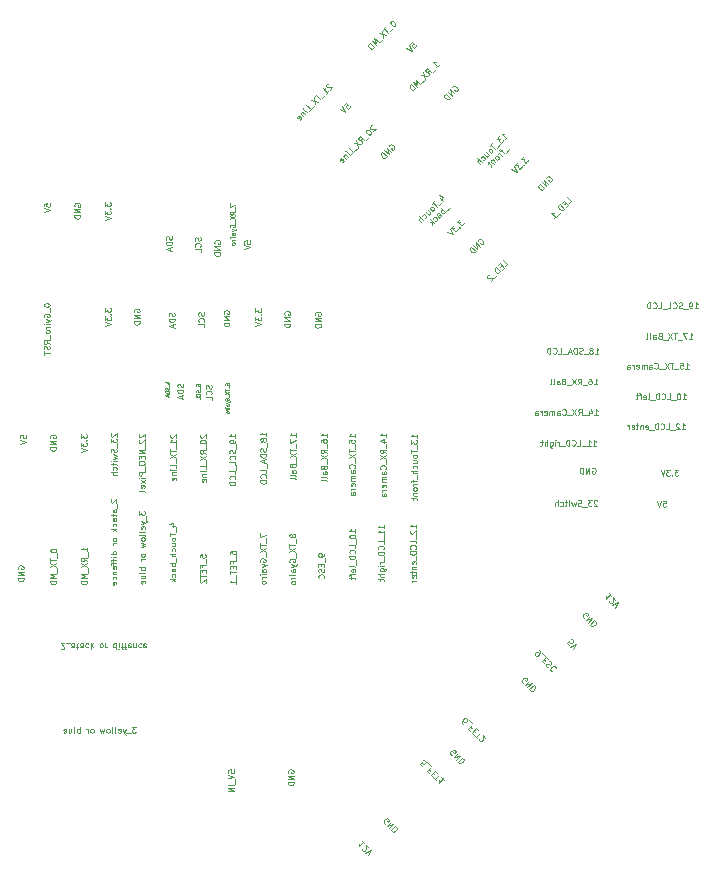
<source format=gbr>
%TF.GenerationSoftware,KiCad,Pcbnew,7.0.9*%
%TF.CreationDate,2024-12-16T14:33:08+09:00*%
%TF.ProjectId,Main maicon,4d61696e-206d-4616-9963-6f6e2e6b6963,rev?*%
%TF.SameCoordinates,Original*%
%TF.FileFunction,Legend,Bot*%
%TF.FilePolarity,Positive*%
%FSLAX46Y46*%
G04 Gerber Fmt 4.6, Leading zero omitted, Abs format (unit mm)*
G04 Created by KiCad (PCBNEW 7.0.9) date 2024-12-16 14:33:08*
%MOMM*%
%LPD*%
G01*
G04 APERTURE LIST*
%ADD10C,0.125000*%
%ADD11C,0.075000*%
%ADD12C,0.100000*%
G04 APERTURE END LIST*
D10*
X80068500Y-76477474D02*
X80092309Y-76548902D01*
X80092309Y-76548902D02*
X80092309Y-76667950D01*
X80092309Y-76667950D02*
X80068500Y-76715569D01*
X80068500Y-76715569D02*
X80044690Y-76739378D01*
X80044690Y-76739378D02*
X79997071Y-76763188D01*
X79997071Y-76763188D02*
X79949452Y-76763188D01*
X79949452Y-76763188D02*
X79901833Y-76739378D01*
X79901833Y-76739378D02*
X79878023Y-76715569D01*
X79878023Y-76715569D02*
X79854214Y-76667950D01*
X79854214Y-76667950D02*
X79830404Y-76572712D01*
X79830404Y-76572712D02*
X79806595Y-76525093D01*
X79806595Y-76525093D02*
X79782785Y-76501283D01*
X79782785Y-76501283D02*
X79735166Y-76477474D01*
X79735166Y-76477474D02*
X79687547Y-76477474D01*
X79687547Y-76477474D02*
X79639928Y-76501283D01*
X79639928Y-76501283D02*
X79616119Y-76525093D01*
X79616119Y-76525093D02*
X79592309Y-76572712D01*
X79592309Y-76572712D02*
X79592309Y-76691759D01*
X79592309Y-76691759D02*
X79616119Y-76763188D01*
X80092309Y-76977473D02*
X79592309Y-76977473D01*
X79592309Y-76977473D02*
X79592309Y-77096521D01*
X79592309Y-77096521D02*
X79616119Y-77167949D01*
X79616119Y-77167949D02*
X79663738Y-77215568D01*
X79663738Y-77215568D02*
X79711357Y-77239378D01*
X79711357Y-77239378D02*
X79806595Y-77263187D01*
X79806595Y-77263187D02*
X79878023Y-77263187D01*
X79878023Y-77263187D02*
X79973261Y-77239378D01*
X79973261Y-77239378D02*
X80020880Y-77215568D01*
X80020880Y-77215568D02*
X80068500Y-77167949D01*
X80068500Y-77167949D02*
X80092309Y-77096521D01*
X80092309Y-77096521D02*
X80092309Y-76977473D01*
X79949452Y-77453664D02*
X79949452Y-77691759D01*
X80092309Y-77406045D02*
X79592309Y-77572711D01*
X79592309Y-77572711D02*
X80092309Y-77739378D01*
X102557826Y-66755530D02*
X102793528Y-66991232D01*
X102507318Y-66536663D02*
X102844036Y-66705022D01*
X102844036Y-66705022D02*
X102625169Y-66923888D01*
X102726185Y-67125919D02*
X102456811Y-67395293D01*
X102035914Y-67041739D02*
X101833884Y-67243770D01*
X102288453Y-67496308D02*
X101934899Y-67142754D01*
X102019079Y-67765681D02*
X102035915Y-67715174D01*
X102035915Y-67715174D02*
X102035915Y-67681502D01*
X102035915Y-67681502D02*
X102019079Y-67630994D01*
X102019079Y-67630994D02*
X101918064Y-67529979D01*
X101918064Y-67529979D02*
X101867556Y-67513143D01*
X101867556Y-67513143D02*
X101833884Y-67513143D01*
X101833884Y-67513143D02*
X101783377Y-67529979D01*
X101783377Y-67529979D02*
X101732869Y-67580487D01*
X101732869Y-67580487D02*
X101716033Y-67630994D01*
X101716033Y-67630994D02*
X101716033Y-67664666D01*
X101716033Y-67664666D02*
X101732869Y-67715174D01*
X101732869Y-67715174D02*
X101833884Y-67816189D01*
X101833884Y-67816189D02*
X101884392Y-67833025D01*
X101884392Y-67833025D02*
X101918064Y-67833025D01*
X101918064Y-67833025D02*
X101968571Y-67816189D01*
X101968571Y-67816189D02*
X102019079Y-67765681D01*
X101362480Y-67950876D02*
X101598182Y-68186578D01*
X101514002Y-67799353D02*
X101699197Y-67984548D01*
X101699197Y-67984548D02*
X101716033Y-68035055D01*
X101716033Y-68035055D02*
X101699197Y-68085563D01*
X101699197Y-68085563D02*
X101648690Y-68136071D01*
X101648690Y-68136071D02*
X101598182Y-68152907D01*
X101598182Y-68152907D02*
X101564510Y-68152907D01*
X101261464Y-68489624D02*
X101311972Y-68472788D01*
X101311972Y-68472788D02*
X101379315Y-68405445D01*
X101379315Y-68405445D02*
X101396151Y-68354937D01*
X101396151Y-68354937D02*
X101396151Y-68321265D01*
X101396151Y-68321265D02*
X101379315Y-68270758D01*
X101379315Y-68270758D02*
X101278300Y-68169742D01*
X101278300Y-68169742D02*
X101227793Y-68152907D01*
X101227793Y-68152907D02*
X101194121Y-68152907D01*
X101194121Y-68152907D02*
X101143613Y-68169742D01*
X101143613Y-68169742D02*
X101076270Y-68237086D01*
X101076270Y-68237086D02*
X101059434Y-68287594D01*
X101126778Y-68657983D02*
X100773224Y-68304429D01*
X100975255Y-68809505D02*
X100790060Y-68624311D01*
X100790060Y-68624311D02*
X100773224Y-68573803D01*
X100773224Y-68573803D02*
X100790060Y-68523296D01*
X100790060Y-68523296D02*
X100840568Y-68472788D01*
X100840568Y-68472788D02*
X100891075Y-68455952D01*
X100891075Y-68455952D02*
X100924747Y-68455952D01*
X103362749Y-67627796D02*
X103093375Y-67897170D01*
X102975525Y-67947678D02*
X102621971Y-67594124D01*
X102756658Y-67728811D02*
X102706151Y-67745647D01*
X102706151Y-67745647D02*
X102638807Y-67812991D01*
X102638807Y-67812991D02*
X102621971Y-67863498D01*
X102621971Y-67863498D02*
X102621971Y-67897170D01*
X102621971Y-67897170D02*
X102638807Y-67947678D01*
X102638807Y-67947678D02*
X102739822Y-68048693D01*
X102739822Y-68048693D02*
X102790330Y-68065529D01*
X102790330Y-68065529D02*
X102824002Y-68065529D01*
X102824002Y-68065529D02*
X102874509Y-68048693D01*
X102874509Y-68048693D02*
X102941853Y-67981349D01*
X102941853Y-67981349D02*
X102958689Y-67930842D01*
X102504120Y-68419082D02*
X102318925Y-68233888D01*
X102318925Y-68233888D02*
X102302090Y-68183380D01*
X102302090Y-68183380D02*
X102318925Y-68132872D01*
X102318925Y-68132872D02*
X102386269Y-68065529D01*
X102386269Y-68065529D02*
X102436777Y-68048693D01*
X102487284Y-68402246D02*
X102537792Y-68385410D01*
X102537792Y-68385410D02*
X102621971Y-68301231D01*
X102621971Y-68301231D02*
X102638807Y-68250723D01*
X102638807Y-68250723D02*
X102621971Y-68200216D01*
X102621971Y-68200216D02*
X102588299Y-68166544D01*
X102588299Y-68166544D02*
X102537792Y-68149708D01*
X102537792Y-68149708D02*
X102487284Y-68166544D01*
X102487284Y-68166544D02*
X102403105Y-68250723D01*
X102403105Y-68250723D02*
X102352597Y-68267559D01*
X102167403Y-68722128D02*
X102217910Y-68705292D01*
X102217910Y-68705292D02*
X102285254Y-68637949D01*
X102285254Y-68637949D02*
X102302090Y-68587441D01*
X102302090Y-68587441D02*
X102302090Y-68553769D01*
X102302090Y-68553769D02*
X102285254Y-68503262D01*
X102285254Y-68503262D02*
X102184238Y-68402246D01*
X102184238Y-68402246D02*
X102133731Y-68385410D01*
X102133731Y-68385410D02*
X102100059Y-68385410D01*
X102100059Y-68385410D02*
X102049551Y-68402246D01*
X102049551Y-68402246D02*
X101982208Y-68469590D01*
X101982208Y-68469590D02*
X101965372Y-68520097D01*
X102032716Y-68890486D02*
X101679162Y-68536933D01*
X101864357Y-68789471D02*
X101898029Y-69025173D01*
X101662327Y-68789471D02*
X101931701Y-68789471D01*
D11*
X81906385Y-82683627D02*
X81906385Y-82540770D01*
X81906385Y-82540770D02*
X82049242Y-82526484D01*
X82049242Y-82526484D02*
X82034957Y-82540770D01*
X82034957Y-82540770D02*
X82020671Y-82569342D01*
X82020671Y-82569342D02*
X82020671Y-82640770D01*
X82020671Y-82640770D02*
X82034957Y-82669342D01*
X82034957Y-82669342D02*
X82049242Y-82683627D01*
X82049242Y-82683627D02*
X82077814Y-82697913D01*
X82077814Y-82697913D02*
X82149242Y-82697913D01*
X82149242Y-82697913D02*
X82177814Y-82683627D01*
X82177814Y-82683627D02*
X82192100Y-82669342D01*
X82192100Y-82669342D02*
X82206385Y-82640770D01*
X82206385Y-82640770D02*
X82206385Y-82569342D01*
X82206385Y-82569342D02*
X82192100Y-82540770D01*
X82192100Y-82540770D02*
X82177814Y-82526484D01*
X82234957Y-82755056D02*
X82234957Y-82983627D01*
X82192100Y-83040769D02*
X82206385Y-83083627D01*
X82206385Y-83083627D02*
X82206385Y-83155055D01*
X82206385Y-83155055D02*
X82192100Y-83183627D01*
X82192100Y-83183627D02*
X82177814Y-83197912D01*
X82177814Y-83197912D02*
X82149242Y-83212198D01*
X82149242Y-83212198D02*
X82120671Y-83212198D01*
X82120671Y-83212198D02*
X82092100Y-83197912D01*
X82092100Y-83197912D02*
X82077814Y-83183627D01*
X82077814Y-83183627D02*
X82063528Y-83155055D01*
X82063528Y-83155055D02*
X82049242Y-83097912D01*
X82049242Y-83097912D02*
X82034957Y-83069341D01*
X82034957Y-83069341D02*
X82020671Y-83055055D01*
X82020671Y-83055055D02*
X81992100Y-83040769D01*
X81992100Y-83040769D02*
X81963528Y-83040769D01*
X81963528Y-83040769D02*
X81934957Y-83055055D01*
X81934957Y-83055055D02*
X81920671Y-83069341D01*
X81920671Y-83069341D02*
X81906385Y-83097912D01*
X81906385Y-83097912D02*
X81906385Y-83169341D01*
X81906385Y-83169341D02*
X81920671Y-83212198D01*
X82177814Y-83512198D02*
X82192100Y-83497912D01*
X82192100Y-83497912D02*
X82206385Y-83455055D01*
X82206385Y-83455055D02*
X82206385Y-83426483D01*
X82206385Y-83426483D02*
X82192100Y-83383626D01*
X82192100Y-83383626D02*
X82163528Y-83355055D01*
X82163528Y-83355055D02*
X82134957Y-83340769D01*
X82134957Y-83340769D02*
X82077814Y-83326483D01*
X82077814Y-83326483D02*
X82034957Y-83326483D01*
X82034957Y-83326483D02*
X81977814Y-83340769D01*
X81977814Y-83340769D02*
X81949242Y-83355055D01*
X81949242Y-83355055D02*
X81920671Y-83383626D01*
X81920671Y-83383626D02*
X81906385Y-83426483D01*
X81906385Y-83426483D02*
X81906385Y-83455055D01*
X81906385Y-83455055D02*
X81920671Y-83497912D01*
X81920671Y-83497912D02*
X81934957Y-83512198D01*
X82206385Y-83783626D02*
X82206385Y-83640769D01*
X82206385Y-83640769D02*
X81906385Y-83640769D01*
D10*
X103577894Y-57402941D02*
X103594730Y-57352434D01*
X103594730Y-57352434D02*
X103645237Y-57301926D01*
X103645237Y-57301926D02*
X103712581Y-57268254D01*
X103712581Y-57268254D02*
X103779924Y-57268254D01*
X103779924Y-57268254D02*
X103830432Y-57285090D01*
X103830432Y-57285090D02*
X103914611Y-57335598D01*
X103914611Y-57335598D02*
X103965119Y-57386105D01*
X103965119Y-57386105D02*
X104015627Y-57470285D01*
X104015627Y-57470285D02*
X104032463Y-57520792D01*
X104032463Y-57520792D02*
X104032463Y-57588136D01*
X104032463Y-57588136D02*
X103998791Y-57655479D01*
X103998791Y-57655479D02*
X103965119Y-57689151D01*
X103965119Y-57689151D02*
X103897776Y-57722823D01*
X103897776Y-57722823D02*
X103864104Y-57722823D01*
X103864104Y-57722823D02*
X103746253Y-57604972D01*
X103746253Y-57604972D02*
X103813596Y-57537628D01*
X103746253Y-57908018D02*
X103392699Y-57554464D01*
X103392699Y-57554464D02*
X103544222Y-58110048D01*
X103544222Y-58110048D02*
X103190669Y-57756495D01*
X103375863Y-58278407D02*
X103022310Y-57924854D01*
X103022310Y-57924854D02*
X102938130Y-58009033D01*
X102938130Y-58009033D02*
X102904459Y-58076377D01*
X102904459Y-58076377D02*
X102904459Y-58143720D01*
X102904459Y-58143720D02*
X102921294Y-58194228D01*
X102921294Y-58194228D02*
X102971802Y-58278407D01*
X102971802Y-58278407D02*
X103022310Y-58328915D01*
X103022310Y-58328915D02*
X103106489Y-58379422D01*
X103106489Y-58379422D02*
X103156997Y-58396258D01*
X103156997Y-58396258D02*
X103224340Y-58396258D01*
X103224340Y-58396258D02*
X103291684Y-58362586D01*
X103291684Y-58362586D02*
X103375863Y-58278407D01*
X71616119Y-67463188D02*
X71592309Y-67415569D01*
X71592309Y-67415569D02*
X71592309Y-67344140D01*
X71592309Y-67344140D02*
X71616119Y-67272712D01*
X71616119Y-67272712D02*
X71663738Y-67225093D01*
X71663738Y-67225093D02*
X71711357Y-67201283D01*
X71711357Y-67201283D02*
X71806595Y-67177474D01*
X71806595Y-67177474D02*
X71878023Y-67177474D01*
X71878023Y-67177474D02*
X71973261Y-67201283D01*
X71973261Y-67201283D02*
X72020880Y-67225093D01*
X72020880Y-67225093D02*
X72068500Y-67272712D01*
X72068500Y-67272712D02*
X72092309Y-67344140D01*
X72092309Y-67344140D02*
X72092309Y-67391759D01*
X72092309Y-67391759D02*
X72068500Y-67463188D01*
X72068500Y-67463188D02*
X72044690Y-67486997D01*
X72044690Y-67486997D02*
X71878023Y-67486997D01*
X71878023Y-67486997D02*
X71878023Y-67391759D01*
X72092309Y-67701283D02*
X71592309Y-67701283D01*
X71592309Y-67701283D02*
X72092309Y-67986997D01*
X72092309Y-67986997D02*
X71592309Y-67986997D01*
X72092309Y-68225093D02*
X71592309Y-68225093D01*
X71592309Y-68225093D02*
X71592309Y-68344141D01*
X71592309Y-68344141D02*
X71616119Y-68415569D01*
X71616119Y-68415569D02*
X71663738Y-68463188D01*
X71663738Y-68463188D02*
X71711357Y-68486998D01*
X71711357Y-68486998D02*
X71806595Y-68510807D01*
X71806595Y-68510807D02*
X71878023Y-68510807D01*
X71878023Y-68510807D02*
X71973261Y-68486998D01*
X71973261Y-68486998D02*
X72020880Y-68463188D01*
X72020880Y-68463188D02*
X72068500Y-68415569D01*
X72068500Y-68415569D02*
X72092309Y-68344141D01*
X72092309Y-68344141D02*
X72092309Y-68225093D01*
X95342309Y-87023188D02*
X95342309Y-86737474D01*
X95342309Y-86880331D02*
X94842309Y-86880331D01*
X94842309Y-86880331D02*
X94913738Y-86832712D01*
X94913738Y-86832712D02*
X94961357Y-86785093D01*
X94961357Y-86785093D02*
X94985166Y-86737474D01*
X94842309Y-87475568D02*
X94842309Y-87237473D01*
X94842309Y-87237473D02*
X95080404Y-87213664D01*
X95080404Y-87213664D02*
X95056595Y-87237473D01*
X95056595Y-87237473D02*
X95032785Y-87285092D01*
X95032785Y-87285092D02*
X95032785Y-87404140D01*
X95032785Y-87404140D02*
X95056595Y-87451759D01*
X95056595Y-87451759D02*
X95080404Y-87475568D01*
X95080404Y-87475568D02*
X95128023Y-87499378D01*
X95128023Y-87499378D02*
X95247071Y-87499378D01*
X95247071Y-87499378D02*
X95294690Y-87475568D01*
X95294690Y-87475568D02*
X95318500Y-87451759D01*
X95318500Y-87451759D02*
X95342309Y-87404140D01*
X95342309Y-87404140D02*
X95342309Y-87285092D01*
X95342309Y-87285092D02*
X95318500Y-87237473D01*
X95318500Y-87237473D02*
X95294690Y-87213664D01*
X95389928Y-87594616D02*
X95389928Y-87975568D01*
X94842309Y-88023187D02*
X94842309Y-88308901D01*
X95342309Y-88166044D02*
X94842309Y-88166044D01*
X94842309Y-88427948D02*
X95342309Y-88761281D01*
X94842309Y-88761281D02*
X95342309Y-88427948D01*
X95389928Y-88832710D02*
X95389928Y-89213662D01*
X95294690Y-89618423D02*
X95318500Y-89594614D01*
X95318500Y-89594614D02*
X95342309Y-89523185D01*
X95342309Y-89523185D02*
X95342309Y-89475566D01*
X95342309Y-89475566D02*
X95318500Y-89404138D01*
X95318500Y-89404138D02*
X95270880Y-89356519D01*
X95270880Y-89356519D02*
X95223261Y-89332709D01*
X95223261Y-89332709D02*
X95128023Y-89308900D01*
X95128023Y-89308900D02*
X95056595Y-89308900D01*
X95056595Y-89308900D02*
X94961357Y-89332709D01*
X94961357Y-89332709D02*
X94913738Y-89356519D01*
X94913738Y-89356519D02*
X94866119Y-89404138D01*
X94866119Y-89404138D02*
X94842309Y-89475566D01*
X94842309Y-89475566D02*
X94842309Y-89523185D01*
X94842309Y-89523185D02*
X94866119Y-89594614D01*
X94866119Y-89594614D02*
X94889928Y-89618423D01*
X95342309Y-90046995D02*
X95080404Y-90046995D01*
X95080404Y-90046995D02*
X95032785Y-90023185D01*
X95032785Y-90023185D02*
X95008976Y-89975566D01*
X95008976Y-89975566D02*
X95008976Y-89880328D01*
X95008976Y-89880328D02*
X95032785Y-89832709D01*
X95318500Y-90046995D02*
X95342309Y-89999376D01*
X95342309Y-89999376D02*
X95342309Y-89880328D01*
X95342309Y-89880328D02*
X95318500Y-89832709D01*
X95318500Y-89832709D02*
X95270880Y-89808900D01*
X95270880Y-89808900D02*
X95223261Y-89808900D01*
X95223261Y-89808900D02*
X95175642Y-89832709D01*
X95175642Y-89832709D02*
X95151833Y-89880328D01*
X95151833Y-89880328D02*
X95151833Y-89999376D01*
X95151833Y-89999376D02*
X95128023Y-90046995D01*
X95342309Y-90285090D02*
X95008976Y-90285090D01*
X95056595Y-90285090D02*
X95032785Y-90308900D01*
X95032785Y-90308900D02*
X95008976Y-90356519D01*
X95008976Y-90356519D02*
X95008976Y-90427947D01*
X95008976Y-90427947D02*
X95032785Y-90475566D01*
X95032785Y-90475566D02*
X95080404Y-90499376D01*
X95080404Y-90499376D02*
X95342309Y-90499376D01*
X95080404Y-90499376D02*
X95032785Y-90523185D01*
X95032785Y-90523185D02*
X95008976Y-90570804D01*
X95008976Y-90570804D02*
X95008976Y-90642233D01*
X95008976Y-90642233D02*
X95032785Y-90689852D01*
X95032785Y-90689852D02*
X95080404Y-90713662D01*
X95080404Y-90713662D02*
X95342309Y-90713662D01*
X95318500Y-91142233D02*
X95342309Y-91094614D01*
X95342309Y-91094614D02*
X95342309Y-90999376D01*
X95342309Y-90999376D02*
X95318500Y-90951757D01*
X95318500Y-90951757D02*
X95270880Y-90927948D01*
X95270880Y-90927948D02*
X95080404Y-90927948D01*
X95080404Y-90927948D02*
X95032785Y-90951757D01*
X95032785Y-90951757D02*
X95008976Y-90999376D01*
X95008976Y-90999376D02*
X95008976Y-91094614D01*
X95008976Y-91094614D02*
X95032785Y-91142233D01*
X95032785Y-91142233D02*
X95080404Y-91166043D01*
X95080404Y-91166043D02*
X95128023Y-91166043D01*
X95128023Y-91166043D02*
X95175642Y-90927948D01*
X95342309Y-91380328D02*
X95008976Y-91380328D01*
X95104214Y-91380328D02*
X95056595Y-91404138D01*
X95056595Y-91404138D02*
X95032785Y-91427947D01*
X95032785Y-91427947D02*
X95008976Y-91475566D01*
X95008976Y-91475566D02*
X95008976Y-91523185D01*
X95342309Y-91904138D02*
X95080404Y-91904138D01*
X95080404Y-91904138D02*
X95032785Y-91880328D01*
X95032785Y-91880328D02*
X95008976Y-91832709D01*
X95008976Y-91832709D02*
X95008976Y-91737471D01*
X95008976Y-91737471D02*
X95032785Y-91689852D01*
X95318500Y-91904138D02*
X95342309Y-91856519D01*
X95342309Y-91856519D02*
X95342309Y-91737471D01*
X95342309Y-91737471D02*
X95318500Y-91689852D01*
X95318500Y-91689852D02*
X95270880Y-91666043D01*
X95270880Y-91666043D02*
X95223261Y-91666043D01*
X95223261Y-91666043D02*
X95175642Y-91689852D01*
X95175642Y-91689852D02*
X95151833Y-91737471D01*
X95151833Y-91737471D02*
X95151833Y-91856519D01*
X95151833Y-91856519D02*
X95128023Y-91904138D01*
X108039856Y-61784904D02*
X108241887Y-61582873D01*
X108140872Y-61683888D02*
X107787318Y-61330335D01*
X107787318Y-61330335D02*
X107871498Y-61347171D01*
X107871498Y-61347171D02*
X107938841Y-61347171D01*
X107938841Y-61347171D02*
X107989349Y-61330335D01*
X107568452Y-61549201D02*
X107349586Y-61768068D01*
X107349586Y-61768068D02*
X107602124Y-61784903D01*
X107602124Y-61784903D02*
X107551616Y-61835411D01*
X107551616Y-61835411D02*
X107534781Y-61885919D01*
X107534781Y-61885919D02*
X107534781Y-61919590D01*
X107534781Y-61919590D02*
X107551616Y-61970098D01*
X107551616Y-61970098D02*
X107635796Y-62054277D01*
X107635796Y-62054277D02*
X107686303Y-62071113D01*
X107686303Y-62071113D02*
X107719975Y-62071113D01*
X107719975Y-62071113D02*
X107770483Y-62054277D01*
X107770483Y-62054277D02*
X107871498Y-61953262D01*
X107871498Y-61953262D02*
X107888334Y-61902755D01*
X107888334Y-61902755D02*
X107888334Y-61869083D01*
X107669468Y-62222636D02*
X107400094Y-62492010D01*
X106979197Y-62138456D02*
X106777167Y-62340487D01*
X107231735Y-62593025D02*
X106878182Y-62239471D01*
X106962362Y-62862399D02*
X106979198Y-62811891D01*
X106979198Y-62811891D02*
X106979198Y-62778219D01*
X106979198Y-62778219D02*
X106962362Y-62727712D01*
X106962362Y-62727712D02*
X106861346Y-62626696D01*
X106861346Y-62626696D02*
X106810839Y-62609860D01*
X106810839Y-62609860D02*
X106777167Y-62609860D01*
X106777167Y-62609860D02*
X106726659Y-62626696D01*
X106726659Y-62626696D02*
X106676152Y-62677204D01*
X106676152Y-62677204D02*
X106659316Y-62727712D01*
X106659316Y-62727712D02*
X106659316Y-62761383D01*
X106659316Y-62761383D02*
X106676152Y-62811891D01*
X106676152Y-62811891D02*
X106777167Y-62912906D01*
X106777167Y-62912906D02*
X106827675Y-62929742D01*
X106827675Y-62929742D02*
X106861346Y-62929742D01*
X106861346Y-62929742D02*
X106911854Y-62912906D01*
X106911854Y-62912906D02*
X106962362Y-62862399D01*
X106305762Y-63047593D02*
X106541465Y-63283296D01*
X106457285Y-62896070D02*
X106642480Y-63081265D01*
X106642480Y-63081265D02*
X106659316Y-63131773D01*
X106659316Y-63131773D02*
X106642480Y-63182280D01*
X106642480Y-63182280D02*
X106591972Y-63232788D01*
X106591972Y-63232788D02*
X106541465Y-63249624D01*
X106541465Y-63249624D02*
X106507793Y-63249624D01*
X106204747Y-63586341D02*
X106255255Y-63569505D01*
X106255255Y-63569505D02*
X106322598Y-63502162D01*
X106322598Y-63502162D02*
X106339434Y-63451654D01*
X106339434Y-63451654D02*
X106339434Y-63417983D01*
X106339434Y-63417983D02*
X106322598Y-63367475D01*
X106322598Y-63367475D02*
X106221583Y-63266460D01*
X106221583Y-63266460D02*
X106171075Y-63249624D01*
X106171075Y-63249624D02*
X106137404Y-63249624D01*
X106137404Y-63249624D02*
X106086896Y-63266460D01*
X106086896Y-63266460D02*
X106019553Y-63333803D01*
X106019553Y-63333803D02*
X106002717Y-63384311D01*
X106070060Y-63754700D02*
X105716507Y-63401146D01*
X105918538Y-63906223D02*
X105733343Y-63721028D01*
X105733343Y-63721028D02*
X105716507Y-63670520D01*
X105716507Y-63670520D02*
X105733343Y-63620013D01*
X105733343Y-63620013D02*
X105783851Y-63569505D01*
X105783851Y-63569505D02*
X105834358Y-63552669D01*
X105834358Y-63552669D02*
X105868030Y-63552669D01*
X108373376Y-62657170D02*
X108104002Y-62926544D01*
X107800956Y-62690841D02*
X107666269Y-62825528D01*
X107986151Y-62977051D02*
X107683105Y-62674006D01*
X107683105Y-62674006D02*
X107632597Y-62657170D01*
X107632597Y-62657170D02*
X107582090Y-62674006D01*
X107582090Y-62674006D02*
X107548418Y-62707677D01*
X107784121Y-63179082D02*
X107548418Y-62943379D01*
X107615762Y-63010723D02*
X107565254Y-62993887D01*
X107565254Y-62993887D02*
X107531582Y-62993887D01*
X107531582Y-62993887D02*
X107481075Y-63010723D01*
X107481075Y-63010723D02*
X107447403Y-63044395D01*
X107514746Y-63448456D02*
X107531582Y-63397948D01*
X107531582Y-63397948D02*
X107531582Y-63364276D01*
X107531582Y-63364276D02*
X107514746Y-63313769D01*
X107514746Y-63313769D02*
X107413731Y-63212754D01*
X107413731Y-63212754D02*
X107363224Y-63195918D01*
X107363224Y-63195918D02*
X107329552Y-63195918D01*
X107329552Y-63195918D02*
X107279044Y-63212754D01*
X107279044Y-63212754D02*
X107228537Y-63263261D01*
X107228537Y-63263261D02*
X107211701Y-63313769D01*
X107211701Y-63313769D02*
X107211701Y-63347441D01*
X107211701Y-63347441D02*
X107228537Y-63397948D01*
X107228537Y-63397948D02*
X107329552Y-63498963D01*
X107329552Y-63498963D02*
X107380059Y-63515799D01*
X107380059Y-63515799D02*
X107413731Y-63515799D01*
X107413731Y-63515799D02*
X107464239Y-63498963D01*
X107464239Y-63498963D02*
X107514746Y-63448456D01*
X107009670Y-63482128D02*
X107245372Y-63717830D01*
X107043342Y-63515799D02*
X107009670Y-63515799D01*
X107009670Y-63515799D02*
X106959162Y-63532635D01*
X106959162Y-63532635D02*
X106908655Y-63583143D01*
X106908655Y-63583143D02*
X106891819Y-63633650D01*
X106891819Y-63633650D02*
X106908655Y-63684158D01*
X106908655Y-63684158D02*
X107093849Y-63869353D01*
X106740296Y-63751502D02*
X106605609Y-63886189D01*
X106571937Y-63684158D02*
X106874983Y-63987204D01*
X106874983Y-63987204D02*
X106891819Y-64037712D01*
X106891819Y-64037712D02*
X106874983Y-64088219D01*
X106874983Y-64088219D02*
X106841311Y-64121891D01*
D12*
X84775847Y-67222931D02*
X84775847Y-67489598D01*
X84775847Y-67489598D02*
X85175847Y-67318169D01*
X85213942Y-67546741D02*
X85213942Y-67851502D01*
X85175847Y-68175312D02*
X84985371Y-68041979D01*
X85175847Y-67946741D02*
X84775847Y-67946741D01*
X84775847Y-67946741D02*
X84775847Y-68099122D01*
X84775847Y-68099122D02*
X84794895Y-68137217D01*
X84794895Y-68137217D02*
X84813942Y-68156264D01*
X84813942Y-68156264D02*
X84852038Y-68175312D01*
X84852038Y-68175312D02*
X84909180Y-68175312D01*
X84909180Y-68175312D02*
X84947276Y-68156264D01*
X84947276Y-68156264D02*
X84966323Y-68137217D01*
X84966323Y-68137217D02*
X84985371Y-68099122D01*
X84985371Y-68099122D02*
X84985371Y-67946741D01*
X84775847Y-68308645D02*
X85175847Y-68575312D01*
X84775847Y-68575312D02*
X85175847Y-68308645D01*
X85213942Y-68632455D02*
X85213942Y-68937216D01*
X84794895Y-69241978D02*
X84775847Y-69203883D01*
X84775847Y-69203883D02*
X84775847Y-69146740D01*
X84775847Y-69146740D02*
X84794895Y-69089597D01*
X84794895Y-69089597D02*
X84832990Y-69051502D01*
X84832990Y-69051502D02*
X84871085Y-69032455D01*
X84871085Y-69032455D02*
X84947276Y-69013407D01*
X84947276Y-69013407D02*
X85004419Y-69013407D01*
X85004419Y-69013407D02*
X85080609Y-69032455D01*
X85080609Y-69032455D02*
X85118704Y-69051502D01*
X85118704Y-69051502D02*
X85156800Y-69089597D01*
X85156800Y-69089597D02*
X85175847Y-69146740D01*
X85175847Y-69146740D02*
X85175847Y-69184836D01*
X85175847Y-69184836D02*
X85156800Y-69241978D01*
X85156800Y-69241978D02*
X85137752Y-69261026D01*
X85137752Y-69261026D02*
X85004419Y-69261026D01*
X85004419Y-69261026D02*
X85004419Y-69184836D01*
X84909180Y-69394359D02*
X85175847Y-69489597D01*
X84909180Y-69584836D02*
X85175847Y-69489597D01*
X85175847Y-69489597D02*
X85271085Y-69451502D01*
X85271085Y-69451502D02*
X85290133Y-69432455D01*
X85290133Y-69432455D02*
X85309180Y-69394359D01*
X85175847Y-69908645D02*
X84966323Y-69908645D01*
X84966323Y-69908645D02*
X84928228Y-69889598D01*
X84928228Y-69889598D02*
X84909180Y-69851502D01*
X84909180Y-69851502D02*
X84909180Y-69775312D01*
X84909180Y-69775312D02*
X84928228Y-69737217D01*
X85156800Y-69908645D02*
X85175847Y-69870550D01*
X85175847Y-69870550D02*
X85175847Y-69775312D01*
X85175847Y-69775312D02*
X85156800Y-69737217D01*
X85156800Y-69737217D02*
X85118704Y-69718169D01*
X85118704Y-69718169D02*
X85080609Y-69718169D01*
X85080609Y-69718169D02*
X85042514Y-69737217D01*
X85042514Y-69737217D02*
X85023466Y-69775312D01*
X85023466Y-69775312D02*
X85023466Y-69870550D01*
X85023466Y-69870550D02*
X85004419Y-69908645D01*
X85175847Y-70099122D02*
X84909180Y-70099122D01*
X84775847Y-70099122D02*
X84794895Y-70080074D01*
X84794895Y-70080074D02*
X84813942Y-70099122D01*
X84813942Y-70099122D02*
X84794895Y-70118169D01*
X84794895Y-70118169D02*
X84775847Y-70099122D01*
X84775847Y-70099122D02*
X84813942Y-70099122D01*
X85175847Y-70289598D02*
X84909180Y-70289598D01*
X84985371Y-70289598D02*
X84947276Y-70308645D01*
X84947276Y-70308645D02*
X84928228Y-70327693D01*
X84928228Y-70327693D02*
X84909180Y-70365788D01*
X84909180Y-70365788D02*
X84909180Y-70403883D01*
X85175847Y-70594359D02*
X85156800Y-70556264D01*
X85156800Y-70556264D02*
X85137752Y-70537217D01*
X85137752Y-70537217D02*
X85099657Y-70518169D01*
X85099657Y-70518169D02*
X84985371Y-70518169D01*
X84985371Y-70518169D02*
X84947276Y-70537217D01*
X84947276Y-70537217D02*
X84928228Y-70556264D01*
X84928228Y-70556264D02*
X84909180Y-70594359D01*
X84909180Y-70594359D02*
X84909180Y-70651502D01*
X84909180Y-70651502D02*
X84928228Y-70689598D01*
X84928228Y-70689598D02*
X84947276Y-70708645D01*
X84947276Y-70708645D02*
X84985371Y-70727693D01*
X84985371Y-70727693D02*
X85099657Y-70727693D01*
X85099657Y-70727693D02*
X85137752Y-70708645D01*
X85137752Y-70708645D02*
X85156800Y-70689598D01*
X85156800Y-70689598D02*
X85175847Y-70651502D01*
X85175847Y-70651502D02*
X85175847Y-70594359D01*
D10*
X115664311Y-79952309D02*
X115950025Y-79952309D01*
X115807168Y-79952309D02*
X115807168Y-79452309D01*
X115807168Y-79452309D02*
X115854787Y-79523738D01*
X115854787Y-79523738D02*
X115902406Y-79571357D01*
X115902406Y-79571357D02*
X115950025Y-79595166D01*
X115378597Y-79666595D02*
X115426216Y-79642785D01*
X115426216Y-79642785D02*
X115450026Y-79618976D01*
X115450026Y-79618976D02*
X115473835Y-79571357D01*
X115473835Y-79571357D02*
X115473835Y-79547547D01*
X115473835Y-79547547D02*
X115450026Y-79499928D01*
X115450026Y-79499928D02*
X115426216Y-79476119D01*
X115426216Y-79476119D02*
X115378597Y-79452309D01*
X115378597Y-79452309D02*
X115283359Y-79452309D01*
X115283359Y-79452309D02*
X115235740Y-79476119D01*
X115235740Y-79476119D02*
X115211931Y-79499928D01*
X115211931Y-79499928D02*
X115188121Y-79547547D01*
X115188121Y-79547547D02*
X115188121Y-79571357D01*
X115188121Y-79571357D02*
X115211931Y-79618976D01*
X115211931Y-79618976D02*
X115235740Y-79642785D01*
X115235740Y-79642785D02*
X115283359Y-79666595D01*
X115283359Y-79666595D02*
X115378597Y-79666595D01*
X115378597Y-79666595D02*
X115426216Y-79690404D01*
X115426216Y-79690404D02*
X115450026Y-79714214D01*
X115450026Y-79714214D02*
X115473835Y-79761833D01*
X115473835Y-79761833D02*
X115473835Y-79857071D01*
X115473835Y-79857071D02*
X115450026Y-79904690D01*
X115450026Y-79904690D02*
X115426216Y-79928500D01*
X115426216Y-79928500D02*
X115378597Y-79952309D01*
X115378597Y-79952309D02*
X115283359Y-79952309D01*
X115283359Y-79952309D02*
X115235740Y-79928500D01*
X115235740Y-79928500D02*
X115211931Y-79904690D01*
X115211931Y-79904690D02*
X115188121Y-79857071D01*
X115188121Y-79857071D02*
X115188121Y-79761833D01*
X115188121Y-79761833D02*
X115211931Y-79714214D01*
X115211931Y-79714214D02*
X115235740Y-79690404D01*
X115235740Y-79690404D02*
X115283359Y-79666595D01*
X115092884Y-79999928D02*
X114711931Y-79999928D01*
X114616693Y-79928500D02*
X114545265Y-79952309D01*
X114545265Y-79952309D02*
X114426217Y-79952309D01*
X114426217Y-79952309D02*
X114378598Y-79928500D01*
X114378598Y-79928500D02*
X114354789Y-79904690D01*
X114354789Y-79904690D02*
X114330979Y-79857071D01*
X114330979Y-79857071D02*
X114330979Y-79809452D01*
X114330979Y-79809452D02*
X114354789Y-79761833D01*
X114354789Y-79761833D02*
X114378598Y-79738023D01*
X114378598Y-79738023D02*
X114426217Y-79714214D01*
X114426217Y-79714214D02*
X114521455Y-79690404D01*
X114521455Y-79690404D02*
X114569074Y-79666595D01*
X114569074Y-79666595D02*
X114592884Y-79642785D01*
X114592884Y-79642785D02*
X114616693Y-79595166D01*
X114616693Y-79595166D02*
X114616693Y-79547547D01*
X114616693Y-79547547D02*
X114592884Y-79499928D01*
X114592884Y-79499928D02*
X114569074Y-79476119D01*
X114569074Y-79476119D02*
X114521455Y-79452309D01*
X114521455Y-79452309D02*
X114402408Y-79452309D01*
X114402408Y-79452309D02*
X114330979Y-79476119D01*
X114116694Y-79952309D02*
X114116694Y-79452309D01*
X114116694Y-79452309D02*
X113997646Y-79452309D01*
X113997646Y-79452309D02*
X113926218Y-79476119D01*
X113926218Y-79476119D02*
X113878599Y-79523738D01*
X113878599Y-79523738D02*
X113854789Y-79571357D01*
X113854789Y-79571357D02*
X113830980Y-79666595D01*
X113830980Y-79666595D02*
X113830980Y-79738023D01*
X113830980Y-79738023D02*
X113854789Y-79833261D01*
X113854789Y-79833261D02*
X113878599Y-79880880D01*
X113878599Y-79880880D02*
X113926218Y-79928500D01*
X113926218Y-79928500D02*
X113997646Y-79952309D01*
X113997646Y-79952309D02*
X114116694Y-79952309D01*
X113640503Y-79809452D02*
X113402408Y-79809452D01*
X113688122Y-79952309D02*
X113521456Y-79452309D01*
X113521456Y-79452309D02*
X113354789Y-79952309D01*
X113307171Y-79999928D02*
X112926218Y-79999928D01*
X112569076Y-79952309D02*
X112807171Y-79952309D01*
X112807171Y-79952309D02*
X112807171Y-79452309D01*
X112116695Y-79904690D02*
X112140504Y-79928500D01*
X112140504Y-79928500D02*
X112211933Y-79952309D01*
X112211933Y-79952309D02*
X112259552Y-79952309D01*
X112259552Y-79952309D02*
X112330980Y-79928500D01*
X112330980Y-79928500D02*
X112378599Y-79880880D01*
X112378599Y-79880880D02*
X112402409Y-79833261D01*
X112402409Y-79833261D02*
X112426218Y-79738023D01*
X112426218Y-79738023D02*
X112426218Y-79666595D01*
X112426218Y-79666595D02*
X112402409Y-79571357D01*
X112402409Y-79571357D02*
X112378599Y-79523738D01*
X112378599Y-79523738D02*
X112330980Y-79476119D01*
X112330980Y-79476119D02*
X112259552Y-79452309D01*
X112259552Y-79452309D02*
X112211933Y-79452309D01*
X112211933Y-79452309D02*
X112140504Y-79476119D01*
X112140504Y-79476119D02*
X112116695Y-79499928D01*
X111902409Y-79952309D02*
X111902409Y-79452309D01*
X111902409Y-79452309D02*
X111783361Y-79452309D01*
X111783361Y-79452309D02*
X111711933Y-79476119D01*
X111711933Y-79476119D02*
X111664314Y-79523738D01*
X111664314Y-79523738D02*
X111640504Y-79571357D01*
X111640504Y-79571357D02*
X111616695Y-79666595D01*
X111616695Y-79666595D02*
X111616695Y-79738023D01*
X111616695Y-79738023D02*
X111640504Y-79833261D01*
X111640504Y-79833261D02*
X111664314Y-79880880D01*
X111664314Y-79880880D02*
X111711933Y-79928500D01*
X111711933Y-79928500D02*
X111783361Y-79952309D01*
X111783361Y-79952309D02*
X111902409Y-79952309D01*
X72672309Y-96653188D02*
X72672309Y-96367474D01*
X72672309Y-96510331D02*
X72172309Y-96510331D01*
X72172309Y-96510331D02*
X72243738Y-96462712D01*
X72243738Y-96462712D02*
X72291357Y-96415093D01*
X72291357Y-96415093D02*
X72315166Y-96367474D01*
X72719928Y-96748426D02*
X72719928Y-97129378D01*
X72672309Y-97534139D02*
X72434214Y-97367473D01*
X72672309Y-97248425D02*
X72172309Y-97248425D01*
X72172309Y-97248425D02*
X72172309Y-97438901D01*
X72172309Y-97438901D02*
X72196119Y-97486520D01*
X72196119Y-97486520D02*
X72219928Y-97510330D01*
X72219928Y-97510330D02*
X72267547Y-97534139D01*
X72267547Y-97534139D02*
X72338976Y-97534139D01*
X72338976Y-97534139D02*
X72386595Y-97510330D01*
X72386595Y-97510330D02*
X72410404Y-97486520D01*
X72410404Y-97486520D02*
X72434214Y-97438901D01*
X72434214Y-97438901D02*
X72434214Y-97248425D01*
X72172309Y-97700806D02*
X72672309Y-98034139D01*
X72172309Y-98034139D02*
X72672309Y-97700806D01*
X72719928Y-98105568D02*
X72719928Y-98486520D01*
X72672309Y-98605567D02*
X72172309Y-98605567D01*
X72172309Y-98605567D02*
X72529452Y-98772234D01*
X72529452Y-98772234D02*
X72172309Y-98938900D01*
X72172309Y-98938900D02*
X72672309Y-98938900D01*
X72672309Y-99176996D02*
X72172309Y-99176996D01*
X72172309Y-99176996D02*
X72172309Y-99296044D01*
X72172309Y-99296044D02*
X72196119Y-99367472D01*
X72196119Y-99367472D02*
X72243738Y-99415091D01*
X72243738Y-99415091D02*
X72291357Y-99438901D01*
X72291357Y-99438901D02*
X72386595Y-99462710D01*
X72386595Y-99462710D02*
X72458023Y-99462710D01*
X72458023Y-99462710D02*
X72553261Y-99438901D01*
X72553261Y-99438901D02*
X72600880Y-99415091D01*
X72600880Y-99415091D02*
X72648500Y-99367472D01*
X72648500Y-99367472D02*
X72672309Y-99296044D01*
X72672309Y-99296044D02*
X72672309Y-99176996D01*
X110941300Y-105057029D02*
X111008643Y-105124372D01*
X111008643Y-105124372D02*
X111025479Y-105174880D01*
X111025479Y-105174880D02*
X111025479Y-105208552D01*
X111025479Y-105208552D02*
X111008643Y-105292731D01*
X111008643Y-105292731D02*
X110958136Y-105376910D01*
X110958136Y-105376910D02*
X110823449Y-105511597D01*
X110823449Y-105511597D02*
X110772941Y-105528433D01*
X110772941Y-105528433D02*
X110739269Y-105528433D01*
X110739269Y-105528433D02*
X110688762Y-105511597D01*
X110688762Y-105511597D02*
X110621418Y-105444254D01*
X110621418Y-105444254D02*
X110604582Y-105393746D01*
X110604582Y-105393746D02*
X110604582Y-105360075D01*
X110604582Y-105360075D02*
X110621418Y-105309567D01*
X110621418Y-105309567D02*
X110705598Y-105225388D01*
X110705598Y-105225388D02*
X110756105Y-105208552D01*
X110756105Y-105208552D02*
X110789777Y-105208552D01*
X110789777Y-105208552D02*
X110840285Y-105225388D01*
X110840285Y-105225388D02*
X110907628Y-105292731D01*
X110907628Y-105292731D02*
X110924464Y-105343239D01*
X110924464Y-105343239D02*
X110924464Y-105376910D01*
X110924464Y-105376910D02*
X110907628Y-105427418D01*
X111210674Y-105259059D02*
X111480048Y-105528433D01*
X111345360Y-105831478D02*
X111463212Y-105949330D01*
X111698914Y-105814643D02*
X111530555Y-105646284D01*
X111530555Y-105646284D02*
X111177002Y-105999837D01*
X111177002Y-105999837D02*
X111345360Y-106168196D01*
X111816765Y-105966166D02*
X111884108Y-105999837D01*
X111884108Y-105999837D02*
X111968288Y-106084017D01*
X111968288Y-106084017D02*
X111985124Y-106134524D01*
X111985124Y-106134524D02*
X111985124Y-106168196D01*
X111985124Y-106168196D02*
X111968288Y-106218704D01*
X111968288Y-106218704D02*
X111934616Y-106252375D01*
X111934616Y-106252375D02*
X111884108Y-106269211D01*
X111884108Y-106269211D02*
X111850437Y-106269211D01*
X111850437Y-106269211D02*
X111799929Y-106252375D01*
X111799929Y-106252375D02*
X111715750Y-106201868D01*
X111715750Y-106201868D02*
X111665242Y-106185032D01*
X111665242Y-106185032D02*
X111631570Y-106185032D01*
X111631570Y-106185032D02*
X111581063Y-106201868D01*
X111581063Y-106201868D02*
X111547391Y-106235540D01*
X111547391Y-106235540D02*
X111530555Y-106286047D01*
X111530555Y-106286047D02*
X111530555Y-106319719D01*
X111530555Y-106319719D02*
X111547391Y-106370227D01*
X111547391Y-106370227D02*
X111631570Y-106454406D01*
X111631570Y-106454406D02*
X111698914Y-106488078D01*
X112355513Y-106538585D02*
X112355513Y-106504913D01*
X112355513Y-106504913D02*
X112321841Y-106437570D01*
X112321841Y-106437570D02*
X112288169Y-106403898D01*
X112288169Y-106403898D02*
X112220826Y-106370226D01*
X112220826Y-106370226D02*
X112153482Y-106370226D01*
X112153482Y-106370226D02*
X112102975Y-106387062D01*
X112102975Y-106387062D02*
X112018795Y-106437570D01*
X112018795Y-106437570D02*
X111968288Y-106488077D01*
X111968288Y-106488077D02*
X111917780Y-106572257D01*
X111917780Y-106572257D02*
X111900944Y-106622764D01*
X111900944Y-106622764D02*
X111900944Y-106690108D01*
X111900944Y-106690108D02*
X111934616Y-106757451D01*
X111934616Y-106757451D02*
X111968288Y-106791123D01*
X111968288Y-106791123D02*
X112035631Y-106824795D01*
X112035631Y-106824795D02*
X112069303Y-106824795D01*
X74182309Y-76083664D02*
X74182309Y-76393188D01*
X74182309Y-76393188D02*
X74372785Y-76226521D01*
X74372785Y-76226521D02*
X74372785Y-76297950D01*
X74372785Y-76297950D02*
X74396595Y-76345569D01*
X74396595Y-76345569D02*
X74420404Y-76369378D01*
X74420404Y-76369378D02*
X74468023Y-76393188D01*
X74468023Y-76393188D02*
X74587071Y-76393188D01*
X74587071Y-76393188D02*
X74634690Y-76369378D01*
X74634690Y-76369378D02*
X74658500Y-76345569D01*
X74658500Y-76345569D02*
X74682309Y-76297950D01*
X74682309Y-76297950D02*
X74682309Y-76155093D01*
X74682309Y-76155093D02*
X74658500Y-76107474D01*
X74658500Y-76107474D02*
X74634690Y-76083664D01*
X74634690Y-76607473D02*
X74658500Y-76631283D01*
X74658500Y-76631283D02*
X74682309Y-76607473D01*
X74682309Y-76607473D02*
X74658500Y-76583664D01*
X74658500Y-76583664D02*
X74634690Y-76607473D01*
X74634690Y-76607473D02*
X74682309Y-76607473D01*
X74182309Y-76797949D02*
X74182309Y-77107473D01*
X74182309Y-77107473D02*
X74372785Y-76940806D01*
X74372785Y-76940806D02*
X74372785Y-77012235D01*
X74372785Y-77012235D02*
X74396595Y-77059854D01*
X74396595Y-77059854D02*
X74420404Y-77083663D01*
X74420404Y-77083663D02*
X74468023Y-77107473D01*
X74468023Y-77107473D02*
X74587071Y-77107473D01*
X74587071Y-77107473D02*
X74634690Y-77083663D01*
X74634690Y-77083663D02*
X74658500Y-77059854D01*
X74658500Y-77059854D02*
X74682309Y-77012235D01*
X74682309Y-77012235D02*
X74682309Y-76869378D01*
X74682309Y-76869378D02*
X74658500Y-76821759D01*
X74658500Y-76821759D02*
X74634690Y-76797949D01*
X74182309Y-77250330D02*
X74682309Y-77416996D01*
X74682309Y-77416996D02*
X74182309Y-77583663D01*
X103552941Y-113942105D02*
X103502434Y-113925269D01*
X103502434Y-113925269D02*
X103451926Y-113874762D01*
X103451926Y-113874762D02*
X103418254Y-113807418D01*
X103418254Y-113807418D02*
X103418254Y-113740075D01*
X103418254Y-113740075D02*
X103435090Y-113689567D01*
X103435090Y-113689567D02*
X103485598Y-113605388D01*
X103485598Y-113605388D02*
X103536105Y-113554880D01*
X103536105Y-113554880D02*
X103620285Y-113504372D01*
X103620285Y-113504372D02*
X103670792Y-113487536D01*
X103670792Y-113487536D02*
X103738136Y-113487536D01*
X103738136Y-113487536D02*
X103805479Y-113521208D01*
X103805479Y-113521208D02*
X103839151Y-113554880D01*
X103839151Y-113554880D02*
X103872823Y-113622223D01*
X103872823Y-113622223D02*
X103872823Y-113655895D01*
X103872823Y-113655895D02*
X103754972Y-113773746D01*
X103754972Y-113773746D02*
X103687628Y-113706403D01*
X104058018Y-113773746D02*
X103704464Y-114127300D01*
X103704464Y-114127300D02*
X104260048Y-113975777D01*
X104260048Y-113975777D02*
X103906495Y-114329330D01*
X104428407Y-114144136D02*
X104074854Y-114497689D01*
X104074854Y-114497689D02*
X104159033Y-114581869D01*
X104159033Y-114581869D02*
X104226377Y-114615540D01*
X104226377Y-114615540D02*
X104293720Y-114615540D01*
X104293720Y-114615540D02*
X104344228Y-114598705D01*
X104344228Y-114598705D02*
X104428407Y-114548197D01*
X104428407Y-114548197D02*
X104478915Y-114497689D01*
X104478915Y-114497689D02*
X104529422Y-114413510D01*
X104529422Y-114413510D02*
X104546258Y-114363002D01*
X104546258Y-114363002D02*
X104546258Y-114295659D01*
X104546258Y-114295659D02*
X104512586Y-114228315D01*
X104512586Y-114228315D02*
X104428407Y-114144136D01*
X84642309Y-115414378D02*
X84642309Y-115176283D01*
X84642309Y-115176283D02*
X84880404Y-115152474D01*
X84880404Y-115152474D02*
X84856595Y-115176283D01*
X84856595Y-115176283D02*
X84832785Y-115223902D01*
X84832785Y-115223902D02*
X84832785Y-115342950D01*
X84832785Y-115342950D02*
X84856595Y-115390569D01*
X84856595Y-115390569D02*
X84880404Y-115414378D01*
X84880404Y-115414378D02*
X84928023Y-115438188D01*
X84928023Y-115438188D02*
X85047071Y-115438188D01*
X85047071Y-115438188D02*
X85094690Y-115414378D01*
X85094690Y-115414378D02*
X85118500Y-115390569D01*
X85118500Y-115390569D02*
X85142309Y-115342950D01*
X85142309Y-115342950D02*
X85142309Y-115223902D01*
X85142309Y-115223902D02*
X85118500Y-115176283D01*
X85118500Y-115176283D02*
X85094690Y-115152474D01*
X84642309Y-115581045D02*
X85142309Y-115747711D01*
X85142309Y-115747711D02*
X84642309Y-115914378D01*
X85189928Y-115961997D02*
X85189928Y-116342949D01*
X85142309Y-116461996D02*
X84642309Y-116461996D01*
X85142309Y-116700091D02*
X84642309Y-116700091D01*
X84642309Y-116700091D02*
X85142309Y-116985805D01*
X85142309Y-116985805D02*
X84642309Y-116985805D01*
X123624311Y-78702309D02*
X123910025Y-78702309D01*
X123767168Y-78702309D02*
X123767168Y-78202309D01*
X123767168Y-78202309D02*
X123814787Y-78273738D01*
X123814787Y-78273738D02*
X123862406Y-78321357D01*
X123862406Y-78321357D02*
X123910025Y-78345166D01*
X123457645Y-78202309D02*
X123124312Y-78202309D01*
X123124312Y-78202309D02*
X123338597Y-78702309D01*
X123052884Y-78749928D02*
X122671931Y-78749928D01*
X122624312Y-78202309D02*
X122338598Y-78202309D01*
X122481455Y-78702309D02*
X122481455Y-78202309D01*
X122219551Y-78202309D02*
X121886218Y-78702309D01*
X121886218Y-78202309D02*
X122219551Y-78702309D01*
X121814790Y-78749928D02*
X121433837Y-78749928D01*
X121148123Y-78440404D02*
X121076695Y-78464214D01*
X121076695Y-78464214D02*
X121052885Y-78488023D01*
X121052885Y-78488023D02*
X121029076Y-78535642D01*
X121029076Y-78535642D02*
X121029076Y-78607071D01*
X121029076Y-78607071D02*
X121052885Y-78654690D01*
X121052885Y-78654690D02*
X121076695Y-78678500D01*
X121076695Y-78678500D02*
X121124314Y-78702309D01*
X121124314Y-78702309D02*
X121314790Y-78702309D01*
X121314790Y-78702309D02*
X121314790Y-78202309D01*
X121314790Y-78202309D02*
X121148123Y-78202309D01*
X121148123Y-78202309D02*
X121100504Y-78226119D01*
X121100504Y-78226119D02*
X121076695Y-78249928D01*
X121076695Y-78249928D02*
X121052885Y-78297547D01*
X121052885Y-78297547D02*
X121052885Y-78345166D01*
X121052885Y-78345166D02*
X121076695Y-78392785D01*
X121076695Y-78392785D02*
X121100504Y-78416595D01*
X121100504Y-78416595D02*
X121148123Y-78440404D01*
X121148123Y-78440404D02*
X121314790Y-78440404D01*
X120600504Y-78702309D02*
X120600504Y-78440404D01*
X120600504Y-78440404D02*
X120624314Y-78392785D01*
X120624314Y-78392785D02*
X120671933Y-78368976D01*
X120671933Y-78368976D02*
X120767171Y-78368976D01*
X120767171Y-78368976D02*
X120814790Y-78392785D01*
X120600504Y-78678500D02*
X120648123Y-78702309D01*
X120648123Y-78702309D02*
X120767171Y-78702309D01*
X120767171Y-78702309D02*
X120814790Y-78678500D01*
X120814790Y-78678500D02*
X120838599Y-78630880D01*
X120838599Y-78630880D02*
X120838599Y-78583261D01*
X120838599Y-78583261D02*
X120814790Y-78535642D01*
X120814790Y-78535642D02*
X120767171Y-78511833D01*
X120767171Y-78511833D02*
X120648123Y-78511833D01*
X120648123Y-78511833D02*
X120600504Y-78488023D01*
X120290980Y-78702309D02*
X120338599Y-78678500D01*
X120338599Y-78678500D02*
X120362409Y-78630880D01*
X120362409Y-78630880D02*
X120362409Y-78202309D01*
X120029075Y-78702309D02*
X120076694Y-78678500D01*
X120076694Y-78678500D02*
X120100504Y-78630880D01*
X120100504Y-78630880D02*
X120100504Y-78202309D01*
X115840025Y-92389928D02*
X115816216Y-92366119D01*
X115816216Y-92366119D02*
X115768597Y-92342309D01*
X115768597Y-92342309D02*
X115649549Y-92342309D01*
X115649549Y-92342309D02*
X115601930Y-92366119D01*
X115601930Y-92366119D02*
X115578121Y-92389928D01*
X115578121Y-92389928D02*
X115554311Y-92437547D01*
X115554311Y-92437547D02*
X115554311Y-92485166D01*
X115554311Y-92485166D02*
X115578121Y-92556595D01*
X115578121Y-92556595D02*
X115863835Y-92842309D01*
X115863835Y-92842309D02*
X115554311Y-92842309D01*
X115387645Y-92342309D02*
X115078121Y-92342309D01*
X115078121Y-92342309D02*
X115244788Y-92532785D01*
X115244788Y-92532785D02*
X115173359Y-92532785D01*
X115173359Y-92532785D02*
X115125740Y-92556595D01*
X115125740Y-92556595D02*
X115101931Y-92580404D01*
X115101931Y-92580404D02*
X115078121Y-92628023D01*
X115078121Y-92628023D02*
X115078121Y-92747071D01*
X115078121Y-92747071D02*
X115101931Y-92794690D01*
X115101931Y-92794690D02*
X115125740Y-92818500D01*
X115125740Y-92818500D02*
X115173359Y-92842309D01*
X115173359Y-92842309D02*
X115316216Y-92842309D01*
X115316216Y-92842309D02*
X115363835Y-92818500D01*
X115363835Y-92818500D02*
X115387645Y-92794690D01*
X114982884Y-92889928D02*
X114601931Y-92889928D01*
X114506693Y-92818500D02*
X114435265Y-92842309D01*
X114435265Y-92842309D02*
X114316217Y-92842309D01*
X114316217Y-92842309D02*
X114268598Y-92818500D01*
X114268598Y-92818500D02*
X114244789Y-92794690D01*
X114244789Y-92794690D02*
X114220979Y-92747071D01*
X114220979Y-92747071D02*
X114220979Y-92699452D01*
X114220979Y-92699452D02*
X114244789Y-92651833D01*
X114244789Y-92651833D02*
X114268598Y-92628023D01*
X114268598Y-92628023D02*
X114316217Y-92604214D01*
X114316217Y-92604214D02*
X114411455Y-92580404D01*
X114411455Y-92580404D02*
X114459074Y-92556595D01*
X114459074Y-92556595D02*
X114482884Y-92532785D01*
X114482884Y-92532785D02*
X114506693Y-92485166D01*
X114506693Y-92485166D02*
X114506693Y-92437547D01*
X114506693Y-92437547D02*
X114482884Y-92389928D01*
X114482884Y-92389928D02*
X114459074Y-92366119D01*
X114459074Y-92366119D02*
X114411455Y-92342309D01*
X114411455Y-92342309D02*
X114292408Y-92342309D01*
X114292408Y-92342309D02*
X114220979Y-92366119D01*
X114054313Y-92508976D02*
X113959075Y-92842309D01*
X113959075Y-92842309D02*
X113863837Y-92604214D01*
X113863837Y-92604214D02*
X113768599Y-92842309D01*
X113768599Y-92842309D02*
X113673361Y-92508976D01*
X113482884Y-92842309D02*
X113482884Y-92508976D01*
X113482884Y-92342309D02*
X113506693Y-92366119D01*
X113506693Y-92366119D02*
X113482884Y-92389928D01*
X113482884Y-92389928D02*
X113459074Y-92366119D01*
X113459074Y-92366119D02*
X113482884Y-92342309D01*
X113482884Y-92342309D02*
X113482884Y-92389928D01*
X113316217Y-92508976D02*
X113125741Y-92508976D01*
X113244789Y-92342309D02*
X113244789Y-92770880D01*
X113244789Y-92770880D02*
X113220979Y-92818500D01*
X113220979Y-92818500D02*
X113173360Y-92842309D01*
X113173360Y-92842309D02*
X113125741Y-92842309D01*
X112744789Y-92818500D02*
X112792408Y-92842309D01*
X112792408Y-92842309D02*
X112887646Y-92842309D01*
X112887646Y-92842309D02*
X112935265Y-92818500D01*
X112935265Y-92818500D02*
X112959075Y-92794690D01*
X112959075Y-92794690D02*
X112982884Y-92747071D01*
X112982884Y-92747071D02*
X112982884Y-92604214D01*
X112982884Y-92604214D02*
X112959075Y-92556595D01*
X112959075Y-92556595D02*
X112935265Y-92532785D01*
X112935265Y-92532785D02*
X112887646Y-92508976D01*
X112887646Y-92508976D02*
X112792408Y-92508976D01*
X112792408Y-92508976D02*
X112744789Y-92532785D01*
X112530504Y-92842309D02*
X112530504Y-92342309D01*
X112316218Y-92842309D02*
X112316218Y-92580404D01*
X112316218Y-92580404D02*
X112340028Y-92532785D01*
X112340028Y-92532785D02*
X112387647Y-92508976D01*
X112387647Y-92508976D02*
X112459075Y-92508976D01*
X112459075Y-92508976D02*
X112506694Y-92532785D01*
X112506694Y-92532785D02*
X112530504Y-92556595D01*
X108081447Y-72542823D02*
X108249806Y-72374464D01*
X108249806Y-72374464D02*
X107896253Y-72020911D01*
X107778402Y-72475479D02*
X107660550Y-72593331D01*
X107795237Y-72829033D02*
X107963596Y-72660674D01*
X107963596Y-72660674D02*
X107610043Y-72307121D01*
X107610043Y-72307121D02*
X107441684Y-72475479D01*
X107643714Y-72980556D02*
X107290161Y-72627002D01*
X107290161Y-72627002D02*
X107205982Y-72711182D01*
X107205982Y-72711182D02*
X107172310Y-72778525D01*
X107172310Y-72778525D02*
X107172310Y-72845869D01*
X107172310Y-72845869D02*
X107189146Y-72896376D01*
X107189146Y-72896376D02*
X107239653Y-72980556D01*
X107239653Y-72980556D02*
X107290161Y-73031063D01*
X107290161Y-73031063D02*
X107374340Y-73081571D01*
X107374340Y-73081571D02*
X107424848Y-73098407D01*
X107424848Y-73098407D02*
X107492192Y-73098407D01*
X107492192Y-73098407D02*
X107559535Y-73064735D01*
X107559535Y-73064735D02*
X107643714Y-72980556D01*
X107408012Y-73283602D02*
X107138638Y-73552976D01*
X106717742Y-73266765D02*
X106684070Y-73266765D01*
X106684070Y-73266765D02*
X106633562Y-73283601D01*
X106633562Y-73283601D02*
X106549383Y-73367781D01*
X106549383Y-73367781D02*
X106532547Y-73418288D01*
X106532547Y-73418288D02*
X106532547Y-73451960D01*
X106532547Y-73451960D02*
X106549383Y-73502468D01*
X106549383Y-73502468D02*
X106583055Y-73536139D01*
X106583055Y-73536139D02*
X106650398Y-73569811D01*
X106650398Y-73569811D02*
X107054459Y-73569811D01*
X107054459Y-73569811D02*
X106835593Y-73788678D01*
X115484311Y-87742309D02*
X115770025Y-87742309D01*
X115627168Y-87742309D02*
X115627168Y-87242309D01*
X115627168Y-87242309D02*
X115674787Y-87313738D01*
X115674787Y-87313738D02*
X115722406Y-87361357D01*
X115722406Y-87361357D02*
X115770025Y-87385166D01*
X115008121Y-87742309D02*
X115293835Y-87742309D01*
X115150978Y-87742309D02*
X115150978Y-87242309D01*
X115150978Y-87242309D02*
X115198597Y-87313738D01*
X115198597Y-87313738D02*
X115246216Y-87361357D01*
X115246216Y-87361357D02*
X115293835Y-87385166D01*
X114912884Y-87789928D02*
X114531931Y-87789928D01*
X114174789Y-87742309D02*
X114412884Y-87742309D01*
X114412884Y-87742309D02*
X114412884Y-87242309D01*
X113722408Y-87694690D02*
X113746217Y-87718500D01*
X113746217Y-87718500D02*
X113817646Y-87742309D01*
X113817646Y-87742309D02*
X113865265Y-87742309D01*
X113865265Y-87742309D02*
X113936693Y-87718500D01*
X113936693Y-87718500D02*
X113984312Y-87670880D01*
X113984312Y-87670880D02*
X114008122Y-87623261D01*
X114008122Y-87623261D02*
X114031931Y-87528023D01*
X114031931Y-87528023D02*
X114031931Y-87456595D01*
X114031931Y-87456595D02*
X114008122Y-87361357D01*
X114008122Y-87361357D02*
X113984312Y-87313738D01*
X113984312Y-87313738D02*
X113936693Y-87266119D01*
X113936693Y-87266119D02*
X113865265Y-87242309D01*
X113865265Y-87242309D02*
X113817646Y-87242309D01*
X113817646Y-87242309D02*
X113746217Y-87266119D01*
X113746217Y-87266119D02*
X113722408Y-87289928D01*
X113508122Y-87742309D02*
X113508122Y-87242309D01*
X113508122Y-87242309D02*
X113389074Y-87242309D01*
X113389074Y-87242309D02*
X113317646Y-87266119D01*
X113317646Y-87266119D02*
X113270027Y-87313738D01*
X113270027Y-87313738D02*
X113246217Y-87361357D01*
X113246217Y-87361357D02*
X113222408Y-87456595D01*
X113222408Y-87456595D02*
X113222408Y-87528023D01*
X113222408Y-87528023D02*
X113246217Y-87623261D01*
X113246217Y-87623261D02*
X113270027Y-87670880D01*
X113270027Y-87670880D02*
X113317646Y-87718500D01*
X113317646Y-87718500D02*
X113389074Y-87742309D01*
X113389074Y-87742309D02*
X113508122Y-87742309D01*
X113127170Y-87789928D02*
X112746217Y-87789928D01*
X112627170Y-87742309D02*
X112627170Y-87408976D01*
X112627170Y-87504214D02*
X112603360Y-87456595D01*
X112603360Y-87456595D02*
X112579551Y-87432785D01*
X112579551Y-87432785D02*
X112531932Y-87408976D01*
X112531932Y-87408976D02*
X112484313Y-87408976D01*
X112317646Y-87742309D02*
X112317646Y-87408976D01*
X112317646Y-87242309D02*
X112341455Y-87266119D01*
X112341455Y-87266119D02*
X112317646Y-87289928D01*
X112317646Y-87289928D02*
X112293836Y-87266119D01*
X112293836Y-87266119D02*
X112317646Y-87242309D01*
X112317646Y-87242309D02*
X112317646Y-87289928D01*
X111865265Y-87408976D02*
X111865265Y-87813738D01*
X111865265Y-87813738D02*
X111889075Y-87861357D01*
X111889075Y-87861357D02*
X111912884Y-87885166D01*
X111912884Y-87885166D02*
X111960503Y-87908976D01*
X111960503Y-87908976D02*
X112031932Y-87908976D01*
X112031932Y-87908976D02*
X112079551Y-87885166D01*
X111865265Y-87718500D02*
X111912884Y-87742309D01*
X111912884Y-87742309D02*
X112008122Y-87742309D01*
X112008122Y-87742309D02*
X112055741Y-87718500D01*
X112055741Y-87718500D02*
X112079551Y-87694690D01*
X112079551Y-87694690D02*
X112103360Y-87647071D01*
X112103360Y-87647071D02*
X112103360Y-87504214D01*
X112103360Y-87504214D02*
X112079551Y-87456595D01*
X112079551Y-87456595D02*
X112055741Y-87432785D01*
X112055741Y-87432785D02*
X112008122Y-87408976D01*
X112008122Y-87408976D02*
X111912884Y-87408976D01*
X111912884Y-87408976D02*
X111865265Y-87432785D01*
X111627170Y-87742309D02*
X111627170Y-87242309D01*
X111412884Y-87742309D02*
X111412884Y-87480404D01*
X111412884Y-87480404D02*
X111436694Y-87432785D01*
X111436694Y-87432785D02*
X111484313Y-87408976D01*
X111484313Y-87408976D02*
X111555741Y-87408976D01*
X111555741Y-87408976D02*
X111603360Y-87432785D01*
X111603360Y-87432785D02*
X111627170Y-87456595D01*
X111246217Y-87408976D02*
X111055741Y-87408976D01*
X111174789Y-87242309D02*
X111174789Y-87670880D01*
X111174789Y-87670880D02*
X111150979Y-87718500D01*
X111150979Y-87718500D02*
X111103360Y-87742309D01*
X111103360Y-87742309D02*
X111055741Y-87742309D01*
X89386119Y-76633188D02*
X89362309Y-76585569D01*
X89362309Y-76585569D02*
X89362309Y-76514140D01*
X89362309Y-76514140D02*
X89386119Y-76442712D01*
X89386119Y-76442712D02*
X89433738Y-76395093D01*
X89433738Y-76395093D02*
X89481357Y-76371283D01*
X89481357Y-76371283D02*
X89576595Y-76347474D01*
X89576595Y-76347474D02*
X89648023Y-76347474D01*
X89648023Y-76347474D02*
X89743261Y-76371283D01*
X89743261Y-76371283D02*
X89790880Y-76395093D01*
X89790880Y-76395093D02*
X89838500Y-76442712D01*
X89838500Y-76442712D02*
X89862309Y-76514140D01*
X89862309Y-76514140D02*
X89862309Y-76561759D01*
X89862309Y-76561759D02*
X89838500Y-76633188D01*
X89838500Y-76633188D02*
X89814690Y-76656997D01*
X89814690Y-76656997D02*
X89648023Y-76656997D01*
X89648023Y-76656997D02*
X89648023Y-76561759D01*
X89862309Y-76871283D02*
X89362309Y-76871283D01*
X89362309Y-76871283D02*
X89862309Y-77156997D01*
X89862309Y-77156997D02*
X89362309Y-77156997D01*
X89862309Y-77395093D02*
X89362309Y-77395093D01*
X89362309Y-77395093D02*
X89362309Y-77514141D01*
X89362309Y-77514141D02*
X89386119Y-77585569D01*
X89386119Y-77585569D02*
X89433738Y-77633188D01*
X89433738Y-77633188D02*
X89481357Y-77656998D01*
X89481357Y-77656998D02*
X89576595Y-77680807D01*
X89576595Y-77680807D02*
X89648023Y-77680807D01*
X89648023Y-77680807D02*
X89743261Y-77656998D01*
X89743261Y-77656998D02*
X89790880Y-77633188D01*
X89790880Y-77633188D02*
X89838500Y-77585569D01*
X89838500Y-77585569D02*
X89862309Y-77514141D01*
X89862309Y-77514141D02*
X89862309Y-77395093D01*
X79739928Y-86767474D02*
X79716119Y-86791283D01*
X79716119Y-86791283D02*
X79692309Y-86838902D01*
X79692309Y-86838902D02*
X79692309Y-86957950D01*
X79692309Y-86957950D02*
X79716119Y-87005569D01*
X79716119Y-87005569D02*
X79739928Y-87029378D01*
X79739928Y-87029378D02*
X79787547Y-87053188D01*
X79787547Y-87053188D02*
X79835166Y-87053188D01*
X79835166Y-87053188D02*
X79906595Y-87029378D01*
X79906595Y-87029378D02*
X80192309Y-86743664D01*
X80192309Y-86743664D02*
X80192309Y-87053188D01*
X80192309Y-87529378D02*
X80192309Y-87243664D01*
X80192309Y-87386521D02*
X79692309Y-87386521D01*
X79692309Y-87386521D02*
X79763738Y-87338902D01*
X79763738Y-87338902D02*
X79811357Y-87291283D01*
X79811357Y-87291283D02*
X79835166Y-87243664D01*
X80239928Y-87624616D02*
X80239928Y-88005568D01*
X79692309Y-88053187D02*
X79692309Y-88338901D01*
X80192309Y-88196044D02*
X79692309Y-88196044D01*
X79692309Y-88457948D02*
X80192309Y-88791281D01*
X79692309Y-88791281D02*
X80192309Y-88457948D01*
X80239928Y-88862710D02*
X80239928Y-89243662D01*
X80192309Y-89600804D02*
X80192309Y-89362709D01*
X80192309Y-89362709D02*
X79692309Y-89362709D01*
X80192309Y-89767471D02*
X79858976Y-89767471D01*
X79692309Y-89767471D02*
X79716119Y-89743662D01*
X79716119Y-89743662D02*
X79739928Y-89767471D01*
X79739928Y-89767471D02*
X79716119Y-89791281D01*
X79716119Y-89791281D02*
X79692309Y-89767471D01*
X79692309Y-89767471D02*
X79739928Y-89767471D01*
X79858976Y-90005566D02*
X80192309Y-90005566D01*
X79906595Y-90005566D02*
X79882785Y-90029376D01*
X79882785Y-90029376D02*
X79858976Y-90076995D01*
X79858976Y-90076995D02*
X79858976Y-90148423D01*
X79858976Y-90148423D02*
X79882785Y-90196042D01*
X79882785Y-90196042D02*
X79930404Y-90219852D01*
X79930404Y-90219852D02*
X80192309Y-90219852D01*
X80168500Y-90648423D02*
X80192309Y-90600804D01*
X80192309Y-90600804D02*
X80192309Y-90505566D01*
X80192309Y-90505566D02*
X80168500Y-90457947D01*
X80168500Y-90457947D02*
X80120880Y-90434138D01*
X80120880Y-90434138D02*
X79930404Y-90434138D01*
X79930404Y-90434138D02*
X79882785Y-90457947D01*
X79882785Y-90457947D02*
X79858976Y-90505566D01*
X79858976Y-90505566D02*
X79858976Y-90600804D01*
X79858976Y-90600804D02*
X79882785Y-90648423D01*
X79882785Y-90648423D02*
X79930404Y-90672233D01*
X79930404Y-90672233D02*
X79978023Y-90672233D01*
X79978023Y-90672233D02*
X80025642Y-90434138D01*
X85222309Y-87063188D02*
X85222309Y-86777474D01*
X85222309Y-86920331D02*
X84722309Y-86920331D01*
X84722309Y-86920331D02*
X84793738Y-86872712D01*
X84793738Y-86872712D02*
X84841357Y-86825093D01*
X84841357Y-86825093D02*
X84865166Y-86777474D01*
X85222309Y-87301283D02*
X85222309Y-87396521D01*
X85222309Y-87396521D02*
X85198500Y-87444140D01*
X85198500Y-87444140D02*
X85174690Y-87467949D01*
X85174690Y-87467949D02*
X85103261Y-87515568D01*
X85103261Y-87515568D02*
X85008023Y-87539378D01*
X85008023Y-87539378D02*
X84817547Y-87539378D01*
X84817547Y-87539378D02*
X84769928Y-87515568D01*
X84769928Y-87515568D02*
X84746119Y-87491759D01*
X84746119Y-87491759D02*
X84722309Y-87444140D01*
X84722309Y-87444140D02*
X84722309Y-87348902D01*
X84722309Y-87348902D02*
X84746119Y-87301283D01*
X84746119Y-87301283D02*
X84769928Y-87277473D01*
X84769928Y-87277473D02*
X84817547Y-87253664D01*
X84817547Y-87253664D02*
X84936595Y-87253664D01*
X84936595Y-87253664D02*
X84984214Y-87277473D01*
X84984214Y-87277473D02*
X85008023Y-87301283D01*
X85008023Y-87301283D02*
X85031833Y-87348902D01*
X85031833Y-87348902D02*
X85031833Y-87444140D01*
X85031833Y-87444140D02*
X85008023Y-87491759D01*
X85008023Y-87491759D02*
X84984214Y-87515568D01*
X84984214Y-87515568D02*
X84936595Y-87539378D01*
X85269928Y-87634616D02*
X85269928Y-88015568D01*
X85198500Y-88110806D02*
X85222309Y-88182234D01*
X85222309Y-88182234D02*
X85222309Y-88301282D01*
X85222309Y-88301282D02*
X85198500Y-88348901D01*
X85198500Y-88348901D02*
X85174690Y-88372710D01*
X85174690Y-88372710D02*
X85127071Y-88396520D01*
X85127071Y-88396520D02*
X85079452Y-88396520D01*
X85079452Y-88396520D02*
X85031833Y-88372710D01*
X85031833Y-88372710D02*
X85008023Y-88348901D01*
X85008023Y-88348901D02*
X84984214Y-88301282D01*
X84984214Y-88301282D02*
X84960404Y-88206044D01*
X84960404Y-88206044D02*
X84936595Y-88158425D01*
X84936595Y-88158425D02*
X84912785Y-88134615D01*
X84912785Y-88134615D02*
X84865166Y-88110806D01*
X84865166Y-88110806D02*
X84817547Y-88110806D01*
X84817547Y-88110806D02*
X84769928Y-88134615D01*
X84769928Y-88134615D02*
X84746119Y-88158425D01*
X84746119Y-88158425D02*
X84722309Y-88206044D01*
X84722309Y-88206044D02*
X84722309Y-88325091D01*
X84722309Y-88325091D02*
X84746119Y-88396520D01*
X85174690Y-88896519D02*
X85198500Y-88872710D01*
X85198500Y-88872710D02*
X85222309Y-88801281D01*
X85222309Y-88801281D02*
X85222309Y-88753662D01*
X85222309Y-88753662D02*
X85198500Y-88682234D01*
X85198500Y-88682234D02*
X85150880Y-88634615D01*
X85150880Y-88634615D02*
X85103261Y-88610805D01*
X85103261Y-88610805D02*
X85008023Y-88586996D01*
X85008023Y-88586996D02*
X84936595Y-88586996D01*
X84936595Y-88586996D02*
X84841357Y-88610805D01*
X84841357Y-88610805D02*
X84793738Y-88634615D01*
X84793738Y-88634615D02*
X84746119Y-88682234D01*
X84746119Y-88682234D02*
X84722309Y-88753662D01*
X84722309Y-88753662D02*
X84722309Y-88801281D01*
X84722309Y-88801281D02*
X84746119Y-88872710D01*
X84746119Y-88872710D02*
X84769928Y-88896519D01*
X85222309Y-89348900D02*
X85222309Y-89110805D01*
X85222309Y-89110805D02*
X84722309Y-89110805D01*
X85269928Y-89396520D02*
X85269928Y-89777472D01*
X85222309Y-90134614D02*
X85222309Y-89896519D01*
X85222309Y-89896519D02*
X84722309Y-89896519D01*
X85174690Y-90586995D02*
X85198500Y-90563186D01*
X85198500Y-90563186D02*
X85222309Y-90491757D01*
X85222309Y-90491757D02*
X85222309Y-90444138D01*
X85222309Y-90444138D02*
X85198500Y-90372710D01*
X85198500Y-90372710D02*
X85150880Y-90325091D01*
X85150880Y-90325091D02*
X85103261Y-90301281D01*
X85103261Y-90301281D02*
X85008023Y-90277472D01*
X85008023Y-90277472D02*
X84936595Y-90277472D01*
X84936595Y-90277472D02*
X84841357Y-90301281D01*
X84841357Y-90301281D02*
X84793738Y-90325091D01*
X84793738Y-90325091D02*
X84746119Y-90372710D01*
X84746119Y-90372710D02*
X84722309Y-90444138D01*
X84722309Y-90444138D02*
X84722309Y-90491757D01*
X84722309Y-90491757D02*
X84746119Y-90563186D01*
X84746119Y-90563186D02*
X84769928Y-90586995D01*
X85222309Y-90801281D02*
X84722309Y-90801281D01*
X84722309Y-90801281D02*
X84722309Y-90920329D01*
X84722309Y-90920329D02*
X84746119Y-90991757D01*
X84746119Y-90991757D02*
X84793738Y-91039376D01*
X84793738Y-91039376D02*
X84841357Y-91063186D01*
X84841357Y-91063186D02*
X84936595Y-91086995D01*
X84936595Y-91086995D02*
X85008023Y-91086995D01*
X85008023Y-91086995D02*
X85103261Y-91063186D01*
X85103261Y-91063186D02*
X85150880Y-91039376D01*
X85150880Y-91039376D02*
X85198500Y-90991757D01*
X85198500Y-90991757D02*
X85222309Y-90920329D01*
X85222309Y-90920329D02*
X85222309Y-90801281D01*
X97902941Y-119742105D02*
X97852434Y-119725269D01*
X97852434Y-119725269D02*
X97801926Y-119674762D01*
X97801926Y-119674762D02*
X97768254Y-119607418D01*
X97768254Y-119607418D02*
X97768254Y-119540075D01*
X97768254Y-119540075D02*
X97785090Y-119489567D01*
X97785090Y-119489567D02*
X97835598Y-119405388D01*
X97835598Y-119405388D02*
X97886105Y-119354880D01*
X97886105Y-119354880D02*
X97970285Y-119304372D01*
X97970285Y-119304372D02*
X98020792Y-119287536D01*
X98020792Y-119287536D02*
X98088136Y-119287536D01*
X98088136Y-119287536D02*
X98155479Y-119321208D01*
X98155479Y-119321208D02*
X98189151Y-119354880D01*
X98189151Y-119354880D02*
X98222823Y-119422223D01*
X98222823Y-119422223D02*
X98222823Y-119455895D01*
X98222823Y-119455895D02*
X98104972Y-119573746D01*
X98104972Y-119573746D02*
X98037628Y-119506403D01*
X98408018Y-119573746D02*
X98054464Y-119927300D01*
X98054464Y-119927300D02*
X98610048Y-119775777D01*
X98610048Y-119775777D02*
X98256495Y-120129330D01*
X98778407Y-119944136D02*
X98424854Y-120297689D01*
X98424854Y-120297689D02*
X98509033Y-120381869D01*
X98509033Y-120381869D02*
X98576377Y-120415540D01*
X98576377Y-120415540D02*
X98643720Y-120415540D01*
X98643720Y-120415540D02*
X98694228Y-120398705D01*
X98694228Y-120398705D02*
X98778407Y-120348197D01*
X98778407Y-120348197D02*
X98828915Y-120297689D01*
X98828915Y-120297689D02*
X98879422Y-120213510D01*
X98879422Y-120213510D02*
X98896258Y-120163002D01*
X98896258Y-120163002D02*
X98896258Y-120095659D01*
X98896258Y-120095659D02*
X98862586Y-120028315D01*
X98862586Y-120028315D02*
X98778407Y-119944136D01*
X76646119Y-76433188D02*
X76622309Y-76385569D01*
X76622309Y-76385569D02*
X76622309Y-76314140D01*
X76622309Y-76314140D02*
X76646119Y-76242712D01*
X76646119Y-76242712D02*
X76693738Y-76195093D01*
X76693738Y-76195093D02*
X76741357Y-76171283D01*
X76741357Y-76171283D02*
X76836595Y-76147474D01*
X76836595Y-76147474D02*
X76908023Y-76147474D01*
X76908023Y-76147474D02*
X77003261Y-76171283D01*
X77003261Y-76171283D02*
X77050880Y-76195093D01*
X77050880Y-76195093D02*
X77098500Y-76242712D01*
X77098500Y-76242712D02*
X77122309Y-76314140D01*
X77122309Y-76314140D02*
X77122309Y-76361759D01*
X77122309Y-76361759D02*
X77098500Y-76433188D01*
X77098500Y-76433188D02*
X77074690Y-76456997D01*
X77074690Y-76456997D02*
X76908023Y-76456997D01*
X76908023Y-76456997D02*
X76908023Y-76361759D01*
X77122309Y-76671283D02*
X76622309Y-76671283D01*
X76622309Y-76671283D02*
X77122309Y-76956997D01*
X77122309Y-76956997D02*
X76622309Y-76956997D01*
X77122309Y-77195093D02*
X76622309Y-77195093D01*
X76622309Y-77195093D02*
X76622309Y-77314141D01*
X76622309Y-77314141D02*
X76646119Y-77385569D01*
X76646119Y-77385569D02*
X76693738Y-77433188D01*
X76693738Y-77433188D02*
X76741357Y-77456998D01*
X76741357Y-77456998D02*
X76836595Y-77480807D01*
X76836595Y-77480807D02*
X76908023Y-77480807D01*
X76908023Y-77480807D02*
X77003261Y-77456998D01*
X77003261Y-77456998D02*
X77050880Y-77433188D01*
X77050880Y-77433188D02*
X77098500Y-77385569D01*
X77098500Y-77385569D02*
X77122309Y-77314141D01*
X77122309Y-77314141D02*
X77122309Y-77195093D01*
X85982309Y-70619378D02*
X85982309Y-70381283D01*
X85982309Y-70381283D02*
X86220404Y-70357474D01*
X86220404Y-70357474D02*
X86196595Y-70381283D01*
X86196595Y-70381283D02*
X86172785Y-70428902D01*
X86172785Y-70428902D02*
X86172785Y-70547950D01*
X86172785Y-70547950D02*
X86196595Y-70595569D01*
X86196595Y-70595569D02*
X86220404Y-70619378D01*
X86220404Y-70619378D02*
X86268023Y-70643188D01*
X86268023Y-70643188D02*
X86387071Y-70643188D01*
X86387071Y-70643188D02*
X86434690Y-70619378D01*
X86434690Y-70619378D02*
X86458500Y-70595569D01*
X86458500Y-70595569D02*
X86482309Y-70547950D01*
X86482309Y-70547950D02*
X86482309Y-70428902D01*
X86482309Y-70428902D02*
X86458500Y-70381283D01*
X86458500Y-70381283D02*
X86434690Y-70357474D01*
X85982309Y-70786045D02*
X86482309Y-70952711D01*
X86482309Y-70952711D02*
X85982309Y-71119378D01*
X80794100Y-82509274D02*
X80817909Y-82580702D01*
X80817909Y-82580702D02*
X80817909Y-82699750D01*
X80817909Y-82699750D02*
X80794100Y-82747369D01*
X80794100Y-82747369D02*
X80770290Y-82771178D01*
X80770290Y-82771178D02*
X80722671Y-82794988D01*
X80722671Y-82794988D02*
X80675052Y-82794988D01*
X80675052Y-82794988D02*
X80627433Y-82771178D01*
X80627433Y-82771178D02*
X80603623Y-82747369D01*
X80603623Y-82747369D02*
X80579814Y-82699750D01*
X80579814Y-82699750D02*
X80556004Y-82604512D01*
X80556004Y-82604512D02*
X80532195Y-82556893D01*
X80532195Y-82556893D02*
X80508385Y-82533083D01*
X80508385Y-82533083D02*
X80460766Y-82509274D01*
X80460766Y-82509274D02*
X80413147Y-82509274D01*
X80413147Y-82509274D02*
X80365528Y-82533083D01*
X80365528Y-82533083D02*
X80341719Y-82556893D01*
X80341719Y-82556893D02*
X80317909Y-82604512D01*
X80317909Y-82604512D02*
X80317909Y-82723559D01*
X80317909Y-82723559D02*
X80341719Y-82794988D01*
X80817909Y-83009273D02*
X80317909Y-83009273D01*
X80317909Y-83009273D02*
X80317909Y-83128321D01*
X80317909Y-83128321D02*
X80341719Y-83199749D01*
X80341719Y-83199749D02*
X80389338Y-83247368D01*
X80389338Y-83247368D02*
X80436957Y-83271178D01*
X80436957Y-83271178D02*
X80532195Y-83294987D01*
X80532195Y-83294987D02*
X80603623Y-83294987D01*
X80603623Y-83294987D02*
X80698861Y-83271178D01*
X80698861Y-83271178D02*
X80746480Y-83247368D01*
X80746480Y-83247368D02*
X80794100Y-83199749D01*
X80794100Y-83199749D02*
X80817909Y-83128321D01*
X80817909Y-83128321D02*
X80817909Y-83009273D01*
X80675052Y-83485464D02*
X80675052Y-83723559D01*
X80817909Y-83437845D02*
X80317909Y-83604511D01*
X80317909Y-83604511D02*
X80817909Y-83771178D01*
X97972309Y-87003188D02*
X97972309Y-86717474D01*
X97972309Y-86860331D02*
X97472309Y-86860331D01*
X97472309Y-86860331D02*
X97543738Y-86812712D01*
X97543738Y-86812712D02*
X97591357Y-86765093D01*
X97591357Y-86765093D02*
X97615166Y-86717474D01*
X97638976Y-87431759D02*
X97972309Y-87431759D01*
X97448500Y-87312711D02*
X97805642Y-87193664D01*
X97805642Y-87193664D02*
X97805642Y-87503187D01*
X98019928Y-87574616D02*
X98019928Y-87955568D01*
X97972309Y-88360329D02*
X97734214Y-88193663D01*
X97972309Y-88074615D02*
X97472309Y-88074615D01*
X97472309Y-88074615D02*
X97472309Y-88265091D01*
X97472309Y-88265091D02*
X97496119Y-88312710D01*
X97496119Y-88312710D02*
X97519928Y-88336520D01*
X97519928Y-88336520D02*
X97567547Y-88360329D01*
X97567547Y-88360329D02*
X97638976Y-88360329D01*
X97638976Y-88360329D02*
X97686595Y-88336520D01*
X97686595Y-88336520D02*
X97710404Y-88312710D01*
X97710404Y-88312710D02*
X97734214Y-88265091D01*
X97734214Y-88265091D02*
X97734214Y-88074615D01*
X97472309Y-88526996D02*
X97972309Y-88860329D01*
X97472309Y-88860329D02*
X97972309Y-88526996D01*
X98019928Y-88931758D02*
X98019928Y-89312710D01*
X97924690Y-89717471D02*
X97948500Y-89693662D01*
X97948500Y-89693662D02*
X97972309Y-89622233D01*
X97972309Y-89622233D02*
X97972309Y-89574614D01*
X97972309Y-89574614D02*
X97948500Y-89503186D01*
X97948500Y-89503186D02*
X97900880Y-89455567D01*
X97900880Y-89455567D02*
X97853261Y-89431757D01*
X97853261Y-89431757D02*
X97758023Y-89407948D01*
X97758023Y-89407948D02*
X97686595Y-89407948D01*
X97686595Y-89407948D02*
X97591357Y-89431757D01*
X97591357Y-89431757D02*
X97543738Y-89455567D01*
X97543738Y-89455567D02*
X97496119Y-89503186D01*
X97496119Y-89503186D02*
X97472309Y-89574614D01*
X97472309Y-89574614D02*
X97472309Y-89622233D01*
X97472309Y-89622233D02*
X97496119Y-89693662D01*
X97496119Y-89693662D02*
X97519928Y-89717471D01*
X97972309Y-90146043D02*
X97710404Y-90146043D01*
X97710404Y-90146043D02*
X97662785Y-90122233D01*
X97662785Y-90122233D02*
X97638976Y-90074614D01*
X97638976Y-90074614D02*
X97638976Y-89979376D01*
X97638976Y-89979376D02*
X97662785Y-89931757D01*
X97948500Y-90146043D02*
X97972309Y-90098424D01*
X97972309Y-90098424D02*
X97972309Y-89979376D01*
X97972309Y-89979376D02*
X97948500Y-89931757D01*
X97948500Y-89931757D02*
X97900880Y-89907948D01*
X97900880Y-89907948D02*
X97853261Y-89907948D01*
X97853261Y-89907948D02*
X97805642Y-89931757D01*
X97805642Y-89931757D02*
X97781833Y-89979376D01*
X97781833Y-89979376D02*
X97781833Y-90098424D01*
X97781833Y-90098424D02*
X97758023Y-90146043D01*
X97972309Y-90384138D02*
X97638976Y-90384138D01*
X97686595Y-90384138D02*
X97662785Y-90407948D01*
X97662785Y-90407948D02*
X97638976Y-90455567D01*
X97638976Y-90455567D02*
X97638976Y-90526995D01*
X97638976Y-90526995D02*
X97662785Y-90574614D01*
X97662785Y-90574614D02*
X97710404Y-90598424D01*
X97710404Y-90598424D02*
X97972309Y-90598424D01*
X97710404Y-90598424D02*
X97662785Y-90622233D01*
X97662785Y-90622233D02*
X97638976Y-90669852D01*
X97638976Y-90669852D02*
X97638976Y-90741281D01*
X97638976Y-90741281D02*
X97662785Y-90788900D01*
X97662785Y-90788900D02*
X97710404Y-90812710D01*
X97710404Y-90812710D02*
X97972309Y-90812710D01*
X97948500Y-91241281D02*
X97972309Y-91193662D01*
X97972309Y-91193662D02*
X97972309Y-91098424D01*
X97972309Y-91098424D02*
X97948500Y-91050805D01*
X97948500Y-91050805D02*
X97900880Y-91026996D01*
X97900880Y-91026996D02*
X97710404Y-91026996D01*
X97710404Y-91026996D02*
X97662785Y-91050805D01*
X97662785Y-91050805D02*
X97638976Y-91098424D01*
X97638976Y-91098424D02*
X97638976Y-91193662D01*
X97638976Y-91193662D02*
X97662785Y-91241281D01*
X97662785Y-91241281D02*
X97710404Y-91265091D01*
X97710404Y-91265091D02*
X97758023Y-91265091D01*
X97758023Y-91265091D02*
X97805642Y-91026996D01*
X97972309Y-91479376D02*
X97638976Y-91479376D01*
X97734214Y-91479376D02*
X97686595Y-91503186D01*
X97686595Y-91503186D02*
X97662785Y-91526995D01*
X97662785Y-91526995D02*
X97638976Y-91574614D01*
X97638976Y-91574614D02*
X97638976Y-91622233D01*
X97972309Y-92003186D02*
X97710404Y-92003186D01*
X97710404Y-92003186D02*
X97662785Y-91979376D01*
X97662785Y-91979376D02*
X97638976Y-91931757D01*
X97638976Y-91931757D02*
X97638976Y-91836519D01*
X97638976Y-91836519D02*
X97662785Y-91788900D01*
X97948500Y-92003186D02*
X97972309Y-91955567D01*
X97972309Y-91955567D02*
X97972309Y-91836519D01*
X97972309Y-91836519D02*
X97948500Y-91788900D01*
X97948500Y-91788900D02*
X97900880Y-91765091D01*
X97900880Y-91765091D02*
X97853261Y-91765091D01*
X97853261Y-91765091D02*
X97805642Y-91788900D01*
X97805642Y-91788900D02*
X97781833Y-91836519D01*
X97781833Y-91836519D02*
X97781833Y-91955567D01*
X97781833Y-91955567D02*
X97758023Y-92003186D01*
X67022309Y-87079378D02*
X67022309Y-86841283D01*
X67022309Y-86841283D02*
X67260404Y-86817474D01*
X67260404Y-86817474D02*
X67236595Y-86841283D01*
X67236595Y-86841283D02*
X67212785Y-86888902D01*
X67212785Y-86888902D02*
X67212785Y-87007950D01*
X67212785Y-87007950D02*
X67236595Y-87055569D01*
X67236595Y-87055569D02*
X67260404Y-87079378D01*
X67260404Y-87079378D02*
X67308023Y-87103188D01*
X67308023Y-87103188D02*
X67427071Y-87103188D01*
X67427071Y-87103188D02*
X67474690Y-87079378D01*
X67474690Y-87079378D02*
X67498500Y-87055569D01*
X67498500Y-87055569D02*
X67522309Y-87007950D01*
X67522309Y-87007950D02*
X67522309Y-86888902D01*
X67522309Y-86888902D02*
X67498500Y-86841283D01*
X67498500Y-86841283D02*
X67474690Y-86817474D01*
X67022309Y-87246045D02*
X67522309Y-87412711D01*
X67522309Y-87412711D02*
X67022309Y-87579378D01*
X115624311Y-85132309D02*
X115910025Y-85132309D01*
X115767168Y-85132309D02*
X115767168Y-84632309D01*
X115767168Y-84632309D02*
X115814787Y-84703738D01*
X115814787Y-84703738D02*
X115862406Y-84751357D01*
X115862406Y-84751357D02*
X115910025Y-84775166D01*
X115195740Y-84798976D02*
X115195740Y-85132309D01*
X115314788Y-84608500D02*
X115433835Y-84965642D01*
X115433835Y-84965642D02*
X115124312Y-84965642D01*
X115052884Y-85179928D02*
X114671931Y-85179928D01*
X114267170Y-85132309D02*
X114433836Y-84894214D01*
X114552884Y-85132309D02*
X114552884Y-84632309D01*
X114552884Y-84632309D02*
X114362408Y-84632309D01*
X114362408Y-84632309D02*
X114314789Y-84656119D01*
X114314789Y-84656119D02*
X114290979Y-84679928D01*
X114290979Y-84679928D02*
X114267170Y-84727547D01*
X114267170Y-84727547D02*
X114267170Y-84798976D01*
X114267170Y-84798976D02*
X114290979Y-84846595D01*
X114290979Y-84846595D02*
X114314789Y-84870404D01*
X114314789Y-84870404D02*
X114362408Y-84894214D01*
X114362408Y-84894214D02*
X114552884Y-84894214D01*
X114100503Y-84632309D02*
X113767170Y-85132309D01*
X113767170Y-84632309D02*
X114100503Y-85132309D01*
X113695742Y-85179928D02*
X113314789Y-85179928D01*
X112910028Y-85084690D02*
X112933837Y-85108500D01*
X112933837Y-85108500D02*
X113005266Y-85132309D01*
X113005266Y-85132309D02*
X113052885Y-85132309D01*
X113052885Y-85132309D02*
X113124313Y-85108500D01*
X113124313Y-85108500D02*
X113171932Y-85060880D01*
X113171932Y-85060880D02*
X113195742Y-85013261D01*
X113195742Y-85013261D02*
X113219551Y-84918023D01*
X113219551Y-84918023D02*
X113219551Y-84846595D01*
X113219551Y-84846595D02*
X113195742Y-84751357D01*
X113195742Y-84751357D02*
X113171932Y-84703738D01*
X113171932Y-84703738D02*
X113124313Y-84656119D01*
X113124313Y-84656119D02*
X113052885Y-84632309D01*
X113052885Y-84632309D02*
X113005266Y-84632309D01*
X113005266Y-84632309D02*
X112933837Y-84656119D01*
X112933837Y-84656119D02*
X112910028Y-84679928D01*
X112481456Y-85132309D02*
X112481456Y-84870404D01*
X112481456Y-84870404D02*
X112505266Y-84822785D01*
X112505266Y-84822785D02*
X112552885Y-84798976D01*
X112552885Y-84798976D02*
X112648123Y-84798976D01*
X112648123Y-84798976D02*
X112695742Y-84822785D01*
X112481456Y-85108500D02*
X112529075Y-85132309D01*
X112529075Y-85132309D02*
X112648123Y-85132309D01*
X112648123Y-85132309D02*
X112695742Y-85108500D01*
X112695742Y-85108500D02*
X112719551Y-85060880D01*
X112719551Y-85060880D02*
X112719551Y-85013261D01*
X112719551Y-85013261D02*
X112695742Y-84965642D01*
X112695742Y-84965642D02*
X112648123Y-84941833D01*
X112648123Y-84941833D02*
X112529075Y-84941833D01*
X112529075Y-84941833D02*
X112481456Y-84918023D01*
X112243361Y-85132309D02*
X112243361Y-84798976D01*
X112243361Y-84846595D02*
X112219551Y-84822785D01*
X112219551Y-84822785D02*
X112171932Y-84798976D01*
X112171932Y-84798976D02*
X112100504Y-84798976D01*
X112100504Y-84798976D02*
X112052885Y-84822785D01*
X112052885Y-84822785D02*
X112029075Y-84870404D01*
X112029075Y-84870404D02*
X112029075Y-85132309D01*
X112029075Y-84870404D02*
X112005266Y-84822785D01*
X112005266Y-84822785D02*
X111957647Y-84798976D01*
X111957647Y-84798976D02*
X111886218Y-84798976D01*
X111886218Y-84798976D02*
X111838599Y-84822785D01*
X111838599Y-84822785D02*
X111814789Y-84870404D01*
X111814789Y-84870404D02*
X111814789Y-85132309D01*
X111386218Y-85108500D02*
X111433837Y-85132309D01*
X111433837Y-85132309D02*
X111529075Y-85132309D01*
X111529075Y-85132309D02*
X111576694Y-85108500D01*
X111576694Y-85108500D02*
X111600503Y-85060880D01*
X111600503Y-85060880D02*
X111600503Y-84870404D01*
X111600503Y-84870404D02*
X111576694Y-84822785D01*
X111576694Y-84822785D02*
X111529075Y-84798976D01*
X111529075Y-84798976D02*
X111433837Y-84798976D01*
X111433837Y-84798976D02*
X111386218Y-84822785D01*
X111386218Y-84822785D02*
X111362408Y-84870404D01*
X111362408Y-84870404D02*
X111362408Y-84918023D01*
X111362408Y-84918023D02*
X111600503Y-84965642D01*
X111148123Y-85132309D02*
X111148123Y-84798976D01*
X111148123Y-84894214D02*
X111124313Y-84846595D01*
X111124313Y-84846595D02*
X111100504Y-84822785D01*
X111100504Y-84822785D02*
X111052885Y-84798976D01*
X111052885Y-84798976D02*
X111005266Y-84798976D01*
X110624313Y-85132309D02*
X110624313Y-84870404D01*
X110624313Y-84870404D02*
X110648123Y-84822785D01*
X110648123Y-84822785D02*
X110695742Y-84798976D01*
X110695742Y-84798976D02*
X110790980Y-84798976D01*
X110790980Y-84798976D02*
X110838599Y-84822785D01*
X110624313Y-85108500D02*
X110671932Y-85132309D01*
X110671932Y-85132309D02*
X110790980Y-85132309D01*
X110790980Y-85132309D02*
X110838599Y-85108500D01*
X110838599Y-85108500D02*
X110862408Y-85060880D01*
X110862408Y-85060880D02*
X110862408Y-85013261D01*
X110862408Y-85013261D02*
X110838599Y-84965642D01*
X110838599Y-84965642D02*
X110790980Y-84941833D01*
X110790980Y-84941833D02*
X110671932Y-84941833D01*
X110671932Y-84941833D02*
X110624313Y-84918023D01*
X95372309Y-95093188D02*
X95372309Y-94807474D01*
X95372309Y-94950331D02*
X94872309Y-94950331D01*
X94872309Y-94950331D02*
X94943738Y-94902712D01*
X94943738Y-94902712D02*
X94991357Y-94855093D01*
X94991357Y-94855093D02*
X95015166Y-94807474D01*
X94872309Y-95402711D02*
X94872309Y-95450330D01*
X94872309Y-95450330D02*
X94896119Y-95497949D01*
X94896119Y-95497949D02*
X94919928Y-95521759D01*
X94919928Y-95521759D02*
X94967547Y-95545568D01*
X94967547Y-95545568D02*
X95062785Y-95569378D01*
X95062785Y-95569378D02*
X95181833Y-95569378D01*
X95181833Y-95569378D02*
X95277071Y-95545568D01*
X95277071Y-95545568D02*
X95324690Y-95521759D01*
X95324690Y-95521759D02*
X95348500Y-95497949D01*
X95348500Y-95497949D02*
X95372309Y-95450330D01*
X95372309Y-95450330D02*
X95372309Y-95402711D01*
X95372309Y-95402711D02*
X95348500Y-95355092D01*
X95348500Y-95355092D02*
X95324690Y-95331283D01*
X95324690Y-95331283D02*
X95277071Y-95307473D01*
X95277071Y-95307473D02*
X95181833Y-95283664D01*
X95181833Y-95283664D02*
X95062785Y-95283664D01*
X95062785Y-95283664D02*
X94967547Y-95307473D01*
X94967547Y-95307473D02*
X94919928Y-95331283D01*
X94919928Y-95331283D02*
X94896119Y-95355092D01*
X94896119Y-95355092D02*
X94872309Y-95402711D01*
X95419928Y-95664616D02*
X95419928Y-96045568D01*
X95372309Y-96402710D02*
X95372309Y-96164615D01*
X95372309Y-96164615D02*
X94872309Y-96164615D01*
X95324690Y-96855091D02*
X95348500Y-96831282D01*
X95348500Y-96831282D02*
X95372309Y-96759853D01*
X95372309Y-96759853D02*
X95372309Y-96712234D01*
X95372309Y-96712234D02*
X95348500Y-96640806D01*
X95348500Y-96640806D02*
X95300880Y-96593187D01*
X95300880Y-96593187D02*
X95253261Y-96569377D01*
X95253261Y-96569377D02*
X95158023Y-96545568D01*
X95158023Y-96545568D02*
X95086595Y-96545568D01*
X95086595Y-96545568D02*
X94991357Y-96569377D01*
X94991357Y-96569377D02*
X94943738Y-96593187D01*
X94943738Y-96593187D02*
X94896119Y-96640806D01*
X94896119Y-96640806D02*
X94872309Y-96712234D01*
X94872309Y-96712234D02*
X94872309Y-96759853D01*
X94872309Y-96759853D02*
X94896119Y-96831282D01*
X94896119Y-96831282D02*
X94919928Y-96855091D01*
X95372309Y-97069377D02*
X94872309Y-97069377D01*
X94872309Y-97069377D02*
X94872309Y-97188425D01*
X94872309Y-97188425D02*
X94896119Y-97259853D01*
X94896119Y-97259853D02*
X94943738Y-97307472D01*
X94943738Y-97307472D02*
X94991357Y-97331282D01*
X94991357Y-97331282D02*
X95086595Y-97355091D01*
X95086595Y-97355091D02*
X95158023Y-97355091D01*
X95158023Y-97355091D02*
X95253261Y-97331282D01*
X95253261Y-97331282D02*
X95300880Y-97307472D01*
X95300880Y-97307472D02*
X95348500Y-97259853D01*
X95348500Y-97259853D02*
X95372309Y-97188425D01*
X95372309Y-97188425D02*
X95372309Y-97069377D01*
X95419928Y-97450330D02*
X95419928Y-97831282D01*
X95372309Y-98021758D02*
X95348500Y-97974139D01*
X95348500Y-97974139D02*
X95300880Y-97950329D01*
X95300880Y-97950329D02*
X94872309Y-97950329D01*
X95348500Y-98402710D02*
X95372309Y-98355091D01*
X95372309Y-98355091D02*
X95372309Y-98259853D01*
X95372309Y-98259853D02*
X95348500Y-98212234D01*
X95348500Y-98212234D02*
X95300880Y-98188425D01*
X95300880Y-98188425D02*
X95110404Y-98188425D01*
X95110404Y-98188425D02*
X95062785Y-98212234D01*
X95062785Y-98212234D02*
X95038976Y-98259853D01*
X95038976Y-98259853D02*
X95038976Y-98355091D01*
X95038976Y-98355091D02*
X95062785Y-98402710D01*
X95062785Y-98402710D02*
X95110404Y-98426520D01*
X95110404Y-98426520D02*
X95158023Y-98426520D01*
X95158023Y-98426520D02*
X95205642Y-98188425D01*
X95038976Y-98569377D02*
X95038976Y-98759853D01*
X95372309Y-98640805D02*
X94943738Y-98640805D01*
X94943738Y-98640805D02*
X94896119Y-98664615D01*
X94896119Y-98664615D02*
X94872309Y-98712234D01*
X94872309Y-98712234D02*
X94872309Y-98759853D01*
X95038976Y-98855091D02*
X95038976Y-99045567D01*
X94872309Y-98926519D02*
X95300880Y-98926519D01*
X95300880Y-98926519D02*
X95348500Y-98950329D01*
X95348500Y-98950329D02*
X95372309Y-98997948D01*
X95372309Y-98997948D02*
X95372309Y-99045567D01*
X100512309Y-94703188D02*
X100512309Y-94417474D01*
X100512309Y-94560331D02*
X100012309Y-94560331D01*
X100012309Y-94560331D02*
X100083738Y-94512712D01*
X100083738Y-94512712D02*
X100131357Y-94465093D01*
X100131357Y-94465093D02*
X100155166Y-94417474D01*
X100059928Y-94893664D02*
X100036119Y-94917473D01*
X100036119Y-94917473D02*
X100012309Y-94965092D01*
X100012309Y-94965092D02*
X100012309Y-95084140D01*
X100012309Y-95084140D02*
X100036119Y-95131759D01*
X100036119Y-95131759D02*
X100059928Y-95155568D01*
X100059928Y-95155568D02*
X100107547Y-95179378D01*
X100107547Y-95179378D02*
X100155166Y-95179378D01*
X100155166Y-95179378D02*
X100226595Y-95155568D01*
X100226595Y-95155568D02*
X100512309Y-94869854D01*
X100512309Y-94869854D02*
X100512309Y-95179378D01*
X100559928Y-95274616D02*
X100559928Y-95655568D01*
X100512309Y-96012710D02*
X100512309Y-95774615D01*
X100512309Y-95774615D02*
X100012309Y-95774615D01*
X100464690Y-96465091D02*
X100488500Y-96441282D01*
X100488500Y-96441282D02*
X100512309Y-96369853D01*
X100512309Y-96369853D02*
X100512309Y-96322234D01*
X100512309Y-96322234D02*
X100488500Y-96250806D01*
X100488500Y-96250806D02*
X100440880Y-96203187D01*
X100440880Y-96203187D02*
X100393261Y-96179377D01*
X100393261Y-96179377D02*
X100298023Y-96155568D01*
X100298023Y-96155568D02*
X100226595Y-96155568D01*
X100226595Y-96155568D02*
X100131357Y-96179377D01*
X100131357Y-96179377D02*
X100083738Y-96203187D01*
X100083738Y-96203187D02*
X100036119Y-96250806D01*
X100036119Y-96250806D02*
X100012309Y-96322234D01*
X100012309Y-96322234D02*
X100012309Y-96369853D01*
X100012309Y-96369853D02*
X100036119Y-96441282D01*
X100036119Y-96441282D02*
X100059928Y-96465091D01*
X100512309Y-96679377D02*
X100012309Y-96679377D01*
X100012309Y-96679377D02*
X100012309Y-96798425D01*
X100012309Y-96798425D02*
X100036119Y-96869853D01*
X100036119Y-96869853D02*
X100083738Y-96917472D01*
X100083738Y-96917472D02*
X100131357Y-96941282D01*
X100131357Y-96941282D02*
X100226595Y-96965091D01*
X100226595Y-96965091D02*
X100298023Y-96965091D01*
X100298023Y-96965091D02*
X100393261Y-96941282D01*
X100393261Y-96941282D02*
X100440880Y-96917472D01*
X100440880Y-96917472D02*
X100488500Y-96869853D01*
X100488500Y-96869853D02*
X100512309Y-96798425D01*
X100512309Y-96798425D02*
X100512309Y-96679377D01*
X100559928Y-97060330D02*
X100559928Y-97441282D01*
X100488500Y-97750805D02*
X100512309Y-97703186D01*
X100512309Y-97703186D02*
X100512309Y-97607948D01*
X100512309Y-97607948D02*
X100488500Y-97560329D01*
X100488500Y-97560329D02*
X100440880Y-97536520D01*
X100440880Y-97536520D02*
X100250404Y-97536520D01*
X100250404Y-97536520D02*
X100202785Y-97560329D01*
X100202785Y-97560329D02*
X100178976Y-97607948D01*
X100178976Y-97607948D02*
X100178976Y-97703186D01*
X100178976Y-97703186D02*
X100202785Y-97750805D01*
X100202785Y-97750805D02*
X100250404Y-97774615D01*
X100250404Y-97774615D02*
X100298023Y-97774615D01*
X100298023Y-97774615D02*
X100345642Y-97536520D01*
X100178976Y-97988900D02*
X100512309Y-97988900D01*
X100226595Y-97988900D02*
X100202785Y-98012710D01*
X100202785Y-98012710D02*
X100178976Y-98060329D01*
X100178976Y-98060329D02*
X100178976Y-98131757D01*
X100178976Y-98131757D02*
X100202785Y-98179376D01*
X100202785Y-98179376D02*
X100250404Y-98203186D01*
X100250404Y-98203186D02*
X100512309Y-98203186D01*
X100178976Y-98369853D02*
X100178976Y-98560329D01*
X100012309Y-98441281D02*
X100440880Y-98441281D01*
X100440880Y-98441281D02*
X100488500Y-98465091D01*
X100488500Y-98465091D02*
X100512309Y-98512710D01*
X100512309Y-98512710D02*
X100512309Y-98560329D01*
X100488500Y-98917471D02*
X100512309Y-98869852D01*
X100512309Y-98869852D02*
X100512309Y-98774614D01*
X100512309Y-98774614D02*
X100488500Y-98726995D01*
X100488500Y-98726995D02*
X100440880Y-98703186D01*
X100440880Y-98703186D02*
X100250404Y-98703186D01*
X100250404Y-98703186D02*
X100202785Y-98726995D01*
X100202785Y-98726995D02*
X100178976Y-98774614D01*
X100178976Y-98774614D02*
X100178976Y-98869852D01*
X100178976Y-98869852D02*
X100202785Y-98917471D01*
X100202785Y-98917471D02*
X100250404Y-98941281D01*
X100250404Y-98941281D02*
X100298023Y-98941281D01*
X100298023Y-98941281D02*
X100345642Y-98703186D01*
X100512309Y-99155566D02*
X100178976Y-99155566D01*
X100274214Y-99155566D02*
X100226595Y-99179376D01*
X100226595Y-99179376D02*
X100202785Y-99203185D01*
X100202785Y-99203185D02*
X100178976Y-99250804D01*
X100178976Y-99250804D02*
X100178976Y-99298423D01*
X117049659Y-100435388D02*
X116847628Y-100233357D01*
X116948643Y-100334372D02*
X116595090Y-100687926D01*
X116595090Y-100687926D02*
X116611926Y-100603746D01*
X116611926Y-100603746D02*
X116611926Y-100536403D01*
X116611926Y-100536403D02*
X116595090Y-100485895D01*
X116864464Y-100889956D02*
X116864464Y-100923628D01*
X116864464Y-100923628D02*
X116881300Y-100974135D01*
X116881300Y-100974135D02*
X116965479Y-101058315D01*
X116965479Y-101058315D02*
X117015987Y-101075150D01*
X117015987Y-101075150D02*
X117049658Y-101075150D01*
X117049658Y-101075150D02*
X117100166Y-101058315D01*
X117100166Y-101058315D02*
X117133838Y-101024643D01*
X117133838Y-101024643D02*
X117167510Y-100957299D01*
X117167510Y-100957299D02*
X117167510Y-100553238D01*
X117167510Y-100553238D02*
X117386376Y-100772105D01*
X117133837Y-101226673D02*
X117605242Y-100990971D01*
X117605242Y-100990971D02*
X117369540Y-101462375D01*
X66826119Y-98162188D02*
X66802309Y-98114569D01*
X66802309Y-98114569D02*
X66802309Y-98043140D01*
X66802309Y-98043140D02*
X66826119Y-97971712D01*
X66826119Y-97971712D02*
X66873738Y-97924093D01*
X66873738Y-97924093D02*
X66921357Y-97900283D01*
X66921357Y-97900283D02*
X67016595Y-97876474D01*
X67016595Y-97876474D02*
X67088023Y-97876474D01*
X67088023Y-97876474D02*
X67183261Y-97900283D01*
X67183261Y-97900283D02*
X67230880Y-97924093D01*
X67230880Y-97924093D02*
X67278500Y-97971712D01*
X67278500Y-97971712D02*
X67302309Y-98043140D01*
X67302309Y-98043140D02*
X67302309Y-98090759D01*
X67302309Y-98090759D02*
X67278500Y-98162188D01*
X67278500Y-98162188D02*
X67254690Y-98185997D01*
X67254690Y-98185997D02*
X67088023Y-98185997D01*
X67088023Y-98185997D02*
X67088023Y-98090759D01*
X67302309Y-98400283D02*
X66802309Y-98400283D01*
X66802309Y-98400283D02*
X67302309Y-98685997D01*
X67302309Y-98685997D02*
X66802309Y-98685997D01*
X67302309Y-98924093D02*
X66802309Y-98924093D01*
X66802309Y-98924093D02*
X66802309Y-99043141D01*
X66802309Y-99043141D02*
X66826119Y-99114569D01*
X66826119Y-99114569D02*
X66873738Y-99162188D01*
X66873738Y-99162188D02*
X66921357Y-99185998D01*
X66921357Y-99185998D02*
X67016595Y-99209807D01*
X67016595Y-99209807D02*
X67088023Y-99209807D01*
X67088023Y-99209807D02*
X67183261Y-99185998D01*
X67183261Y-99185998D02*
X67230880Y-99162188D01*
X67230880Y-99162188D02*
X67278500Y-99114569D01*
X67278500Y-99114569D02*
X67302309Y-99043141D01*
X67302309Y-99043141D02*
X67302309Y-98924093D01*
X114752941Y-102332105D02*
X114702434Y-102315269D01*
X114702434Y-102315269D02*
X114651926Y-102264762D01*
X114651926Y-102264762D02*
X114618254Y-102197418D01*
X114618254Y-102197418D02*
X114618254Y-102130075D01*
X114618254Y-102130075D02*
X114635090Y-102079567D01*
X114635090Y-102079567D02*
X114685598Y-101995388D01*
X114685598Y-101995388D02*
X114736105Y-101944880D01*
X114736105Y-101944880D02*
X114820285Y-101894372D01*
X114820285Y-101894372D02*
X114870792Y-101877536D01*
X114870792Y-101877536D02*
X114938136Y-101877536D01*
X114938136Y-101877536D02*
X115005479Y-101911208D01*
X115005479Y-101911208D02*
X115039151Y-101944880D01*
X115039151Y-101944880D02*
X115072823Y-102012223D01*
X115072823Y-102012223D02*
X115072823Y-102045895D01*
X115072823Y-102045895D02*
X114954972Y-102163746D01*
X114954972Y-102163746D02*
X114887628Y-102096403D01*
X115258018Y-102163746D02*
X114904464Y-102517300D01*
X114904464Y-102517300D02*
X115460048Y-102365777D01*
X115460048Y-102365777D02*
X115106495Y-102719330D01*
X115628407Y-102534136D02*
X115274854Y-102887689D01*
X115274854Y-102887689D02*
X115359033Y-102971869D01*
X115359033Y-102971869D02*
X115426377Y-103005540D01*
X115426377Y-103005540D02*
X115493720Y-103005540D01*
X115493720Y-103005540D02*
X115544228Y-102988705D01*
X115544228Y-102988705D02*
X115628407Y-102938197D01*
X115628407Y-102938197D02*
X115678915Y-102887689D01*
X115678915Y-102887689D02*
X115729422Y-102803510D01*
X115729422Y-102803510D02*
X115746258Y-102753002D01*
X115746258Y-102753002D02*
X115746258Y-102685659D01*
X115746258Y-102685659D02*
X115712586Y-102618315D01*
X115712586Y-102618315D02*
X115628407Y-102534136D01*
X79818976Y-94515569D02*
X80152309Y-94515569D01*
X79628500Y-94396521D02*
X79985642Y-94277474D01*
X79985642Y-94277474D02*
X79985642Y-94586997D01*
X80199928Y-94658426D02*
X80199928Y-95039378D01*
X79652309Y-95086997D02*
X79652309Y-95372711D01*
X80152309Y-95229854D02*
X79652309Y-95229854D01*
X80152309Y-95610806D02*
X80128500Y-95563187D01*
X80128500Y-95563187D02*
X80104690Y-95539377D01*
X80104690Y-95539377D02*
X80057071Y-95515568D01*
X80057071Y-95515568D02*
X79914214Y-95515568D01*
X79914214Y-95515568D02*
X79866595Y-95539377D01*
X79866595Y-95539377D02*
X79842785Y-95563187D01*
X79842785Y-95563187D02*
X79818976Y-95610806D01*
X79818976Y-95610806D02*
X79818976Y-95682234D01*
X79818976Y-95682234D02*
X79842785Y-95729853D01*
X79842785Y-95729853D02*
X79866595Y-95753663D01*
X79866595Y-95753663D02*
X79914214Y-95777472D01*
X79914214Y-95777472D02*
X80057071Y-95777472D01*
X80057071Y-95777472D02*
X80104690Y-95753663D01*
X80104690Y-95753663D02*
X80128500Y-95729853D01*
X80128500Y-95729853D02*
X80152309Y-95682234D01*
X80152309Y-95682234D02*
X80152309Y-95610806D01*
X79818976Y-96206044D02*
X80152309Y-96206044D01*
X79818976Y-95991758D02*
X80080880Y-95991758D01*
X80080880Y-95991758D02*
X80128500Y-96015568D01*
X80128500Y-96015568D02*
X80152309Y-96063187D01*
X80152309Y-96063187D02*
X80152309Y-96134615D01*
X80152309Y-96134615D02*
X80128500Y-96182234D01*
X80128500Y-96182234D02*
X80104690Y-96206044D01*
X80128500Y-96658425D02*
X80152309Y-96610806D01*
X80152309Y-96610806D02*
X80152309Y-96515568D01*
X80152309Y-96515568D02*
X80128500Y-96467949D01*
X80128500Y-96467949D02*
X80104690Y-96444139D01*
X80104690Y-96444139D02*
X80057071Y-96420330D01*
X80057071Y-96420330D02*
X79914214Y-96420330D01*
X79914214Y-96420330D02*
X79866595Y-96444139D01*
X79866595Y-96444139D02*
X79842785Y-96467949D01*
X79842785Y-96467949D02*
X79818976Y-96515568D01*
X79818976Y-96515568D02*
X79818976Y-96610806D01*
X79818976Y-96610806D02*
X79842785Y-96658425D01*
X80152309Y-96872710D02*
X79652309Y-96872710D01*
X80152309Y-97086996D02*
X79890404Y-97086996D01*
X79890404Y-97086996D02*
X79842785Y-97063186D01*
X79842785Y-97063186D02*
X79818976Y-97015567D01*
X79818976Y-97015567D02*
X79818976Y-96944139D01*
X79818976Y-96944139D02*
X79842785Y-96896520D01*
X79842785Y-96896520D02*
X79866595Y-96872710D01*
X80199928Y-97206044D02*
X80199928Y-97586996D01*
X80152309Y-97706043D02*
X79652309Y-97706043D01*
X79842785Y-97706043D02*
X79818976Y-97753662D01*
X79818976Y-97753662D02*
X79818976Y-97848900D01*
X79818976Y-97848900D02*
X79842785Y-97896519D01*
X79842785Y-97896519D02*
X79866595Y-97920329D01*
X79866595Y-97920329D02*
X79914214Y-97944138D01*
X79914214Y-97944138D02*
X80057071Y-97944138D01*
X80057071Y-97944138D02*
X80104690Y-97920329D01*
X80104690Y-97920329D02*
X80128500Y-97896519D01*
X80128500Y-97896519D02*
X80152309Y-97848900D01*
X80152309Y-97848900D02*
X80152309Y-97753662D01*
X80152309Y-97753662D02*
X80128500Y-97706043D01*
X80152309Y-98372710D02*
X79890404Y-98372710D01*
X79890404Y-98372710D02*
X79842785Y-98348900D01*
X79842785Y-98348900D02*
X79818976Y-98301281D01*
X79818976Y-98301281D02*
X79818976Y-98206043D01*
X79818976Y-98206043D02*
X79842785Y-98158424D01*
X80128500Y-98372710D02*
X80152309Y-98325091D01*
X80152309Y-98325091D02*
X80152309Y-98206043D01*
X80152309Y-98206043D02*
X80128500Y-98158424D01*
X80128500Y-98158424D02*
X80080880Y-98134615D01*
X80080880Y-98134615D02*
X80033261Y-98134615D01*
X80033261Y-98134615D02*
X79985642Y-98158424D01*
X79985642Y-98158424D02*
X79961833Y-98206043D01*
X79961833Y-98206043D02*
X79961833Y-98325091D01*
X79961833Y-98325091D02*
X79938023Y-98372710D01*
X80128500Y-98825091D02*
X80152309Y-98777472D01*
X80152309Y-98777472D02*
X80152309Y-98682234D01*
X80152309Y-98682234D02*
X80128500Y-98634615D01*
X80128500Y-98634615D02*
X80104690Y-98610805D01*
X80104690Y-98610805D02*
X80057071Y-98586996D01*
X80057071Y-98586996D02*
X79914214Y-98586996D01*
X79914214Y-98586996D02*
X79866595Y-98610805D01*
X79866595Y-98610805D02*
X79842785Y-98634615D01*
X79842785Y-98634615D02*
X79818976Y-98682234D01*
X79818976Y-98682234D02*
X79818976Y-98777472D01*
X79818976Y-98777472D02*
X79842785Y-98825091D01*
X80152309Y-99039376D02*
X79652309Y-99039376D01*
X79961833Y-99086995D02*
X80152309Y-99229852D01*
X79818976Y-99229852D02*
X80009452Y-99039376D01*
X96149659Y-121395388D02*
X95947628Y-121193357D01*
X96048643Y-121294372D02*
X95695090Y-121647926D01*
X95695090Y-121647926D02*
X95711926Y-121563746D01*
X95711926Y-121563746D02*
X95711926Y-121496403D01*
X95711926Y-121496403D02*
X95695090Y-121445895D01*
X95964464Y-121849956D02*
X95964464Y-121883628D01*
X95964464Y-121883628D02*
X95981300Y-121934135D01*
X95981300Y-121934135D02*
X96065479Y-122018315D01*
X96065479Y-122018315D02*
X96115987Y-122035150D01*
X96115987Y-122035150D02*
X96149658Y-122035150D01*
X96149658Y-122035150D02*
X96200166Y-122018315D01*
X96200166Y-122018315D02*
X96233838Y-121984643D01*
X96233838Y-121984643D02*
X96267510Y-121917299D01*
X96267510Y-121917299D02*
X96267510Y-121513238D01*
X96267510Y-121513238D02*
X96486376Y-121732105D01*
X96233837Y-122186673D02*
X96705242Y-121950971D01*
X96705242Y-121950971D02*
X96469540Y-122422375D01*
X92962309Y-87003188D02*
X92962309Y-86717474D01*
X92962309Y-86860331D02*
X92462309Y-86860331D01*
X92462309Y-86860331D02*
X92533738Y-86812712D01*
X92533738Y-86812712D02*
X92581357Y-86765093D01*
X92581357Y-86765093D02*
X92605166Y-86717474D01*
X92462309Y-87431759D02*
X92462309Y-87336521D01*
X92462309Y-87336521D02*
X92486119Y-87288902D01*
X92486119Y-87288902D02*
X92509928Y-87265092D01*
X92509928Y-87265092D02*
X92581357Y-87217473D01*
X92581357Y-87217473D02*
X92676595Y-87193664D01*
X92676595Y-87193664D02*
X92867071Y-87193664D01*
X92867071Y-87193664D02*
X92914690Y-87217473D01*
X92914690Y-87217473D02*
X92938500Y-87241283D01*
X92938500Y-87241283D02*
X92962309Y-87288902D01*
X92962309Y-87288902D02*
X92962309Y-87384140D01*
X92962309Y-87384140D02*
X92938500Y-87431759D01*
X92938500Y-87431759D02*
X92914690Y-87455568D01*
X92914690Y-87455568D02*
X92867071Y-87479378D01*
X92867071Y-87479378D02*
X92748023Y-87479378D01*
X92748023Y-87479378D02*
X92700404Y-87455568D01*
X92700404Y-87455568D02*
X92676595Y-87431759D01*
X92676595Y-87431759D02*
X92652785Y-87384140D01*
X92652785Y-87384140D02*
X92652785Y-87288902D01*
X92652785Y-87288902D02*
X92676595Y-87241283D01*
X92676595Y-87241283D02*
X92700404Y-87217473D01*
X92700404Y-87217473D02*
X92748023Y-87193664D01*
X93009928Y-87574616D02*
X93009928Y-87955568D01*
X92962309Y-88360329D02*
X92724214Y-88193663D01*
X92962309Y-88074615D02*
X92462309Y-88074615D01*
X92462309Y-88074615D02*
X92462309Y-88265091D01*
X92462309Y-88265091D02*
X92486119Y-88312710D01*
X92486119Y-88312710D02*
X92509928Y-88336520D01*
X92509928Y-88336520D02*
X92557547Y-88360329D01*
X92557547Y-88360329D02*
X92628976Y-88360329D01*
X92628976Y-88360329D02*
X92676595Y-88336520D01*
X92676595Y-88336520D02*
X92700404Y-88312710D01*
X92700404Y-88312710D02*
X92724214Y-88265091D01*
X92724214Y-88265091D02*
X92724214Y-88074615D01*
X92462309Y-88526996D02*
X92962309Y-88860329D01*
X92462309Y-88860329D02*
X92962309Y-88526996D01*
X93009928Y-88931758D02*
X93009928Y-89312710D01*
X92700404Y-89598424D02*
X92724214Y-89669852D01*
X92724214Y-89669852D02*
X92748023Y-89693662D01*
X92748023Y-89693662D02*
X92795642Y-89717471D01*
X92795642Y-89717471D02*
X92867071Y-89717471D01*
X92867071Y-89717471D02*
X92914690Y-89693662D01*
X92914690Y-89693662D02*
X92938500Y-89669852D01*
X92938500Y-89669852D02*
X92962309Y-89622233D01*
X92962309Y-89622233D02*
X92962309Y-89431757D01*
X92962309Y-89431757D02*
X92462309Y-89431757D01*
X92462309Y-89431757D02*
X92462309Y-89598424D01*
X92462309Y-89598424D02*
X92486119Y-89646043D01*
X92486119Y-89646043D02*
X92509928Y-89669852D01*
X92509928Y-89669852D02*
X92557547Y-89693662D01*
X92557547Y-89693662D02*
X92605166Y-89693662D01*
X92605166Y-89693662D02*
X92652785Y-89669852D01*
X92652785Y-89669852D02*
X92676595Y-89646043D01*
X92676595Y-89646043D02*
X92700404Y-89598424D01*
X92700404Y-89598424D02*
X92700404Y-89431757D01*
X92962309Y-90146043D02*
X92700404Y-90146043D01*
X92700404Y-90146043D02*
X92652785Y-90122233D01*
X92652785Y-90122233D02*
X92628976Y-90074614D01*
X92628976Y-90074614D02*
X92628976Y-89979376D01*
X92628976Y-89979376D02*
X92652785Y-89931757D01*
X92938500Y-90146043D02*
X92962309Y-90098424D01*
X92962309Y-90098424D02*
X92962309Y-89979376D01*
X92962309Y-89979376D02*
X92938500Y-89931757D01*
X92938500Y-89931757D02*
X92890880Y-89907948D01*
X92890880Y-89907948D02*
X92843261Y-89907948D01*
X92843261Y-89907948D02*
X92795642Y-89931757D01*
X92795642Y-89931757D02*
X92771833Y-89979376D01*
X92771833Y-89979376D02*
X92771833Y-90098424D01*
X92771833Y-90098424D02*
X92748023Y-90146043D01*
X92962309Y-90455567D02*
X92938500Y-90407948D01*
X92938500Y-90407948D02*
X92890880Y-90384138D01*
X92890880Y-90384138D02*
X92462309Y-90384138D01*
X92962309Y-90717472D02*
X92938500Y-90669853D01*
X92938500Y-90669853D02*
X92890880Y-90646043D01*
X92890880Y-90646043D02*
X92462309Y-90646043D01*
X69042309Y-67479378D02*
X69042309Y-67241283D01*
X69042309Y-67241283D02*
X69280404Y-67217474D01*
X69280404Y-67217474D02*
X69256595Y-67241283D01*
X69256595Y-67241283D02*
X69232785Y-67288902D01*
X69232785Y-67288902D02*
X69232785Y-67407950D01*
X69232785Y-67407950D02*
X69256595Y-67455569D01*
X69256595Y-67455569D02*
X69280404Y-67479378D01*
X69280404Y-67479378D02*
X69328023Y-67503188D01*
X69328023Y-67503188D02*
X69447071Y-67503188D01*
X69447071Y-67503188D02*
X69494690Y-67479378D01*
X69494690Y-67479378D02*
X69518500Y-67455569D01*
X69518500Y-67455569D02*
X69542309Y-67407950D01*
X69542309Y-67407950D02*
X69542309Y-67288902D01*
X69542309Y-67288902D02*
X69518500Y-67241283D01*
X69518500Y-67241283D02*
X69494690Y-67217474D01*
X69042309Y-67646045D02*
X69542309Y-67812711D01*
X69542309Y-67812711D02*
X69042309Y-67979378D01*
X77079928Y-86737474D02*
X77056119Y-86761283D01*
X77056119Y-86761283D02*
X77032309Y-86808902D01*
X77032309Y-86808902D02*
X77032309Y-86927950D01*
X77032309Y-86927950D02*
X77056119Y-86975569D01*
X77056119Y-86975569D02*
X77079928Y-86999378D01*
X77079928Y-86999378D02*
X77127547Y-87023188D01*
X77127547Y-87023188D02*
X77175166Y-87023188D01*
X77175166Y-87023188D02*
X77246595Y-86999378D01*
X77246595Y-86999378D02*
X77532309Y-86713664D01*
X77532309Y-86713664D02*
X77532309Y-87023188D01*
X77079928Y-87213664D02*
X77056119Y-87237473D01*
X77056119Y-87237473D02*
X77032309Y-87285092D01*
X77032309Y-87285092D02*
X77032309Y-87404140D01*
X77032309Y-87404140D02*
X77056119Y-87451759D01*
X77056119Y-87451759D02*
X77079928Y-87475568D01*
X77079928Y-87475568D02*
X77127547Y-87499378D01*
X77127547Y-87499378D02*
X77175166Y-87499378D01*
X77175166Y-87499378D02*
X77246595Y-87475568D01*
X77246595Y-87475568D02*
X77532309Y-87189854D01*
X77532309Y-87189854D02*
X77532309Y-87499378D01*
X77579928Y-87594616D02*
X77579928Y-87975568D01*
X77532309Y-88094615D02*
X77032309Y-88094615D01*
X77032309Y-88094615D02*
X77532309Y-88380329D01*
X77532309Y-88380329D02*
X77032309Y-88380329D01*
X77270404Y-88618425D02*
X77270404Y-88785092D01*
X77532309Y-88856520D02*
X77532309Y-88618425D01*
X77532309Y-88618425D02*
X77032309Y-88618425D01*
X77032309Y-88618425D02*
X77032309Y-88856520D01*
X77032309Y-89166044D02*
X77032309Y-89261282D01*
X77032309Y-89261282D02*
X77056119Y-89308901D01*
X77056119Y-89308901D02*
X77103738Y-89356520D01*
X77103738Y-89356520D02*
X77198976Y-89380330D01*
X77198976Y-89380330D02*
X77365642Y-89380330D01*
X77365642Y-89380330D02*
X77460880Y-89356520D01*
X77460880Y-89356520D02*
X77508500Y-89308901D01*
X77508500Y-89308901D02*
X77532309Y-89261282D01*
X77532309Y-89261282D02*
X77532309Y-89166044D01*
X77532309Y-89166044D02*
X77508500Y-89118425D01*
X77508500Y-89118425D02*
X77460880Y-89070806D01*
X77460880Y-89070806D02*
X77365642Y-89046997D01*
X77365642Y-89046997D02*
X77198976Y-89046997D01*
X77198976Y-89046997D02*
X77103738Y-89070806D01*
X77103738Y-89070806D02*
X77056119Y-89118425D01*
X77056119Y-89118425D02*
X77032309Y-89166044D01*
X77579928Y-89475569D02*
X77579928Y-89856521D01*
X77532309Y-89975568D02*
X77032309Y-89975568D01*
X77032309Y-89975568D02*
X77032309Y-90166044D01*
X77032309Y-90166044D02*
X77056119Y-90213663D01*
X77056119Y-90213663D02*
X77079928Y-90237473D01*
X77079928Y-90237473D02*
X77127547Y-90261282D01*
X77127547Y-90261282D02*
X77198976Y-90261282D01*
X77198976Y-90261282D02*
X77246595Y-90237473D01*
X77246595Y-90237473D02*
X77270404Y-90213663D01*
X77270404Y-90213663D02*
X77294214Y-90166044D01*
X77294214Y-90166044D02*
X77294214Y-89975568D01*
X77532309Y-90475568D02*
X77198976Y-90475568D01*
X77032309Y-90475568D02*
X77056119Y-90451759D01*
X77056119Y-90451759D02*
X77079928Y-90475568D01*
X77079928Y-90475568D02*
X77056119Y-90499378D01*
X77056119Y-90499378D02*
X77032309Y-90475568D01*
X77032309Y-90475568D02*
X77079928Y-90475568D01*
X77532309Y-90666044D02*
X77198976Y-90927949D01*
X77198976Y-90666044D02*
X77532309Y-90927949D01*
X77508500Y-91308901D02*
X77532309Y-91261282D01*
X77532309Y-91261282D02*
X77532309Y-91166044D01*
X77532309Y-91166044D02*
X77508500Y-91118425D01*
X77508500Y-91118425D02*
X77460880Y-91094616D01*
X77460880Y-91094616D02*
X77270404Y-91094616D01*
X77270404Y-91094616D02*
X77222785Y-91118425D01*
X77222785Y-91118425D02*
X77198976Y-91166044D01*
X77198976Y-91166044D02*
X77198976Y-91261282D01*
X77198976Y-91261282D02*
X77222785Y-91308901D01*
X77222785Y-91308901D02*
X77270404Y-91332711D01*
X77270404Y-91332711D02*
X77318023Y-91332711D01*
X77318023Y-91332711D02*
X77365642Y-91094616D01*
X77532309Y-91618425D02*
X77508500Y-91570806D01*
X77508500Y-91570806D02*
X77460880Y-91546996D01*
X77460880Y-91546996D02*
X77032309Y-91546996D01*
X82558500Y-76447474D02*
X82582309Y-76518902D01*
X82582309Y-76518902D02*
X82582309Y-76637950D01*
X82582309Y-76637950D02*
X82558500Y-76685569D01*
X82558500Y-76685569D02*
X82534690Y-76709378D01*
X82534690Y-76709378D02*
X82487071Y-76733188D01*
X82487071Y-76733188D02*
X82439452Y-76733188D01*
X82439452Y-76733188D02*
X82391833Y-76709378D01*
X82391833Y-76709378D02*
X82368023Y-76685569D01*
X82368023Y-76685569D02*
X82344214Y-76637950D01*
X82344214Y-76637950D02*
X82320404Y-76542712D01*
X82320404Y-76542712D02*
X82296595Y-76495093D01*
X82296595Y-76495093D02*
X82272785Y-76471283D01*
X82272785Y-76471283D02*
X82225166Y-76447474D01*
X82225166Y-76447474D02*
X82177547Y-76447474D01*
X82177547Y-76447474D02*
X82129928Y-76471283D01*
X82129928Y-76471283D02*
X82106119Y-76495093D01*
X82106119Y-76495093D02*
X82082309Y-76542712D01*
X82082309Y-76542712D02*
X82082309Y-76661759D01*
X82082309Y-76661759D02*
X82106119Y-76733188D01*
X82534690Y-77233187D02*
X82558500Y-77209378D01*
X82558500Y-77209378D02*
X82582309Y-77137949D01*
X82582309Y-77137949D02*
X82582309Y-77090330D01*
X82582309Y-77090330D02*
X82558500Y-77018902D01*
X82558500Y-77018902D02*
X82510880Y-76971283D01*
X82510880Y-76971283D02*
X82463261Y-76947473D01*
X82463261Y-76947473D02*
X82368023Y-76923664D01*
X82368023Y-76923664D02*
X82296595Y-76923664D01*
X82296595Y-76923664D02*
X82201357Y-76947473D01*
X82201357Y-76947473D02*
X82153738Y-76971283D01*
X82153738Y-76971283D02*
X82106119Y-77018902D01*
X82106119Y-77018902D02*
X82082309Y-77090330D01*
X82082309Y-77090330D02*
X82082309Y-77137949D01*
X82082309Y-77137949D02*
X82106119Y-77209378D01*
X82106119Y-77209378D02*
X82129928Y-77233187D01*
X82582309Y-77685568D02*
X82582309Y-77447473D01*
X82582309Y-77447473D02*
X82082309Y-77447473D01*
X113485913Y-67217289D02*
X113654272Y-67048930D01*
X113654272Y-67048930D02*
X113300719Y-66695377D01*
X113182868Y-67149945D02*
X113065016Y-67267797D01*
X113199703Y-67503499D02*
X113368062Y-67335140D01*
X113368062Y-67335140D02*
X113014509Y-66981587D01*
X113014509Y-66981587D02*
X112846150Y-67149945D01*
X113048180Y-67655022D02*
X112694627Y-67301468D01*
X112694627Y-67301468D02*
X112610448Y-67385648D01*
X112610448Y-67385648D02*
X112576776Y-67452991D01*
X112576776Y-67452991D02*
X112576776Y-67520335D01*
X112576776Y-67520335D02*
X112593612Y-67570842D01*
X112593612Y-67570842D02*
X112644119Y-67655022D01*
X112644119Y-67655022D02*
X112694627Y-67705529D01*
X112694627Y-67705529D02*
X112778806Y-67756037D01*
X112778806Y-67756037D02*
X112829314Y-67772873D01*
X112829314Y-67772873D02*
X112896658Y-67772873D01*
X112896658Y-67772873D02*
X112964001Y-67739201D01*
X112964001Y-67739201D02*
X113048180Y-67655022D01*
X112812478Y-67958068D02*
X112543104Y-68227442D01*
X112240059Y-68463144D02*
X112442089Y-68261113D01*
X112341074Y-68362128D02*
X111987521Y-68008575D01*
X111987521Y-68008575D02*
X112071700Y-68025411D01*
X112071700Y-68025411D02*
X112139043Y-68025411D01*
X112139043Y-68025411D02*
X112189551Y-68008575D01*
X92747309Y-96895093D02*
X92747309Y-96990331D01*
X92747309Y-96990331D02*
X92723500Y-97037950D01*
X92723500Y-97037950D02*
X92699690Y-97061759D01*
X92699690Y-97061759D02*
X92628261Y-97109378D01*
X92628261Y-97109378D02*
X92533023Y-97133188D01*
X92533023Y-97133188D02*
X92342547Y-97133188D01*
X92342547Y-97133188D02*
X92294928Y-97109378D01*
X92294928Y-97109378D02*
X92271119Y-97085569D01*
X92271119Y-97085569D02*
X92247309Y-97037950D01*
X92247309Y-97037950D02*
X92247309Y-96942712D01*
X92247309Y-96942712D02*
X92271119Y-96895093D01*
X92271119Y-96895093D02*
X92294928Y-96871283D01*
X92294928Y-96871283D02*
X92342547Y-96847474D01*
X92342547Y-96847474D02*
X92461595Y-96847474D01*
X92461595Y-96847474D02*
X92509214Y-96871283D01*
X92509214Y-96871283D02*
X92533023Y-96895093D01*
X92533023Y-96895093D02*
X92556833Y-96942712D01*
X92556833Y-96942712D02*
X92556833Y-97037950D01*
X92556833Y-97037950D02*
X92533023Y-97085569D01*
X92533023Y-97085569D02*
X92509214Y-97109378D01*
X92509214Y-97109378D02*
X92461595Y-97133188D01*
X92794928Y-97228426D02*
X92794928Y-97609378D01*
X92485404Y-97728425D02*
X92485404Y-97895092D01*
X92747309Y-97966520D02*
X92747309Y-97728425D01*
X92747309Y-97728425D02*
X92247309Y-97728425D01*
X92247309Y-97728425D02*
X92247309Y-97966520D01*
X92723500Y-98156997D02*
X92747309Y-98228425D01*
X92747309Y-98228425D02*
X92747309Y-98347473D01*
X92747309Y-98347473D02*
X92723500Y-98395092D01*
X92723500Y-98395092D02*
X92699690Y-98418901D01*
X92699690Y-98418901D02*
X92652071Y-98442711D01*
X92652071Y-98442711D02*
X92604452Y-98442711D01*
X92604452Y-98442711D02*
X92556833Y-98418901D01*
X92556833Y-98418901D02*
X92533023Y-98395092D01*
X92533023Y-98395092D02*
X92509214Y-98347473D01*
X92509214Y-98347473D02*
X92485404Y-98252235D01*
X92485404Y-98252235D02*
X92461595Y-98204616D01*
X92461595Y-98204616D02*
X92437785Y-98180806D01*
X92437785Y-98180806D02*
X92390166Y-98156997D01*
X92390166Y-98156997D02*
X92342547Y-98156997D01*
X92342547Y-98156997D02*
X92294928Y-98180806D01*
X92294928Y-98180806D02*
X92271119Y-98204616D01*
X92271119Y-98204616D02*
X92247309Y-98252235D01*
X92247309Y-98252235D02*
X92247309Y-98371282D01*
X92247309Y-98371282D02*
X92271119Y-98442711D01*
X92699690Y-98942710D02*
X92723500Y-98918901D01*
X92723500Y-98918901D02*
X92747309Y-98847472D01*
X92747309Y-98847472D02*
X92747309Y-98799853D01*
X92747309Y-98799853D02*
X92723500Y-98728425D01*
X92723500Y-98728425D02*
X92675880Y-98680806D01*
X92675880Y-98680806D02*
X92628261Y-98656996D01*
X92628261Y-98656996D02*
X92533023Y-98633187D01*
X92533023Y-98633187D02*
X92461595Y-98633187D01*
X92461595Y-98633187D02*
X92366357Y-98656996D01*
X92366357Y-98656996D02*
X92318738Y-98680806D01*
X92318738Y-98680806D02*
X92271119Y-98728425D01*
X92271119Y-98728425D02*
X92247309Y-98799853D01*
X92247309Y-98799853D02*
X92247309Y-98847472D01*
X92247309Y-98847472D02*
X92271119Y-98918901D01*
X92271119Y-98918901D02*
X92294928Y-98942710D01*
X109602941Y-107822105D02*
X109552434Y-107805269D01*
X109552434Y-107805269D02*
X109501926Y-107754762D01*
X109501926Y-107754762D02*
X109468254Y-107687418D01*
X109468254Y-107687418D02*
X109468254Y-107620075D01*
X109468254Y-107620075D02*
X109485090Y-107569567D01*
X109485090Y-107569567D02*
X109535598Y-107485388D01*
X109535598Y-107485388D02*
X109586105Y-107434880D01*
X109586105Y-107434880D02*
X109670285Y-107384372D01*
X109670285Y-107384372D02*
X109720792Y-107367536D01*
X109720792Y-107367536D02*
X109788136Y-107367536D01*
X109788136Y-107367536D02*
X109855479Y-107401208D01*
X109855479Y-107401208D02*
X109889151Y-107434880D01*
X109889151Y-107434880D02*
X109922823Y-107502223D01*
X109922823Y-107502223D02*
X109922823Y-107535895D01*
X109922823Y-107535895D02*
X109804972Y-107653746D01*
X109804972Y-107653746D02*
X109737628Y-107586403D01*
X110108018Y-107653746D02*
X109754464Y-108007300D01*
X109754464Y-108007300D02*
X110310048Y-107855777D01*
X110310048Y-107855777D02*
X109956495Y-108209330D01*
X110478407Y-108024136D02*
X110124854Y-108377689D01*
X110124854Y-108377689D02*
X110209033Y-108461869D01*
X110209033Y-108461869D02*
X110276377Y-108495540D01*
X110276377Y-108495540D02*
X110343720Y-108495540D01*
X110343720Y-108495540D02*
X110394228Y-108478705D01*
X110394228Y-108478705D02*
X110478407Y-108428197D01*
X110478407Y-108428197D02*
X110528915Y-108377689D01*
X110528915Y-108377689D02*
X110579422Y-108293510D01*
X110579422Y-108293510D02*
X110596258Y-108243002D01*
X110596258Y-108243002D02*
X110596258Y-108175659D01*
X110596258Y-108175659D02*
X110562586Y-108108315D01*
X110562586Y-108108315D02*
X110478407Y-108024136D01*
X123084311Y-83812309D02*
X123370025Y-83812309D01*
X123227168Y-83812309D02*
X123227168Y-83312309D01*
X123227168Y-83312309D02*
X123274787Y-83383738D01*
X123274787Y-83383738D02*
X123322406Y-83431357D01*
X123322406Y-83431357D02*
X123370025Y-83455166D01*
X122774788Y-83312309D02*
X122727169Y-83312309D01*
X122727169Y-83312309D02*
X122679550Y-83336119D01*
X122679550Y-83336119D02*
X122655740Y-83359928D01*
X122655740Y-83359928D02*
X122631931Y-83407547D01*
X122631931Y-83407547D02*
X122608121Y-83502785D01*
X122608121Y-83502785D02*
X122608121Y-83621833D01*
X122608121Y-83621833D02*
X122631931Y-83717071D01*
X122631931Y-83717071D02*
X122655740Y-83764690D01*
X122655740Y-83764690D02*
X122679550Y-83788500D01*
X122679550Y-83788500D02*
X122727169Y-83812309D01*
X122727169Y-83812309D02*
X122774788Y-83812309D01*
X122774788Y-83812309D02*
X122822407Y-83788500D01*
X122822407Y-83788500D02*
X122846216Y-83764690D01*
X122846216Y-83764690D02*
X122870026Y-83717071D01*
X122870026Y-83717071D02*
X122893835Y-83621833D01*
X122893835Y-83621833D02*
X122893835Y-83502785D01*
X122893835Y-83502785D02*
X122870026Y-83407547D01*
X122870026Y-83407547D02*
X122846216Y-83359928D01*
X122846216Y-83359928D02*
X122822407Y-83336119D01*
X122822407Y-83336119D02*
X122774788Y-83312309D01*
X122512884Y-83859928D02*
X122131931Y-83859928D01*
X121774789Y-83812309D02*
X122012884Y-83812309D01*
X122012884Y-83812309D02*
X122012884Y-83312309D01*
X121322408Y-83764690D02*
X121346217Y-83788500D01*
X121346217Y-83788500D02*
X121417646Y-83812309D01*
X121417646Y-83812309D02*
X121465265Y-83812309D01*
X121465265Y-83812309D02*
X121536693Y-83788500D01*
X121536693Y-83788500D02*
X121584312Y-83740880D01*
X121584312Y-83740880D02*
X121608122Y-83693261D01*
X121608122Y-83693261D02*
X121631931Y-83598023D01*
X121631931Y-83598023D02*
X121631931Y-83526595D01*
X121631931Y-83526595D02*
X121608122Y-83431357D01*
X121608122Y-83431357D02*
X121584312Y-83383738D01*
X121584312Y-83383738D02*
X121536693Y-83336119D01*
X121536693Y-83336119D02*
X121465265Y-83312309D01*
X121465265Y-83312309D02*
X121417646Y-83312309D01*
X121417646Y-83312309D02*
X121346217Y-83336119D01*
X121346217Y-83336119D02*
X121322408Y-83359928D01*
X121108122Y-83812309D02*
X121108122Y-83312309D01*
X121108122Y-83312309D02*
X120989074Y-83312309D01*
X120989074Y-83312309D02*
X120917646Y-83336119D01*
X120917646Y-83336119D02*
X120870027Y-83383738D01*
X120870027Y-83383738D02*
X120846217Y-83431357D01*
X120846217Y-83431357D02*
X120822408Y-83526595D01*
X120822408Y-83526595D02*
X120822408Y-83598023D01*
X120822408Y-83598023D02*
X120846217Y-83693261D01*
X120846217Y-83693261D02*
X120870027Y-83740880D01*
X120870027Y-83740880D02*
X120917646Y-83788500D01*
X120917646Y-83788500D02*
X120989074Y-83812309D01*
X120989074Y-83812309D02*
X121108122Y-83812309D01*
X120727170Y-83859928D02*
X120346217Y-83859928D01*
X120155741Y-83812309D02*
X120203360Y-83788500D01*
X120203360Y-83788500D02*
X120227170Y-83740880D01*
X120227170Y-83740880D02*
X120227170Y-83312309D01*
X119774789Y-83788500D02*
X119822408Y-83812309D01*
X119822408Y-83812309D02*
X119917646Y-83812309D01*
X119917646Y-83812309D02*
X119965265Y-83788500D01*
X119965265Y-83788500D02*
X119989074Y-83740880D01*
X119989074Y-83740880D02*
X119989074Y-83550404D01*
X119989074Y-83550404D02*
X119965265Y-83502785D01*
X119965265Y-83502785D02*
X119917646Y-83478976D01*
X119917646Y-83478976D02*
X119822408Y-83478976D01*
X119822408Y-83478976D02*
X119774789Y-83502785D01*
X119774789Y-83502785D02*
X119750979Y-83550404D01*
X119750979Y-83550404D02*
X119750979Y-83598023D01*
X119750979Y-83598023D02*
X119989074Y-83645642D01*
X119608122Y-83478976D02*
X119417646Y-83478976D01*
X119536694Y-83812309D02*
X119536694Y-83383738D01*
X119536694Y-83383738D02*
X119512884Y-83336119D01*
X119512884Y-83336119D02*
X119465265Y-83312309D01*
X119465265Y-83312309D02*
X119417646Y-83312309D01*
X119322408Y-83478976D02*
X119131932Y-83478976D01*
X119250980Y-83312309D02*
X119250980Y-83740880D01*
X119250980Y-83740880D02*
X119227170Y-83788500D01*
X119227170Y-83788500D02*
X119179551Y-83812309D01*
X119179551Y-83812309D02*
X119131932Y-83812309D01*
X82202309Y-97199378D02*
X82202309Y-96961283D01*
X82202309Y-96961283D02*
X82440404Y-96937474D01*
X82440404Y-96937474D02*
X82416595Y-96961283D01*
X82416595Y-96961283D02*
X82392785Y-97008902D01*
X82392785Y-97008902D02*
X82392785Y-97127950D01*
X82392785Y-97127950D02*
X82416595Y-97175569D01*
X82416595Y-97175569D02*
X82440404Y-97199378D01*
X82440404Y-97199378D02*
X82488023Y-97223188D01*
X82488023Y-97223188D02*
X82607071Y-97223188D01*
X82607071Y-97223188D02*
X82654690Y-97199378D01*
X82654690Y-97199378D02*
X82678500Y-97175569D01*
X82678500Y-97175569D02*
X82702309Y-97127950D01*
X82702309Y-97127950D02*
X82702309Y-97008902D01*
X82702309Y-97008902D02*
X82678500Y-96961283D01*
X82678500Y-96961283D02*
X82654690Y-96937474D01*
X82749928Y-97318426D02*
X82749928Y-97699378D01*
X82440404Y-97985092D02*
X82440404Y-97818425D01*
X82702309Y-97818425D02*
X82202309Y-97818425D01*
X82202309Y-97818425D02*
X82202309Y-98056520D01*
X82440404Y-98246996D02*
X82440404Y-98413663D01*
X82702309Y-98485091D02*
X82702309Y-98246996D01*
X82702309Y-98246996D02*
X82202309Y-98246996D01*
X82202309Y-98246996D02*
X82202309Y-98485091D01*
X82202309Y-98627949D02*
X82202309Y-98913663D01*
X82702309Y-98770806D02*
X82202309Y-98770806D01*
X82249928Y-99056520D02*
X82226119Y-99080329D01*
X82226119Y-99080329D02*
X82202309Y-99127948D01*
X82202309Y-99127948D02*
X82202309Y-99246996D01*
X82202309Y-99246996D02*
X82226119Y-99294615D01*
X82226119Y-99294615D02*
X82249928Y-99318424D01*
X82249928Y-99318424D02*
X82297547Y-99342234D01*
X82297547Y-99342234D02*
X82345166Y-99342234D01*
X82345166Y-99342234D02*
X82416595Y-99318424D01*
X82416595Y-99318424D02*
X82702309Y-99032710D01*
X82702309Y-99032710D02*
X82702309Y-99342234D01*
X98408909Y-51818254D02*
X98375237Y-51851926D01*
X98375237Y-51851926D02*
X98358402Y-51902434D01*
X98358402Y-51902434D02*
X98358402Y-51936105D01*
X98358402Y-51936105D02*
X98375237Y-51986613D01*
X98375237Y-51986613D02*
X98425745Y-52070792D01*
X98425745Y-52070792D02*
X98509924Y-52154972D01*
X98509924Y-52154972D02*
X98594104Y-52205479D01*
X98594104Y-52205479D02*
X98644611Y-52222315D01*
X98644611Y-52222315D02*
X98678283Y-52222315D01*
X98678283Y-52222315D02*
X98728791Y-52205479D01*
X98728791Y-52205479D02*
X98762463Y-52171808D01*
X98762463Y-52171808D02*
X98779298Y-52121300D01*
X98779298Y-52121300D02*
X98779298Y-52087628D01*
X98779298Y-52087628D02*
X98762463Y-52037121D01*
X98762463Y-52037121D02*
X98711955Y-51952941D01*
X98711955Y-51952941D02*
X98627776Y-51868762D01*
X98627776Y-51868762D02*
X98543596Y-51818254D01*
X98543596Y-51818254D02*
X98493089Y-51801418D01*
X98493089Y-51801418D02*
X98459417Y-51801418D01*
X98459417Y-51801418D02*
X98408909Y-51818254D01*
X98610940Y-52390674D02*
X98341566Y-52660048D01*
X97920669Y-52306494D02*
X97718639Y-52508525D01*
X98173208Y-52761063D02*
X97819654Y-52407509D01*
X97634460Y-52592704D02*
X97752311Y-53181959D01*
X97398758Y-52828406D02*
X97988013Y-52946257D01*
X97735475Y-53266138D02*
X97466101Y-53535512D01*
X97348251Y-53586020D02*
X96994697Y-53232466D01*
X96994697Y-53232466D02*
X97129384Y-53602856D01*
X97129384Y-53602856D02*
X96758995Y-53468169D01*
X96758995Y-53468169D02*
X97112548Y-53821722D01*
X96944189Y-53990081D02*
X96590636Y-53636528D01*
X96590636Y-53636528D02*
X96506456Y-53720707D01*
X96506456Y-53720707D02*
X96472785Y-53788051D01*
X96472785Y-53788051D02*
X96472785Y-53855394D01*
X96472785Y-53855394D02*
X96489621Y-53905902D01*
X96489621Y-53905902D02*
X96540128Y-53990081D01*
X96540128Y-53990081D02*
X96590636Y-54040589D01*
X96590636Y-54040589D02*
X96674815Y-54091096D01*
X96674815Y-54091096D02*
X96725323Y-54107932D01*
X96725323Y-54107932D02*
X96792666Y-54107932D01*
X96792666Y-54107932D02*
X96860010Y-54074260D01*
X96860010Y-54074260D02*
X96944189Y-53990081D01*
X100032779Y-53706616D02*
X100201138Y-53538258D01*
X100201138Y-53538258D02*
X100386332Y-53689781D01*
X100386332Y-53689781D02*
X100352661Y-53689781D01*
X100352661Y-53689781D02*
X100302153Y-53706616D01*
X100302153Y-53706616D02*
X100217974Y-53790796D01*
X100217974Y-53790796D02*
X100201138Y-53841303D01*
X100201138Y-53841303D02*
X100201138Y-53874975D01*
X100201138Y-53874975D02*
X100217974Y-53925483D01*
X100217974Y-53925483D02*
X100302153Y-54009662D01*
X100302153Y-54009662D02*
X100352661Y-54026498D01*
X100352661Y-54026498D02*
X100386332Y-54026498D01*
X100386332Y-54026498D02*
X100436840Y-54009662D01*
X100436840Y-54009662D02*
X100521019Y-53925483D01*
X100521019Y-53925483D02*
X100537855Y-53874975D01*
X100537855Y-53874975D02*
X100537855Y-53841303D01*
X99914928Y-53824467D02*
X100150630Y-54295872D01*
X100150630Y-54295872D02*
X99679226Y-54060170D01*
X96781226Y-60612213D02*
X96747555Y-60612213D01*
X96747555Y-60612213D02*
X96697047Y-60629048D01*
X96697047Y-60629048D02*
X96612868Y-60713228D01*
X96612868Y-60713228D02*
X96596032Y-60763735D01*
X96596032Y-60763735D02*
X96596032Y-60797407D01*
X96596032Y-60797407D02*
X96612868Y-60847915D01*
X96612868Y-60847915D02*
X96646539Y-60881587D01*
X96646539Y-60881587D02*
X96713883Y-60915258D01*
X96713883Y-60915258D02*
X97117944Y-60915258D01*
X97117944Y-60915258D02*
X96899077Y-61134125D01*
X96326658Y-60999437D02*
X96292986Y-61033109D01*
X96292986Y-61033109D02*
X96276150Y-61083617D01*
X96276150Y-61083617D02*
X96276150Y-61117289D01*
X96276150Y-61117289D02*
X96292986Y-61167796D01*
X96292986Y-61167796D02*
X96343494Y-61251976D01*
X96343494Y-61251976D02*
X96427673Y-61336155D01*
X96427673Y-61336155D02*
X96511853Y-61386663D01*
X96511853Y-61386663D02*
X96562360Y-61403498D01*
X96562360Y-61403498D02*
X96596032Y-61403498D01*
X96596032Y-61403498D02*
X96646540Y-61386663D01*
X96646540Y-61386663D02*
X96680211Y-61352991D01*
X96680211Y-61352991D02*
X96697047Y-61302483D01*
X96697047Y-61302483D02*
X96697047Y-61268811D01*
X96697047Y-61268811D02*
X96680211Y-61218304D01*
X96680211Y-61218304D02*
X96629704Y-61134124D01*
X96629704Y-61134124D02*
X96545524Y-61049945D01*
X96545524Y-61049945D02*
X96461345Y-60999437D01*
X96461345Y-60999437D02*
X96410837Y-60982602D01*
X96410837Y-60982602D02*
X96377166Y-60982602D01*
X96377166Y-60982602D02*
X96326658Y-60999437D01*
X96528689Y-61571857D02*
X96259315Y-61841231D01*
X95939433Y-62093769D02*
X95888926Y-61807559D01*
X96141464Y-61891738D02*
X95787911Y-61538185D01*
X95787911Y-61538185D02*
X95653224Y-61672872D01*
X95653224Y-61672872D02*
X95636388Y-61723379D01*
X95636388Y-61723379D02*
X95636388Y-61757051D01*
X95636388Y-61757051D02*
X95653224Y-61807559D01*
X95653224Y-61807559D02*
X95703731Y-61858066D01*
X95703731Y-61858066D02*
X95754239Y-61874902D01*
X95754239Y-61874902D02*
X95787911Y-61874902D01*
X95787911Y-61874902D02*
X95838418Y-61858066D01*
X95838418Y-61858066D02*
X95973105Y-61723379D01*
X95468029Y-61858066D02*
X95585880Y-62447322D01*
X95232327Y-62093769D02*
X95821582Y-62211620D01*
X95569045Y-62531501D02*
X95299671Y-62800875D01*
X95013461Y-63019741D02*
X95181820Y-62851383D01*
X95181820Y-62851383D02*
X94828266Y-62497829D01*
X94895610Y-63137592D02*
X94659907Y-62901890D01*
X94542056Y-62784039D02*
X94575728Y-62784039D01*
X94575728Y-62784039D02*
X94575728Y-62817711D01*
X94575728Y-62817711D02*
X94542056Y-62817711D01*
X94542056Y-62817711D02*
X94542056Y-62784039D01*
X94542056Y-62784039D02*
X94575728Y-62817711D01*
X94491549Y-63070249D02*
X94727251Y-63305951D01*
X94525221Y-63103921D02*
X94491549Y-63103921D01*
X94491549Y-63103921D02*
X94441041Y-63120756D01*
X94441041Y-63120756D02*
X94390534Y-63171264D01*
X94390534Y-63171264D02*
X94373698Y-63221772D01*
X94373698Y-63221772D02*
X94390534Y-63272279D01*
X94390534Y-63272279D02*
X94575728Y-63457474D01*
X94255847Y-63743684D02*
X94306354Y-63726848D01*
X94306354Y-63726848D02*
X94373698Y-63659504D01*
X94373698Y-63659504D02*
X94390534Y-63608997D01*
X94390534Y-63608997D02*
X94373698Y-63558489D01*
X94373698Y-63558489D02*
X94239011Y-63423802D01*
X94239011Y-63423802D02*
X94188503Y-63406966D01*
X94188503Y-63406966D02*
X94137995Y-63423802D01*
X94137995Y-63423802D02*
X94070652Y-63491146D01*
X94070652Y-63491146D02*
X94053816Y-63541653D01*
X94053816Y-63541653D02*
X94070652Y-63592161D01*
X94070652Y-63592161D02*
X94104324Y-63625833D01*
X94104324Y-63625833D02*
X94306354Y-63491146D01*
X87832309Y-86912692D02*
X87832309Y-86626978D01*
X87832309Y-86769835D02*
X87332309Y-86769835D01*
X87332309Y-86769835D02*
X87403738Y-86722216D01*
X87403738Y-86722216D02*
X87451357Y-86674597D01*
X87451357Y-86674597D02*
X87475166Y-86626978D01*
X87546595Y-87198406D02*
X87522785Y-87150787D01*
X87522785Y-87150787D02*
X87498976Y-87126977D01*
X87498976Y-87126977D02*
X87451357Y-87103168D01*
X87451357Y-87103168D02*
X87427547Y-87103168D01*
X87427547Y-87103168D02*
X87379928Y-87126977D01*
X87379928Y-87126977D02*
X87356119Y-87150787D01*
X87356119Y-87150787D02*
X87332309Y-87198406D01*
X87332309Y-87198406D02*
X87332309Y-87293644D01*
X87332309Y-87293644D02*
X87356119Y-87341263D01*
X87356119Y-87341263D02*
X87379928Y-87365072D01*
X87379928Y-87365072D02*
X87427547Y-87388882D01*
X87427547Y-87388882D02*
X87451357Y-87388882D01*
X87451357Y-87388882D02*
X87498976Y-87365072D01*
X87498976Y-87365072D02*
X87522785Y-87341263D01*
X87522785Y-87341263D02*
X87546595Y-87293644D01*
X87546595Y-87293644D02*
X87546595Y-87198406D01*
X87546595Y-87198406D02*
X87570404Y-87150787D01*
X87570404Y-87150787D02*
X87594214Y-87126977D01*
X87594214Y-87126977D02*
X87641833Y-87103168D01*
X87641833Y-87103168D02*
X87737071Y-87103168D01*
X87737071Y-87103168D02*
X87784690Y-87126977D01*
X87784690Y-87126977D02*
X87808500Y-87150787D01*
X87808500Y-87150787D02*
X87832309Y-87198406D01*
X87832309Y-87198406D02*
X87832309Y-87293644D01*
X87832309Y-87293644D02*
X87808500Y-87341263D01*
X87808500Y-87341263D02*
X87784690Y-87365072D01*
X87784690Y-87365072D02*
X87737071Y-87388882D01*
X87737071Y-87388882D02*
X87641833Y-87388882D01*
X87641833Y-87388882D02*
X87594214Y-87365072D01*
X87594214Y-87365072D02*
X87570404Y-87341263D01*
X87570404Y-87341263D02*
X87546595Y-87293644D01*
X87879928Y-87484120D02*
X87879928Y-87865072D01*
X87808500Y-87960310D02*
X87832309Y-88031738D01*
X87832309Y-88031738D02*
X87832309Y-88150786D01*
X87832309Y-88150786D02*
X87808500Y-88198405D01*
X87808500Y-88198405D02*
X87784690Y-88222214D01*
X87784690Y-88222214D02*
X87737071Y-88246024D01*
X87737071Y-88246024D02*
X87689452Y-88246024D01*
X87689452Y-88246024D02*
X87641833Y-88222214D01*
X87641833Y-88222214D02*
X87618023Y-88198405D01*
X87618023Y-88198405D02*
X87594214Y-88150786D01*
X87594214Y-88150786D02*
X87570404Y-88055548D01*
X87570404Y-88055548D02*
X87546595Y-88007929D01*
X87546595Y-88007929D02*
X87522785Y-87984119D01*
X87522785Y-87984119D02*
X87475166Y-87960310D01*
X87475166Y-87960310D02*
X87427547Y-87960310D01*
X87427547Y-87960310D02*
X87379928Y-87984119D01*
X87379928Y-87984119D02*
X87356119Y-88007929D01*
X87356119Y-88007929D02*
X87332309Y-88055548D01*
X87332309Y-88055548D02*
X87332309Y-88174595D01*
X87332309Y-88174595D02*
X87356119Y-88246024D01*
X87832309Y-88460309D02*
X87332309Y-88460309D01*
X87332309Y-88460309D02*
X87332309Y-88579357D01*
X87332309Y-88579357D02*
X87356119Y-88650785D01*
X87356119Y-88650785D02*
X87403738Y-88698404D01*
X87403738Y-88698404D02*
X87451357Y-88722214D01*
X87451357Y-88722214D02*
X87546595Y-88746023D01*
X87546595Y-88746023D02*
X87618023Y-88746023D01*
X87618023Y-88746023D02*
X87713261Y-88722214D01*
X87713261Y-88722214D02*
X87760880Y-88698404D01*
X87760880Y-88698404D02*
X87808500Y-88650785D01*
X87808500Y-88650785D02*
X87832309Y-88579357D01*
X87832309Y-88579357D02*
X87832309Y-88460309D01*
X87689452Y-88936500D02*
X87689452Y-89174595D01*
X87832309Y-88888881D02*
X87332309Y-89055547D01*
X87332309Y-89055547D02*
X87832309Y-89222214D01*
X87879928Y-89269833D02*
X87879928Y-89650785D01*
X87832309Y-90007927D02*
X87832309Y-89769832D01*
X87832309Y-89769832D02*
X87332309Y-89769832D01*
X87784690Y-90460308D02*
X87808500Y-90436499D01*
X87808500Y-90436499D02*
X87832309Y-90365070D01*
X87832309Y-90365070D02*
X87832309Y-90317451D01*
X87832309Y-90317451D02*
X87808500Y-90246023D01*
X87808500Y-90246023D02*
X87760880Y-90198404D01*
X87760880Y-90198404D02*
X87713261Y-90174594D01*
X87713261Y-90174594D02*
X87618023Y-90150785D01*
X87618023Y-90150785D02*
X87546595Y-90150785D01*
X87546595Y-90150785D02*
X87451357Y-90174594D01*
X87451357Y-90174594D02*
X87403738Y-90198404D01*
X87403738Y-90198404D02*
X87356119Y-90246023D01*
X87356119Y-90246023D02*
X87332309Y-90317451D01*
X87332309Y-90317451D02*
X87332309Y-90365070D01*
X87332309Y-90365070D02*
X87356119Y-90436499D01*
X87356119Y-90436499D02*
X87379928Y-90460308D01*
X87832309Y-90674594D02*
X87332309Y-90674594D01*
X87332309Y-90674594D02*
X87332309Y-90793642D01*
X87332309Y-90793642D02*
X87356119Y-90865070D01*
X87356119Y-90865070D02*
X87403738Y-90912689D01*
X87403738Y-90912689D02*
X87451357Y-90936499D01*
X87451357Y-90936499D02*
X87546595Y-90960308D01*
X87546595Y-90960308D02*
X87618023Y-90960308D01*
X87618023Y-90960308D02*
X87713261Y-90936499D01*
X87713261Y-90936499D02*
X87760880Y-90912689D01*
X87760880Y-90912689D02*
X87808500Y-90865070D01*
X87808500Y-90865070D02*
X87832309Y-90793642D01*
X87832309Y-90793642D02*
X87832309Y-90674594D01*
X69556119Y-87103188D02*
X69532309Y-87055569D01*
X69532309Y-87055569D02*
X69532309Y-86984140D01*
X69532309Y-86984140D02*
X69556119Y-86912712D01*
X69556119Y-86912712D02*
X69603738Y-86865093D01*
X69603738Y-86865093D02*
X69651357Y-86841283D01*
X69651357Y-86841283D02*
X69746595Y-86817474D01*
X69746595Y-86817474D02*
X69818023Y-86817474D01*
X69818023Y-86817474D02*
X69913261Y-86841283D01*
X69913261Y-86841283D02*
X69960880Y-86865093D01*
X69960880Y-86865093D02*
X70008500Y-86912712D01*
X70008500Y-86912712D02*
X70032309Y-86984140D01*
X70032309Y-86984140D02*
X70032309Y-87031759D01*
X70032309Y-87031759D02*
X70008500Y-87103188D01*
X70008500Y-87103188D02*
X69984690Y-87126997D01*
X69984690Y-87126997D02*
X69818023Y-87126997D01*
X69818023Y-87126997D02*
X69818023Y-87031759D01*
X70032309Y-87341283D02*
X69532309Y-87341283D01*
X69532309Y-87341283D02*
X70032309Y-87626997D01*
X70032309Y-87626997D02*
X69532309Y-87626997D01*
X70032309Y-87865093D02*
X69532309Y-87865093D01*
X69532309Y-87865093D02*
X69532309Y-87984141D01*
X69532309Y-87984141D02*
X69556119Y-88055569D01*
X69556119Y-88055569D02*
X69603738Y-88103188D01*
X69603738Y-88103188D02*
X69651357Y-88126998D01*
X69651357Y-88126998D02*
X69746595Y-88150807D01*
X69746595Y-88150807D02*
X69818023Y-88150807D01*
X69818023Y-88150807D02*
X69913261Y-88126998D01*
X69913261Y-88126998D02*
X69960880Y-88103188D01*
X69960880Y-88103188D02*
X70008500Y-88055569D01*
X70008500Y-88055569D02*
X70032309Y-87984141D01*
X70032309Y-87984141D02*
X70032309Y-87865093D01*
X74719928Y-86687474D02*
X74696119Y-86711283D01*
X74696119Y-86711283D02*
X74672309Y-86758902D01*
X74672309Y-86758902D02*
X74672309Y-86877950D01*
X74672309Y-86877950D02*
X74696119Y-86925569D01*
X74696119Y-86925569D02*
X74719928Y-86949378D01*
X74719928Y-86949378D02*
X74767547Y-86973188D01*
X74767547Y-86973188D02*
X74815166Y-86973188D01*
X74815166Y-86973188D02*
X74886595Y-86949378D01*
X74886595Y-86949378D02*
X75172309Y-86663664D01*
X75172309Y-86663664D02*
X75172309Y-86973188D01*
X74672309Y-87139854D02*
X74672309Y-87449378D01*
X74672309Y-87449378D02*
X74862785Y-87282711D01*
X74862785Y-87282711D02*
X74862785Y-87354140D01*
X74862785Y-87354140D02*
X74886595Y-87401759D01*
X74886595Y-87401759D02*
X74910404Y-87425568D01*
X74910404Y-87425568D02*
X74958023Y-87449378D01*
X74958023Y-87449378D02*
X75077071Y-87449378D01*
X75077071Y-87449378D02*
X75124690Y-87425568D01*
X75124690Y-87425568D02*
X75148500Y-87401759D01*
X75148500Y-87401759D02*
X75172309Y-87354140D01*
X75172309Y-87354140D02*
X75172309Y-87211283D01*
X75172309Y-87211283D02*
X75148500Y-87163664D01*
X75148500Y-87163664D02*
X75124690Y-87139854D01*
X75219928Y-87544616D02*
X75219928Y-87925568D01*
X75148500Y-88020806D02*
X75172309Y-88092234D01*
X75172309Y-88092234D02*
X75172309Y-88211282D01*
X75172309Y-88211282D02*
X75148500Y-88258901D01*
X75148500Y-88258901D02*
X75124690Y-88282710D01*
X75124690Y-88282710D02*
X75077071Y-88306520D01*
X75077071Y-88306520D02*
X75029452Y-88306520D01*
X75029452Y-88306520D02*
X74981833Y-88282710D01*
X74981833Y-88282710D02*
X74958023Y-88258901D01*
X74958023Y-88258901D02*
X74934214Y-88211282D01*
X74934214Y-88211282D02*
X74910404Y-88116044D01*
X74910404Y-88116044D02*
X74886595Y-88068425D01*
X74886595Y-88068425D02*
X74862785Y-88044615D01*
X74862785Y-88044615D02*
X74815166Y-88020806D01*
X74815166Y-88020806D02*
X74767547Y-88020806D01*
X74767547Y-88020806D02*
X74719928Y-88044615D01*
X74719928Y-88044615D02*
X74696119Y-88068425D01*
X74696119Y-88068425D02*
X74672309Y-88116044D01*
X74672309Y-88116044D02*
X74672309Y-88235091D01*
X74672309Y-88235091D02*
X74696119Y-88306520D01*
X74838976Y-88473186D02*
X75172309Y-88568424D01*
X75172309Y-88568424D02*
X74934214Y-88663662D01*
X74934214Y-88663662D02*
X75172309Y-88758900D01*
X75172309Y-88758900D02*
X74838976Y-88854138D01*
X75172309Y-89044615D02*
X74838976Y-89044615D01*
X74672309Y-89044615D02*
X74696119Y-89020806D01*
X74696119Y-89020806D02*
X74719928Y-89044615D01*
X74719928Y-89044615D02*
X74696119Y-89068425D01*
X74696119Y-89068425D02*
X74672309Y-89044615D01*
X74672309Y-89044615D02*
X74719928Y-89044615D01*
X74838976Y-89211282D02*
X74838976Y-89401758D01*
X74672309Y-89282710D02*
X75100880Y-89282710D01*
X75100880Y-89282710D02*
X75148500Y-89306520D01*
X75148500Y-89306520D02*
X75172309Y-89354139D01*
X75172309Y-89354139D02*
X75172309Y-89401758D01*
X75148500Y-89782710D02*
X75172309Y-89735091D01*
X75172309Y-89735091D02*
X75172309Y-89639853D01*
X75172309Y-89639853D02*
X75148500Y-89592234D01*
X75148500Y-89592234D02*
X75124690Y-89568424D01*
X75124690Y-89568424D02*
X75077071Y-89544615D01*
X75077071Y-89544615D02*
X74934214Y-89544615D01*
X74934214Y-89544615D02*
X74886595Y-89568424D01*
X74886595Y-89568424D02*
X74862785Y-89592234D01*
X74862785Y-89592234D02*
X74838976Y-89639853D01*
X74838976Y-89639853D02*
X74838976Y-89735091D01*
X74838976Y-89735091D02*
X74862785Y-89782710D01*
X75172309Y-89996995D02*
X74672309Y-89996995D01*
X75172309Y-90211281D02*
X74910404Y-90211281D01*
X74910404Y-90211281D02*
X74862785Y-90187471D01*
X74862785Y-90187471D02*
X74838976Y-90139852D01*
X74838976Y-90139852D02*
X74838976Y-90068424D01*
X74838976Y-90068424D02*
X74862785Y-90020805D01*
X74862785Y-90020805D02*
X74886595Y-89996995D01*
X74704928Y-92277474D02*
X74681119Y-92301283D01*
X74681119Y-92301283D02*
X74657309Y-92348902D01*
X74657309Y-92348902D02*
X74657309Y-92467950D01*
X74657309Y-92467950D02*
X74681119Y-92515569D01*
X74681119Y-92515569D02*
X74704928Y-92539378D01*
X74704928Y-92539378D02*
X74752547Y-92563188D01*
X74752547Y-92563188D02*
X74800166Y-92563188D01*
X74800166Y-92563188D02*
X74871595Y-92539378D01*
X74871595Y-92539378D02*
X75157309Y-92253664D01*
X75157309Y-92253664D02*
X75157309Y-92563188D01*
X75204928Y-92658426D02*
X75204928Y-93039378D01*
X75157309Y-93372711D02*
X74895404Y-93372711D01*
X74895404Y-93372711D02*
X74847785Y-93348901D01*
X74847785Y-93348901D02*
X74823976Y-93301282D01*
X74823976Y-93301282D02*
X74823976Y-93206044D01*
X74823976Y-93206044D02*
X74847785Y-93158425D01*
X75133500Y-93372711D02*
X75157309Y-93325092D01*
X75157309Y-93325092D02*
X75157309Y-93206044D01*
X75157309Y-93206044D02*
X75133500Y-93158425D01*
X75133500Y-93158425D02*
X75085880Y-93134616D01*
X75085880Y-93134616D02*
X75038261Y-93134616D01*
X75038261Y-93134616D02*
X74990642Y-93158425D01*
X74990642Y-93158425D02*
X74966833Y-93206044D01*
X74966833Y-93206044D02*
X74966833Y-93325092D01*
X74966833Y-93325092D02*
X74943023Y-93372711D01*
X74823976Y-93539378D02*
X74823976Y-93729854D01*
X74657309Y-93610806D02*
X75085880Y-93610806D01*
X75085880Y-93610806D02*
X75133500Y-93634616D01*
X75133500Y-93634616D02*
X75157309Y-93682235D01*
X75157309Y-93682235D02*
X75157309Y-93729854D01*
X75157309Y-94110806D02*
X74895404Y-94110806D01*
X74895404Y-94110806D02*
X74847785Y-94086996D01*
X74847785Y-94086996D02*
X74823976Y-94039377D01*
X74823976Y-94039377D02*
X74823976Y-93944139D01*
X74823976Y-93944139D02*
X74847785Y-93896520D01*
X75133500Y-94110806D02*
X75157309Y-94063187D01*
X75157309Y-94063187D02*
X75157309Y-93944139D01*
X75157309Y-93944139D02*
X75133500Y-93896520D01*
X75133500Y-93896520D02*
X75085880Y-93872711D01*
X75085880Y-93872711D02*
X75038261Y-93872711D01*
X75038261Y-93872711D02*
X74990642Y-93896520D01*
X74990642Y-93896520D02*
X74966833Y-93944139D01*
X74966833Y-93944139D02*
X74966833Y-94063187D01*
X74966833Y-94063187D02*
X74943023Y-94110806D01*
X75133500Y-94563187D02*
X75157309Y-94515568D01*
X75157309Y-94515568D02*
X75157309Y-94420330D01*
X75157309Y-94420330D02*
X75133500Y-94372711D01*
X75133500Y-94372711D02*
X75109690Y-94348901D01*
X75109690Y-94348901D02*
X75062071Y-94325092D01*
X75062071Y-94325092D02*
X74919214Y-94325092D01*
X74919214Y-94325092D02*
X74871595Y-94348901D01*
X74871595Y-94348901D02*
X74847785Y-94372711D01*
X74847785Y-94372711D02*
X74823976Y-94420330D01*
X74823976Y-94420330D02*
X74823976Y-94515568D01*
X74823976Y-94515568D02*
X74847785Y-94563187D01*
X75157309Y-94777472D02*
X74657309Y-94777472D01*
X74966833Y-94825091D02*
X75157309Y-94967948D01*
X74823976Y-94967948D02*
X75014452Y-94777472D01*
X75157309Y-95634615D02*
X75133500Y-95586996D01*
X75133500Y-95586996D02*
X75109690Y-95563186D01*
X75109690Y-95563186D02*
X75062071Y-95539377D01*
X75062071Y-95539377D02*
X74919214Y-95539377D01*
X74919214Y-95539377D02*
X74871595Y-95563186D01*
X74871595Y-95563186D02*
X74847785Y-95586996D01*
X74847785Y-95586996D02*
X74823976Y-95634615D01*
X74823976Y-95634615D02*
X74823976Y-95706043D01*
X74823976Y-95706043D02*
X74847785Y-95753662D01*
X74847785Y-95753662D02*
X74871595Y-95777472D01*
X74871595Y-95777472D02*
X74919214Y-95801281D01*
X74919214Y-95801281D02*
X75062071Y-95801281D01*
X75062071Y-95801281D02*
X75109690Y-95777472D01*
X75109690Y-95777472D02*
X75133500Y-95753662D01*
X75133500Y-95753662D02*
X75157309Y-95706043D01*
X75157309Y-95706043D02*
X75157309Y-95634615D01*
X75157309Y-96015567D02*
X74823976Y-96015567D01*
X74919214Y-96015567D02*
X74871595Y-96039377D01*
X74871595Y-96039377D02*
X74847785Y-96063186D01*
X74847785Y-96063186D02*
X74823976Y-96110805D01*
X74823976Y-96110805D02*
X74823976Y-96158424D01*
X75157309Y-96920329D02*
X74657309Y-96920329D01*
X75133500Y-96920329D02*
X75157309Y-96872710D01*
X75157309Y-96872710D02*
X75157309Y-96777472D01*
X75157309Y-96777472D02*
X75133500Y-96729853D01*
X75133500Y-96729853D02*
X75109690Y-96706043D01*
X75109690Y-96706043D02*
X75062071Y-96682234D01*
X75062071Y-96682234D02*
X74919214Y-96682234D01*
X74919214Y-96682234D02*
X74871595Y-96706043D01*
X74871595Y-96706043D02*
X74847785Y-96729853D01*
X74847785Y-96729853D02*
X74823976Y-96777472D01*
X74823976Y-96777472D02*
X74823976Y-96872710D01*
X74823976Y-96872710D02*
X74847785Y-96920329D01*
X75157309Y-97158424D02*
X74823976Y-97158424D01*
X74657309Y-97158424D02*
X74681119Y-97134615D01*
X74681119Y-97134615D02*
X74704928Y-97158424D01*
X74704928Y-97158424D02*
X74681119Y-97182234D01*
X74681119Y-97182234D02*
X74657309Y-97158424D01*
X74657309Y-97158424D02*
X74704928Y-97158424D01*
X74823976Y-97325091D02*
X74823976Y-97515567D01*
X75157309Y-97396519D02*
X74728738Y-97396519D01*
X74728738Y-97396519D02*
X74681119Y-97420329D01*
X74681119Y-97420329D02*
X74657309Y-97467948D01*
X74657309Y-97467948D02*
X74657309Y-97515567D01*
X74823976Y-97610805D02*
X74823976Y-97801281D01*
X75157309Y-97682233D02*
X74728738Y-97682233D01*
X74728738Y-97682233D02*
X74681119Y-97706043D01*
X74681119Y-97706043D02*
X74657309Y-97753662D01*
X74657309Y-97753662D02*
X74657309Y-97801281D01*
X75133500Y-98158423D02*
X75157309Y-98110804D01*
X75157309Y-98110804D02*
X75157309Y-98015566D01*
X75157309Y-98015566D02*
X75133500Y-97967947D01*
X75133500Y-97967947D02*
X75085880Y-97944138D01*
X75085880Y-97944138D02*
X74895404Y-97944138D01*
X74895404Y-97944138D02*
X74847785Y-97967947D01*
X74847785Y-97967947D02*
X74823976Y-98015566D01*
X74823976Y-98015566D02*
X74823976Y-98110804D01*
X74823976Y-98110804D02*
X74847785Y-98158423D01*
X74847785Y-98158423D02*
X74895404Y-98182233D01*
X74895404Y-98182233D02*
X74943023Y-98182233D01*
X74943023Y-98182233D02*
X74990642Y-97944138D01*
X74823976Y-98396518D02*
X75157309Y-98396518D01*
X74871595Y-98396518D02*
X74847785Y-98420328D01*
X74847785Y-98420328D02*
X74823976Y-98467947D01*
X74823976Y-98467947D02*
X74823976Y-98539375D01*
X74823976Y-98539375D02*
X74847785Y-98586994D01*
X74847785Y-98586994D02*
X74895404Y-98610804D01*
X74895404Y-98610804D02*
X75157309Y-98610804D01*
X75133500Y-99063185D02*
X75157309Y-99015566D01*
X75157309Y-99015566D02*
X75157309Y-98920328D01*
X75157309Y-98920328D02*
X75133500Y-98872709D01*
X75133500Y-98872709D02*
X75109690Y-98848899D01*
X75109690Y-98848899D02*
X75062071Y-98825090D01*
X75062071Y-98825090D02*
X74919214Y-98825090D01*
X74919214Y-98825090D02*
X74871595Y-98848899D01*
X74871595Y-98848899D02*
X74847785Y-98872709D01*
X74847785Y-98872709D02*
X74823976Y-98920328D01*
X74823976Y-98920328D02*
X74823976Y-99015566D01*
X74823976Y-99015566D02*
X74847785Y-99063185D01*
X75133500Y-99467946D02*
X75157309Y-99420327D01*
X75157309Y-99420327D02*
X75157309Y-99325089D01*
X75157309Y-99325089D02*
X75133500Y-99277470D01*
X75133500Y-99277470D02*
X75085880Y-99253661D01*
X75085880Y-99253661D02*
X74895404Y-99253661D01*
X74895404Y-99253661D02*
X74847785Y-99277470D01*
X74847785Y-99277470D02*
X74823976Y-99325089D01*
X74823976Y-99325089D02*
X74823976Y-99420327D01*
X74823976Y-99420327D02*
X74847785Y-99467946D01*
X74847785Y-99467946D02*
X74895404Y-99491756D01*
X74895404Y-99491756D02*
X74943023Y-99491756D01*
X74943023Y-99491756D02*
X74990642Y-99253661D01*
X94402779Y-58876616D02*
X94571138Y-58708258D01*
X94571138Y-58708258D02*
X94756332Y-58859781D01*
X94756332Y-58859781D02*
X94722661Y-58859781D01*
X94722661Y-58859781D02*
X94672153Y-58876616D01*
X94672153Y-58876616D02*
X94587974Y-58960796D01*
X94587974Y-58960796D02*
X94571138Y-59011303D01*
X94571138Y-59011303D02*
X94571138Y-59044975D01*
X94571138Y-59044975D02*
X94587974Y-59095483D01*
X94587974Y-59095483D02*
X94672153Y-59179662D01*
X94672153Y-59179662D02*
X94722661Y-59196498D01*
X94722661Y-59196498D02*
X94756332Y-59196498D01*
X94756332Y-59196498D02*
X94806840Y-59179662D01*
X94806840Y-59179662D02*
X94891019Y-59095483D01*
X94891019Y-59095483D02*
X94907855Y-59044975D01*
X94907855Y-59044975D02*
X94907855Y-59011303D01*
X94284928Y-58994467D02*
X94520630Y-59465872D01*
X94520630Y-59465872D02*
X94049226Y-59230170D01*
X82279928Y-86777474D02*
X82256119Y-86801283D01*
X82256119Y-86801283D02*
X82232309Y-86848902D01*
X82232309Y-86848902D02*
X82232309Y-86967950D01*
X82232309Y-86967950D02*
X82256119Y-87015569D01*
X82256119Y-87015569D02*
X82279928Y-87039378D01*
X82279928Y-87039378D02*
X82327547Y-87063188D01*
X82327547Y-87063188D02*
X82375166Y-87063188D01*
X82375166Y-87063188D02*
X82446595Y-87039378D01*
X82446595Y-87039378D02*
X82732309Y-86753664D01*
X82732309Y-86753664D02*
X82732309Y-87063188D01*
X82232309Y-87372711D02*
X82232309Y-87420330D01*
X82232309Y-87420330D02*
X82256119Y-87467949D01*
X82256119Y-87467949D02*
X82279928Y-87491759D01*
X82279928Y-87491759D02*
X82327547Y-87515568D01*
X82327547Y-87515568D02*
X82422785Y-87539378D01*
X82422785Y-87539378D02*
X82541833Y-87539378D01*
X82541833Y-87539378D02*
X82637071Y-87515568D01*
X82637071Y-87515568D02*
X82684690Y-87491759D01*
X82684690Y-87491759D02*
X82708500Y-87467949D01*
X82708500Y-87467949D02*
X82732309Y-87420330D01*
X82732309Y-87420330D02*
X82732309Y-87372711D01*
X82732309Y-87372711D02*
X82708500Y-87325092D01*
X82708500Y-87325092D02*
X82684690Y-87301283D01*
X82684690Y-87301283D02*
X82637071Y-87277473D01*
X82637071Y-87277473D02*
X82541833Y-87253664D01*
X82541833Y-87253664D02*
X82422785Y-87253664D01*
X82422785Y-87253664D02*
X82327547Y-87277473D01*
X82327547Y-87277473D02*
X82279928Y-87301283D01*
X82279928Y-87301283D02*
X82256119Y-87325092D01*
X82256119Y-87325092D02*
X82232309Y-87372711D01*
X82779928Y-87634616D02*
X82779928Y-88015568D01*
X82732309Y-88420329D02*
X82494214Y-88253663D01*
X82732309Y-88134615D02*
X82232309Y-88134615D01*
X82232309Y-88134615D02*
X82232309Y-88325091D01*
X82232309Y-88325091D02*
X82256119Y-88372710D01*
X82256119Y-88372710D02*
X82279928Y-88396520D01*
X82279928Y-88396520D02*
X82327547Y-88420329D01*
X82327547Y-88420329D02*
X82398976Y-88420329D01*
X82398976Y-88420329D02*
X82446595Y-88396520D01*
X82446595Y-88396520D02*
X82470404Y-88372710D01*
X82470404Y-88372710D02*
X82494214Y-88325091D01*
X82494214Y-88325091D02*
X82494214Y-88134615D01*
X82232309Y-88586996D02*
X82732309Y-88920329D01*
X82232309Y-88920329D02*
X82732309Y-88586996D01*
X82779928Y-88991758D02*
X82779928Y-89372710D01*
X82732309Y-89729852D02*
X82732309Y-89491757D01*
X82732309Y-89491757D02*
X82232309Y-89491757D01*
X82732309Y-89896519D02*
X82398976Y-89896519D01*
X82232309Y-89896519D02*
X82256119Y-89872710D01*
X82256119Y-89872710D02*
X82279928Y-89896519D01*
X82279928Y-89896519D02*
X82256119Y-89920329D01*
X82256119Y-89920329D02*
X82232309Y-89896519D01*
X82232309Y-89896519D02*
X82279928Y-89896519D01*
X82398976Y-90134614D02*
X82732309Y-90134614D01*
X82446595Y-90134614D02*
X82422785Y-90158424D01*
X82422785Y-90158424D02*
X82398976Y-90206043D01*
X82398976Y-90206043D02*
X82398976Y-90277471D01*
X82398976Y-90277471D02*
X82422785Y-90325090D01*
X82422785Y-90325090D02*
X82470404Y-90348900D01*
X82470404Y-90348900D02*
X82732309Y-90348900D01*
X82708500Y-90777471D02*
X82732309Y-90729852D01*
X82732309Y-90729852D02*
X82732309Y-90634614D01*
X82732309Y-90634614D02*
X82708500Y-90586995D01*
X82708500Y-90586995D02*
X82660880Y-90563186D01*
X82660880Y-90563186D02*
X82470404Y-90563186D01*
X82470404Y-90563186D02*
X82422785Y-90586995D01*
X82422785Y-90586995D02*
X82398976Y-90634614D01*
X82398976Y-90634614D02*
X82398976Y-90729852D01*
X82398976Y-90729852D02*
X82422785Y-90777471D01*
X82422785Y-90777471D02*
X82470404Y-90801281D01*
X82470404Y-90801281D02*
X82518023Y-90801281D01*
X82518023Y-90801281D02*
X82565642Y-90563186D01*
X93101226Y-57082213D02*
X93067555Y-57082213D01*
X93067555Y-57082213D02*
X93017047Y-57099048D01*
X93017047Y-57099048D02*
X92932868Y-57183228D01*
X92932868Y-57183228D02*
X92916032Y-57233735D01*
X92916032Y-57233735D02*
X92916032Y-57267407D01*
X92916032Y-57267407D02*
X92932868Y-57317915D01*
X92932868Y-57317915D02*
X92966539Y-57351587D01*
X92966539Y-57351587D02*
X93033883Y-57385258D01*
X93033883Y-57385258D02*
X93437944Y-57385258D01*
X93437944Y-57385258D02*
X93219077Y-57604125D01*
X92882360Y-57940842D02*
X93084391Y-57738811D01*
X92983376Y-57839827D02*
X92629822Y-57486273D01*
X92629822Y-57486273D02*
X92714002Y-57503109D01*
X92714002Y-57503109D02*
X92781345Y-57503109D01*
X92781345Y-57503109D02*
X92831853Y-57486273D01*
X92848689Y-58041857D02*
X92579315Y-58311231D01*
X92158418Y-57957677D02*
X91956388Y-58159708D01*
X92410956Y-58412246D02*
X92057403Y-58058692D01*
X91872209Y-58243887D02*
X91990060Y-58833142D01*
X91636506Y-58479589D02*
X92225762Y-58597440D01*
X91973224Y-58917322D02*
X91703850Y-59186696D01*
X91417641Y-59405562D02*
X91585999Y-59237203D01*
X91585999Y-59237203D02*
X91232446Y-58883649D01*
X91299789Y-59523413D02*
X91064087Y-59287711D01*
X90946236Y-59169859D02*
X90979908Y-59169859D01*
X90979908Y-59169859D02*
X90979908Y-59203531D01*
X90979908Y-59203531D02*
X90946236Y-59203531D01*
X90946236Y-59203531D02*
X90946236Y-59169859D01*
X90946236Y-59169859D02*
X90979908Y-59203531D01*
X90895729Y-59456069D02*
X91131431Y-59691771D01*
X90929400Y-59489741D02*
X90895729Y-59489741D01*
X90895729Y-59489741D02*
X90845221Y-59506577D01*
X90845221Y-59506577D02*
X90794713Y-59557084D01*
X90794713Y-59557084D02*
X90777877Y-59607592D01*
X90777877Y-59607592D02*
X90794713Y-59658100D01*
X90794713Y-59658100D02*
X90979908Y-59843294D01*
X90660026Y-60129504D02*
X90710534Y-60112668D01*
X90710534Y-60112668D02*
X90777877Y-60045325D01*
X90777877Y-60045325D02*
X90794713Y-59994817D01*
X90794713Y-59994817D02*
X90777877Y-59944310D01*
X90777877Y-59944310D02*
X90643190Y-59809623D01*
X90643190Y-59809623D02*
X90592683Y-59792787D01*
X90592683Y-59792787D02*
X90542175Y-59809623D01*
X90542175Y-59809623D02*
X90474832Y-59876966D01*
X90474832Y-59876966D02*
X90457996Y-59927474D01*
X90457996Y-59927474D02*
X90474832Y-59977981D01*
X90474832Y-59977981D02*
X90508503Y-60011653D01*
X90508503Y-60011653D02*
X90710534Y-59876966D01*
X69002309Y-75806521D02*
X69002309Y-75854140D01*
X69002309Y-75854140D02*
X69026119Y-75901759D01*
X69026119Y-75901759D02*
X69049928Y-75925569D01*
X69049928Y-75925569D02*
X69097547Y-75949378D01*
X69097547Y-75949378D02*
X69192785Y-75973188D01*
X69192785Y-75973188D02*
X69311833Y-75973188D01*
X69311833Y-75973188D02*
X69407071Y-75949378D01*
X69407071Y-75949378D02*
X69454690Y-75925569D01*
X69454690Y-75925569D02*
X69478500Y-75901759D01*
X69478500Y-75901759D02*
X69502309Y-75854140D01*
X69502309Y-75854140D02*
X69502309Y-75806521D01*
X69502309Y-75806521D02*
X69478500Y-75758902D01*
X69478500Y-75758902D02*
X69454690Y-75735093D01*
X69454690Y-75735093D02*
X69407071Y-75711283D01*
X69407071Y-75711283D02*
X69311833Y-75687474D01*
X69311833Y-75687474D02*
X69192785Y-75687474D01*
X69192785Y-75687474D02*
X69097547Y-75711283D01*
X69097547Y-75711283D02*
X69049928Y-75735093D01*
X69049928Y-75735093D02*
X69026119Y-75758902D01*
X69026119Y-75758902D02*
X69002309Y-75806521D01*
X69549928Y-76068426D02*
X69549928Y-76449378D01*
X69026119Y-76830330D02*
X69002309Y-76782711D01*
X69002309Y-76782711D02*
X69002309Y-76711282D01*
X69002309Y-76711282D02*
X69026119Y-76639854D01*
X69026119Y-76639854D02*
X69073738Y-76592235D01*
X69073738Y-76592235D02*
X69121357Y-76568425D01*
X69121357Y-76568425D02*
X69216595Y-76544616D01*
X69216595Y-76544616D02*
X69288023Y-76544616D01*
X69288023Y-76544616D02*
X69383261Y-76568425D01*
X69383261Y-76568425D02*
X69430880Y-76592235D01*
X69430880Y-76592235D02*
X69478500Y-76639854D01*
X69478500Y-76639854D02*
X69502309Y-76711282D01*
X69502309Y-76711282D02*
X69502309Y-76758901D01*
X69502309Y-76758901D02*
X69478500Y-76830330D01*
X69478500Y-76830330D02*
X69454690Y-76854139D01*
X69454690Y-76854139D02*
X69288023Y-76854139D01*
X69288023Y-76854139D02*
X69288023Y-76758901D01*
X69168976Y-77020806D02*
X69502309Y-77139854D01*
X69168976Y-77258901D02*
X69502309Y-77139854D01*
X69502309Y-77139854D02*
X69621357Y-77092235D01*
X69621357Y-77092235D02*
X69645166Y-77068425D01*
X69645166Y-77068425D02*
X69668976Y-77020806D01*
X69502309Y-77449377D02*
X69168976Y-77449377D01*
X69002309Y-77449377D02*
X69026119Y-77425568D01*
X69026119Y-77425568D02*
X69049928Y-77449377D01*
X69049928Y-77449377D02*
X69026119Y-77473187D01*
X69026119Y-77473187D02*
X69002309Y-77449377D01*
X69002309Y-77449377D02*
X69049928Y-77449377D01*
X69502309Y-77687472D02*
X69168976Y-77687472D01*
X69264214Y-77687472D02*
X69216595Y-77711282D01*
X69216595Y-77711282D02*
X69192785Y-77735091D01*
X69192785Y-77735091D02*
X69168976Y-77782710D01*
X69168976Y-77782710D02*
X69168976Y-77830329D01*
X69502309Y-78068425D02*
X69478500Y-78020806D01*
X69478500Y-78020806D02*
X69454690Y-77996996D01*
X69454690Y-77996996D02*
X69407071Y-77973187D01*
X69407071Y-77973187D02*
X69264214Y-77973187D01*
X69264214Y-77973187D02*
X69216595Y-77996996D01*
X69216595Y-77996996D02*
X69192785Y-78020806D01*
X69192785Y-78020806D02*
X69168976Y-78068425D01*
X69168976Y-78068425D02*
X69168976Y-78139853D01*
X69168976Y-78139853D02*
X69192785Y-78187472D01*
X69192785Y-78187472D02*
X69216595Y-78211282D01*
X69216595Y-78211282D02*
X69264214Y-78235091D01*
X69264214Y-78235091D02*
X69407071Y-78235091D01*
X69407071Y-78235091D02*
X69454690Y-78211282D01*
X69454690Y-78211282D02*
X69478500Y-78187472D01*
X69478500Y-78187472D02*
X69502309Y-78139853D01*
X69502309Y-78139853D02*
X69502309Y-78068425D01*
X69549928Y-78330330D02*
X69549928Y-78711282D01*
X69502309Y-79116043D02*
X69264214Y-78949377D01*
X69502309Y-78830329D02*
X69002309Y-78830329D01*
X69002309Y-78830329D02*
X69002309Y-79020805D01*
X69002309Y-79020805D02*
X69026119Y-79068424D01*
X69026119Y-79068424D02*
X69049928Y-79092234D01*
X69049928Y-79092234D02*
X69097547Y-79116043D01*
X69097547Y-79116043D02*
X69168976Y-79116043D01*
X69168976Y-79116043D02*
X69216595Y-79092234D01*
X69216595Y-79092234D02*
X69240404Y-79068424D01*
X69240404Y-79068424D02*
X69264214Y-79020805D01*
X69264214Y-79020805D02*
X69264214Y-78830329D01*
X69478500Y-79306520D02*
X69502309Y-79377948D01*
X69502309Y-79377948D02*
X69502309Y-79496996D01*
X69502309Y-79496996D02*
X69478500Y-79544615D01*
X69478500Y-79544615D02*
X69454690Y-79568424D01*
X69454690Y-79568424D02*
X69407071Y-79592234D01*
X69407071Y-79592234D02*
X69359452Y-79592234D01*
X69359452Y-79592234D02*
X69311833Y-79568424D01*
X69311833Y-79568424D02*
X69288023Y-79544615D01*
X69288023Y-79544615D02*
X69264214Y-79496996D01*
X69264214Y-79496996D02*
X69240404Y-79401758D01*
X69240404Y-79401758D02*
X69216595Y-79354139D01*
X69216595Y-79354139D02*
X69192785Y-79330329D01*
X69192785Y-79330329D02*
X69145166Y-79306520D01*
X69145166Y-79306520D02*
X69097547Y-79306520D01*
X69097547Y-79306520D02*
X69049928Y-79330329D01*
X69049928Y-79330329D02*
X69026119Y-79354139D01*
X69026119Y-79354139D02*
X69002309Y-79401758D01*
X69002309Y-79401758D02*
X69002309Y-79520805D01*
X69002309Y-79520805D02*
X69026119Y-79592234D01*
X69002309Y-79735091D02*
X69002309Y-80020805D01*
X69502309Y-79877948D02*
X69002309Y-79877948D01*
X100592309Y-87083188D02*
X100592309Y-86797474D01*
X100592309Y-86940331D02*
X100092309Y-86940331D01*
X100092309Y-86940331D02*
X100163738Y-86892712D01*
X100163738Y-86892712D02*
X100211357Y-86845093D01*
X100211357Y-86845093D02*
X100235166Y-86797474D01*
X100092309Y-87249854D02*
X100092309Y-87559378D01*
X100092309Y-87559378D02*
X100282785Y-87392711D01*
X100282785Y-87392711D02*
X100282785Y-87464140D01*
X100282785Y-87464140D02*
X100306595Y-87511759D01*
X100306595Y-87511759D02*
X100330404Y-87535568D01*
X100330404Y-87535568D02*
X100378023Y-87559378D01*
X100378023Y-87559378D02*
X100497071Y-87559378D01*
X100497071Y-87559378D02*
X100544690Y-87535568D01*
X100544690Y-87535568D02*
X100568500Y-87511759D01*
X100568500Y-87511759D02*
X100592309Y-87464140D01*
X100592309Y-87464140D02*
X100592309Y-87321283D01*
X100592309Y-87321283D02*
X100568500Y-87273664D01*
X100568500Y-87273664D02*
X100544690Y-87249854D01*
X100639928Y-87654616D02*
X100639928Y-88035568D01*
X100092309Y-88083187D02*
X100092309Y-88368901D01*
X100592309Y-88226044D02*
X100092309Y-88226044D01*
X100592309Y-88606996D02*
X100568500Y-88559377D01*
X100568500Y-88559377D02*
X100544690Y-88535567D01*
X100544690Y-88535567D02*
X100497071Y-88511758D01*
X100497071Y-88511758D02*
X100354214Y-88511758D01*
X100354214Y-88511758D02*
X100306595Y-88535567D01*
X100306595Y-88535567D02*
X100282785Y-88559377D01*
X100282785Y-88559377D02*
X100258976Y-88606996D01*
X100258976Y-88606996D02*
X100258976Y-88678424D01*
X100258976Y-88678424D02*
X100282785Y-88726043D01*
X100282785Y-88726043D02*
X100306595Y-88749853D01*
X100306595Y-88749853D02*
X100354214Y-88773662D01*
X100354214Y-88773662D02*
X100497071Y-88773662D01*
X100497071Y-88773662D02*
X100544690Y-88749853D01*
X100544690Y-88749853D02*
X100568500Y-88726043D01*
X100568500Y-88726043D02*
X100592309Y-88678424D01*
X100592309Y-88678424D02*
X100592309Y-88606996D01*
X100258976Y-89202234D02*
X100592309Y-89202234D01*
X100258976Y-88987948D02*
X100520880Y-88987948D01*
X100520880Y-88987948D02*
X100568500Y-89011758D01*
X100568500Y-89011758D02*
X100592309Y-89059377D01*
X100592309Y-89059377D02*
X100592309Y-89130805D01*
X100592309Y-89130805D02*
X100568500Y-89178424D01*
X100568500Y-89178424D02*
X100544690Y-89202234D01*
X100568500Y-89654615D02*
X100592309Y-89606996D01*
X100592309Y-89606996D02*
X100592309Y-89511758D01*
X100592309Y-89511758D02*
X100568500Y-89464139D01*
X100568500Y-89464139D02*
X100544690Y-89440329D01*
X100544690Y-89440329D02*
X100497071Y-89416520D01*
X100497071Y-89416520D02*
X100354214Y-89416520D01*
X100354214Y-89416520D02*
X100306595Y-89440329D01*
X100306595Y-89440329D02*
X100282785Y-89464139D01*
X100282785Y-89464139D02*
X100258976Y-89511758D01*
X100258976Y-89511758D02*
X100258976Y-89606996D01*
X100258976Y-89606996D02*
X100282785Y-89654615D01*
X100592309Y-89868900D02*
X100092309Y-89868900D01*
X100592309Y-90083186D02*
X100330404Y-90083186D01*
X100330404Y-90083186D02*
X100282785Y-90059376D01*
X100282785Y-90059376D02*
X100258976Y-90011757D01*
X100258976Y-90011757D02*
X100258976Y-89940329D01*
X100258976Y-89940329D02*
X100282785Y-89892710D01*
X100282785Y-89892710D02*
X100306595Y-89868900D01*
X100639928Y-90202234D02*
X100639928Y-90583186D01*
X100258976Y-90630805D02*
X100258976Y-90821281D01*
X100592309Y-90702233D02*
X100163738Y-90702233D01*
X100163738Y-90702233D02*
X100116119Y-90726043D01*
X100116119Y-90726043D02*
X100092309Y-90773662D01*
X100092309Y-90773662D02*
X100092309Y-90821281D01*
X100592309Y-90987947D02*
X100258976Y-90987947D01*
X100354214Y-90987947D02*
X100306595Y-91011757D01*
X100306595Y-91011757D02*
X100282785Y-91035566D01*
X100282785Y-91035566D02*
X100258976Y-91083185D01*
X100258976Y-91083185D02*
X100258976Y-91130804D01*
X100592309Y-91368900D02*
X100568500Y-91321281D01*
X100568500Y-91321281D02*
X100544690Y-91297471D01*
X100544690Y-91297471D02*
X100497071Y-91273662D01*
X100497071Y-91273662D02*
X100354214Y-91273662D01*
X100354214Y-91273662D02*
X100306595Y-91297471D01*
X100306595Y-91297471D02*
X100282785Y-91321281D01*
X100282785Y-91321281D02*
X100258976Y-91368900D01*
X100258976Y-91368900D02*
X100258976Y-91440328D01*
X100258976Y-91440328D02*
X100282785Y-91487947D01*
X100282785Y-91487947D02*
X100306595Y-91511757D01*
X100306595Y-91511757D02*
X100354214Y-91535566D01*
X100354214Y-91535566D02*
X100497071Y-91535566D01*
X100497071Y-91535566D02*
X100544690Y-91511757D01*
X100544690Y-91511757D02*
X100568500Y-91487947D01*
X100568500Y-91487947D02*
X100592309Y-91440328D01*
X100592309Y-91440328D02*
X100592309Y-91368900D01*
X100258976Y-91749852D02*
X100592309Y-91749852D01*
X100306595Y-91749852D02*
X100282785Y-91773662D01*
X100282785Y-91773662D02*
X100258976Y-91821281D01*
X100258976Y-91821281D02*
X100258976Y-91892709D01*
X100258976Y-91892709D02*
X100282785Y-91940328D01*
X100282785Y-91940328D02*
X100330404Y-91964138D01*
X100330404Y-91964138D02*
X100592309Y-91964138D01*
X100258976Y-92130805D02*
X100258976Y-92321281D01*
X100092309Y-92202233D02*
X100520880Y-92202233D01*
X100520880Y-92202233D02*
X100568500Y-92226043D01*
X100568500Y-92226043D02*
X100592309Y-92273662D01*
X100592309Y-92273662D02*
X100592309Y-92321281D01*
X87282309Y-95163664D02*
X87282309Y-95496997D01*
X87282309Y-95496997D02*
X87782309Y-95282712D01*
X87829928Y-95568426D02*
X87829928Y-95949378D01*
X87282309Y-95996997D02*
X87282309Y-96282711D01*
X87782309Y-96139854D02*
X87282309Y-96139854D01*
X87282309Y-96401758D02*
X87782309Y-96735091D01*
X87282309Y-96735091D02*
X87782309Y-96401758D01*
X87829928Y-96806520D02*
X87829928Y-97187472D01*
X87306119Y-97568424D02*
X87282309Y-97520805D01*
X87282309Y-97520805D02*
X87282309Y-97449376D01*
X87282309Y-97449376D02*
X87306119Y-97377948D01*
X87306119Y-97377948D02*
X87353738Y-97330329D01*
X87353738Y-97330329D02*
X87401357Y-97306519D01*
X87401357Y-97306519D02*
X87496595Y-97282710D01*
X87496595Y-97282710D02*
X87568023Y-97282710D01*
X87568023Y-97282710D02*
X87663261Y-97306519D01*
X87663261Y-97306519D02*
X87710880Y-97330329D01*
X87710880Y-97330329D02*
X87758500Y-97377948D01*
X87758500Y-97377948D02*
X87782309Y-97449376D01*
X87782309Y-97449376D02*
X87782309Y-97496995D01*
X87782309Y-97496995D02*
X87758500Y-97568424D01*
X87758500Y-97568424D02*
X87734690Y-97592233D01*
X87734690Y-97592233D02*
X87568023Y-97592233D01*
X87568023Y-97592233D02*
X87568023Y-97496995D01*
X87448976Y-97758900D02*
X87782309Y-97877948D01*
X87448976Y-97996995D02*
X87782309Y-97877948D01*
X87782309Y-97877948D02*
X87901357Y-97830329D01*
X87901357Y-97830329D02*
X87925166Y-97806519D01*
X87925166Y-97806519D02*
X87948976Y-97758900D01*
X87782309Y-98401757D02*
X87520404Y-98401757D01*
X87520404Y-98401757D02*
X87472785Y-98377947D01*
X87472785Y-98377947D02*
X87448976Y-98330328D01*
X87448976Y-98330328D02*
X87448976Y-98235090D01*
X87448976Y-98235090D02*
X87472785Y-98187471D01*
X87758500Y-98401757D02*
X87782309Y-98354138D01*
X87782309Y-98354138D02*
X87782309Y-98235090D01*
X87782309Y-98235090D02*
X87758500Y-98187471D01*
X87758500Y-98187471D02*
X87710880Y-98163662D01*
X87710880Y-98163662D02*
X87663261Y-98163662D01*
X87663261Y-98163662D02*
X87615642Y-98187471D01*
X87615642Y-98187471D02*
X87591833Y-98235090D01*
X87591833Y-98235090D02*
X87591833Y-98354138D01*
X87591833Y-98354138D02*
X87568023Y-98401757D01*
X87782309Y-98639852D02*
X87448976Y-98639852D01*
X87282309Y-98639852D02*
X87306119Y-98616043D01*
X87306119Y-98616043D02*
X87329928Y-98639852D01*
X87329928Y-98639852D02*
X87306119Y-98663662D01*
X87306119Y-98663662D02*
X87282309Y-98639852D01*
X87282309Y-98639852D02*
X87329928Y-98639852D01*
X87782309Y-98877947D02*
X87448976Y-98877947D01*
X87544214Y-98877947D02*
X87496595Y-98901757D01*
X87496595Y-98901757D02*
X87472785Y-98925566D01*
X87472785Y-98925566D02*
X87448976Y-98973185D01*
X87448976Y-98973185D02*
X87448976Y-99020804D01*
X87782309Y-99258900D02*
X87758500Y-99211281D01*
X87758500Y-99211281D02*
X87734690Y-99187471D01*
X87734690Y-99187471D02*
X87687071Y-99163662D01*
X87687071Y-99163662D02*
X87544214Y-99163662D01*
X87544214Y-99163662D02*
X87496595Y-99187471D01*
X87496595Y-99187471D02*
X87472785Y-99211281D01*
X87472785Y-99211281D02*
X87448976Y-99258900D01*
X87448976Y-99258900D02*
X87448976Y-99330328D01*
X87448976Y-99330328D02*
X87472785Y-99377947D01*
X87472785Y-99377947D02*
X87496595Y-99401757D01*
X87496595Y-99401757D02*
X87544214Y-99425566D01*
X87544214Y-99425566D02*
X87687071Y-99425566D01*
X87687071Y-99425566D02*
X87734690Y-99401757D01*
X87734690Y-99401757D02*
X87758500Y-99377947D01*
X87758500Y-99377947D02*
X87782309Y-99330328D01*
X87782309Y-99330328D02*
X87782309Y-99258900D01*
X69552309Y-96596521D02*
X69552309Y-96644140D01*
X69552309Y-96644140D02*
X69576119Y-96691759D01*
X69576119Y-96691759D02*
X69599928Y-96715569D01*
X69599928Y-96715569D02*
X69647547Y-96739378D01*
X69647547Y-96739378D02*
X69742785Y-96763188D01*
X69742785Y-96763188D02*
X69861833Y-96763188D01*
X69861833Y-96763188D02*
X69957071Y-96739378D01*
X69957071Y-96739378D02*
X70004690Y-96715569D01*
X70004690Y-96715569D02*
X70028500Y-96691759D01*
X70028500Y-96691759D02*
X70052309Y-96644140D01*
X70052309Y-96644140D02*
X70052309Y-96596521D01*
X70052309Y-96596521D02*
X70028500Y-96548902D01*
X70028500Y-96548902D02*
X70004690Y-96525093D01*
X70004690Y-96525093D02*
X69957071Y-96501283D01*
X69957071Y-96501283D02*
X69861833Y-96477474D01*
X69861833Y-96477474D02*
X69742785Y-96477474D01*
X69742785Y-96477474D02*
X69647547Y-96501283D01*
X69647547Y-96501283D02*
X69599928Y-96525093D01*
X69599928Y-96525093D02*
X69576119Y-96548902D01*
X69576119Y-96548902D02*
X69552309Y-96596521D01*
X70099928Y-96858426D02*
X70099928Y-97239378D01*
X69552309Y-97286997D02*
X69552309Y-97572711D01*
X70052309Y-97429854D02*
X69552309Y-97429854D01*
X69552309Y-97691758D02*
X70052309Y-98025091D01*
X69552309Y-98025091D02*
X70052309Y-97691758D01*
X70099928Y-98096520D02*
X70099928Y-98477472D01*
X70052309Y-98596519D02*
X69552309Y-98596519D01*
X69552309Y-98596519D02*
X69909452Y-98763186D01*
X69909452Y-98763186D02*
X69552309Y-98929852D01*
X69552309Y-98929852D02*
X70052309Y-98929852D01*
X70052309Y-99167948D02*
X69552309Y-99167948D01*
X69552309Y-99167948D02*
X69552309Y-99286996D01*
X69552309Y-99286996D02*
X69576119Y-99358424D01*
X69576119Y-99358424D02*
X69623738Y-99406043D01*
X69623738Y-99406043D02*
X69671357Y-99429853D01*
X69671357Y-99429853D02*
X69766595Y-99453662D01*
X69766595Y-99453662D02*
X69838023Y-99453662D01*
X69838023Y-99453662D02*
X69933261Y-99429853D01*
X69933261Y-99429853D02*
X69980880Y-99406043D01*
X69980880Y-99406043D02*
X70028500Y-99358424D01*
X70028500Y-99358424D02*
X70052309Y-99286996D01*
X70052309Y-99286996D02*
X70052309Y-99167948D01*
X113469269Y-104632105D02*
X113300911Y-104463746D01*
X113300911Y-104463746D02*
X113452434Y-104278552D01*
X113452434Y-104278552D02*
X113452434Y-104312223D01*
X113452434Y-104312223D02*
X113469269Y-104362731D01*
X113469269Y-104362731D02*
X113553449Y-104446910D01*
X113553449Y-104446910D02*
X113603956Y-104463746D01*
X113603956Y-104463746D02*
X113637628Y-104463746D01*
X113637628Y-104463746D02*
X113688136Y-104446910D01*
X113688136Y-104446910D02*
X113772315Y-104362731D01*
X113772315Y-104362731D02*
X113789151Y-104312223D01*
X113789151Y-104312223D02*
X113789151Y-104278552D01*
X113789151Y-104278552D02*
X113772315Y-104228044D01*
X113772315Y-104228044D02*
X113688136Y-104143865D01*
X113688136Y-104143865D02*
X113637628Y-104127029D01*
X113637628Y-104127029D02*
X113603956Y-104127029D01*
X113587120Y-104749956D02*
X114058525Y-104514254D01*
X114058525Y-104514254D02*
X113822823Y-104985658D01*
X111562360Y-65067407D02*
X111579196Y-65016900D01*
X111579196Y-65016900D02*
X111629703Y-64966392D01*
X111629703Y-64966392D02*
X111697047Y-64932720D01*
X111697047Y-64932720D02*
X111764390Y-64932720D01*
X111764390Y-64932720D02*
X111814898Y-64949556D01*
X111814898Y-64949556D02*
X111899077Y-65000064D01*
X111899077Y-65000064D02*
X111949585Y-65050571D01*
X111949585Y-65050571D02*
X112000093Y-65134751D01*
X112000093Y-65134751D02*
X112016929Y-65185258D01*
X112016929Y-65185258D02*
X112016929Y-65252602D01*
X112016929Y-65252602D02*
X111983257Y-65319945D01*
X111983257Y-65319945D02*
X111949585Y-65353617D01*
X111949585Y-65353617D02*
X111882242Y-65387289D01*
X111882242Y-65387289D02*
X111848570Y-65387289D01*
X111848570Y-65387289D02*
X111730719Y-65269438D01*
X111730719Y-65269438D02*
X111798062Y-65202094D01*
X111730719Y-65572484D02*
X111377165Y-65218930D01*
X111377165Y-65218930D02*
X111528688Y-65774514D01*
X111528688Y-65774514D02*
X111175135Y-65420961D01*
X111360329Y-65942873D02*
X111006776Y-65589320D01*
X111006776Y-65589320D02*
X110922596Y-65673499D01*
X110922596Y-65673499D02*
X110888925Y-65740843D01*
X110888925Y-65740843D02*
X110888925Y-65808186D01*
X110888925Y-65808186D02*
X110905760Y-65858694D01*
X110905760Y-65858694D02*
X110956268Y-65942873D01*
X110956268Y-65942873D02*
X111006776Y-65993381D01*
X111006776Y-65993381D02*
X111090955Y-66043888D01*
X111090955Y-66043888D02*
X111141463Y-66060724D01*
X111141463Y-66060724D02*
X111208806Y-66060724D01*
X111208806Y-66060724D02*
X111276150Y-66027052D01*
X111276150Y-66027052D02*
X111360329Y-65942873D01*
X83476119Y-70613188D02*
X83452309Y-70565569D01*
X83452309Y-70565569D02*
X83452309Y-70494140D01*
X83452309Y-70494140D02*
X83476119Y-70422712D01*
X83476119Y-70422712D02*
X83523738Y-70375093D01*
X83523738Y-70375093D02*
X83571357Y-70351283D01*
X83571357Y-70351283D02*
X83666595Y-70327474D01*
X83666595Y-70327474D02*
X83738023Y-70327474D01*
X83738023Y-70327474D02*
X83833261Y-70351283D01*
X83833261Y-70351283D02*
X83880880Y-70375093D01*
X83880880Y-70375093D02*
X83928500Y-70422712D01*
X83928500Y-70422712D02*
X83952309Y-70494140D01*
X83952309Y-70494140D02*
X83952309Y-70541759D01*
X83952309Y-70541759D02*
X83928500Y-70613188D01*
X83928500Y-70613188D02*
X83904690Y-70636997D01*
X83904690Y-70636997D02*
X83738023Y-70636997D01*
X83738023Y-70636997D02*
X83738023Y-70541759D01*
X83952309Y-70851283D02*
X83452309Y-70851283D01*
X83452309Y-70851283D02*
X83952309Y-71136997D01*
X83952309Y-71136997D02*
X83452309Y-71136997D01*
X83952309Y-71375093D02*
X83452309Y-71375093D01*
X83452309Y-71375093D02*
X83452309Y-71494141D01*
X83452309Y-71494141D02*
X83476119Y-71565569D01*
X83476119Y-71565569D02*
X83523738Y-71613188D01*
X83523738Y-71613188D02*
X83571357Y-71636998D01*
X83571357Y-71636998D02*
X83666595Y-71660807D01*
X83666595Y-71660807D02*
X83738023Y-71660807D01*
X83738023Y-71660807D02*
X83833261Y-71636998D01*
X83833261Y-71636998D02*
X83880880Y-71613188D01*
X83880880Y-71613188D02*
X83928500Y-71565569D01*
X83928500Y-71565569D02*
X83952309Y-71494141D01*
X83952309Y-71494141D02*
X83952309Y-71375093D01*
X104492434Y-111265269D02*
X104425090Y-111197926D01*
X104425090Y-111197926D02*
X104408254Y-111147418D01*
X104408254Y-111147418D02*
X104408254Y-111113746D01*
X104408254Y-111113746D02*
X104425090Y-111029567D01*
X104425090Y-111029567D02*
X104475598Y-110945388D01*
X104475598Y-110945388D02*
X104610285Y-110810701D01*
X104610285Y-110810701D02*
X104660792Y-110793865D01*
X104660792Y-110793865D02*
X104694464Y-110793865D01*
X104694464Y-110793865D02*
X104744972Y-110810701D01*
X104744972Y-110810701D02*
X104812315Y-110878044D01*
X104812315Y-110878044D02*
X104829151Y-110928552D01*
X104829151Y-110928552D02*
X104829151Y-110962223D01*
X104829151Y-110962223D02*
X104812315Y-111012731D01*
X104812315Y-111012731D02*
X104728136Y-111096910D01*
X104728136Y-111096910D02*
X104677628Y-111113746D01*
X104677628Y-111113746D02*
X104643956Y-111113746D01*
X104643956Y-111113746D02*
X104593449Y-111096910D01*
X104593449Y-111096910D02*
X104526105Y-111029567D01*
X104526105Y-111029567D02*
X104509269Y-110979059D01*
X104509269Y-110979059D02*
X104509269Y-110945388D01*
X104509269Y-110945388D02*
X104526105Y-110894880D01*
X104980674Y-110979059D02*
X105250048Y-111248433D01*
X105233212Y-111669330D02*
X105115360Y-111551478D01*
X105300555Y-111366284D02*
X104947002Y-111719837D01*
X104947002Y-111719837D02*
X105115360Y-111888196D01*
X105418406Y-111854524D02*
X105536257Y-111972375D01*
X105771959Y-111837688D02*
X105603600Y-111669329D01*
X105603600Y-111669329D02*
X105250047Y-112022883D01*
X105250047Y-112022883D02*
X105418406Y-112191241D01*
X105519421Y-112292257D02*
X105721452Y-112494287D01*
X105973990Y-112039719D02*
X105620436Y-112393272D01*
X105856138Y-112561630D02*
X105856138Y-112595302D01*
X105856138Y-112595302D02*
X105872974Y-112645810D01*
X105872974Y-112645810D02*
X105957154Y-112729989D01*
X105957154Y-112729989D02*
X106007661Y-112746825D01*
X106007661Y-112746825D02*
X106041333Y-112746825D01*
X106041333Y-112746825D02*
X106091841Y-112729989D01*
X106091841Y-112729989D02*
X106125512Y-112696317D01*
X106125512Y-112696317D02*
X106159184Y-112628974D01*
X106159184Y-112628974D02*
X106159184Y-112224913D01*
X106159184Y-112224913D02*
X106378051Y-112443779D01*
D11*
X79396385Y-82449342D02*
X79596385Y-82449342D01*
X79282100Y-82377913D02*
X79496385Y-82306484D01*
X79496385Y-82306484D02*
X79496385Y-82492199D01*
X79624957Y-82535056D02*
X79624957Y-82763627D01*
X79582100Y-82820769D02*
X79596385Y-82863627D01*
X79596385Y-82863627D02*
X79596385Y-82935055D01*
X79596385Y-82935055D02*
X79582100Y-82963627D01*
X79582100Y-82963627D02*
X79567814Y-82977912D01*
X79567814Y-82977912D02*
X79539242Y-82992198D01*
X79539242Y-82992198D02*
X79510671Y-82992198D01*
X79510671Y-82992198D02*
X79482100Y-82977912D01*
X79482100Y-82977912D02*
X79467814Y-82963627D01*
X79467814Y-82963627D02*
X79453528Y-82935055D01*
X79453528Y-82935055D02*
X79439242Y-82877912D01*
X79439242Y-82877912D02*
X79424957Y-82849341D01*
X79424957Y-82849341D02*
X79410671Y-82835055D01*
X79410671Y-82835055D02*
X79382100Y-82820769D01*
X79382100Y-82820769D02*
X79353528Y-82820769D01*
X79353528Y-82820769D02*
X79324957Y-82835055D01*
X79324957Y-82835055D02*
X79310671Y-82849341D01*
X79310671Y-82849341D02*
X79296385Y-82877912D01*
X79296385Y-82877912D02*
X79296385Y-82949341D01*
X79296385Y-82949341D02*
X79310671Y-82992198D01*
X79596385Y-83120769D02*
X79296385Y-83120769D01*
X79296385Y-83120769D02*
X79296385Y-83192198D01*
X79296385Y-83192198D02*
X79310671Y-83235055D01*
X79310671Y-83235055D02*
X79339242Y-83263626D01*
X79339242Y-83263626D02*
X79367814Y-83277912D01*
X79367814Y-83277912D02*
X79424957Y-83292198D01*
X79424957Y-83292198D02*
X79467814Y-83292198D01*
X79467814Y-83292198D02*
X79524957Y-83277912D01*
X79524957Y-83277912D02*
X79553528Y-83263626D01*
X79553528Y-83263626D02*
X79582100Y-83235055D01*
X79582100Y-83235055D02*
X79596385Y-83192198D01*
X79596385Y-83192198D02*
X79596385Y-83120769D01*
X79510671Y-83406483D02*
X79510671Y-83549341D01*
X79596385Y-83377912D02*
X79296385Y-83477912D01*
X79296385Y-83477912D02*
X79596385Y-83577912D01*
D10*
X74152309Y-67133664D02*
X74152309Y-67443188D01*
X74152309Y-67443188D02*
X74342785Y-67276521D01*
X74342785Y-67276521D02*
X74342785Y-67347950D01*
X74342785Y-67347950D02*
X74366595Y-67395569D01*
X74366595Y-67395569D02*
X74390404Y-67419378D01*
X74390404Y-67419378D02*
X74438023Y-67443188D01*
X74438023Y-67443188D02*
X74557071Y-67443188D01*
X74557071Y-67443188D02*
X74604690Y-67419378D01*
X74604690Y-67419378D02*
X74628500Y-67395569D01*
X74628500Y-67395569D02*
X74652309Y-67347950D01*
X74652309Y-67347950D02*
X74652309Y-67205093D01*
X74652309Y-67205093D02*
X74628500Y-67157474D01*
X74628500Y-67157474D02*
X74604690Y-67133664D01*
X74604690Y-67657473D02*
X74628500Y-67681283D01*
X74628500Y-67681283D02*
X74652309Y-67657473D01*
X74652309Y-67657473D02*
X74628500Y-67633664D01*
X74628500Y-67633664D02*
X74604690Y-67657473D01*
X74604690Y-67657473D02*
X74652309Y-67657473D01*
X74152309Y-67847949D02*
X74152309Y-68157473D01*
X74152309Y-68157473D02*
X74342785Y-67990806D01*
X74342785Y-67990806D02*
X74342785Y-68062235D01*
X74342785Y-68062235D02*
X74366595Y-68109854D01*
X74366595Y-68109854D02*
X74390404Y-68133663D01*
X74390404Y-68133663D02*
X74438023Y-68157473D01*
X74438023Y-68157473D02*
X74557071Y-68157473D01*
X74557071Y-68157473D02*
X74604690Y-68133663D01*
X74604690Y-68133663D02*
X74628500Y-68109854D01*
X74628500Y-68109854D02*
X74652309Y-68062235D01*
X74652309Y-68062235D02*
X74652309Y-67919378D01*
X74652309Y-67919378D02*
X74628500Y-67871759D01*
X74628500Y-67871759D02*
X74604690Y-67847949D01*
X74152309Y-68300330D02*
X74652309Y-68466996D01*
X74652309Y-68466996D02*
X74152309Y-68633663D01*
X98232779Y-62360288D02*
X98249615Y-62309781D01*
X98249615Y-62309781D02*
X98300122Y-62259273D01*
X98300122Y-62259273D02*
X98367466Y-62225601D01*
X98367466Y-62225601D02*
X98434809Y-62225601D01*
X98434809Y-62225601D02*
X98485317Y-62242437D01*
X98485317Y-62242437D02*
X98569496Y-62292945D01*
X98569496Y-62292945D02*
X98620004Y-62343452D01*
X98620004Y-62343452D02*
X98670512Y-62427632D01*
X98670512Y-62427632D02*
X98687348Y-62478139D01*
X98687348Y-62478139D02*
X98687348Y-62545483D01*
X98687348Y-62545483D02*
X98653676Y-62612826D01*
X98653676Y-62612826D02*
X98620004Y-62646498D01*
X98620004Y-62646498D02*
X98552661Y-62680170D01*
X98552661Y-62680170D02*
X98518989Y-62680170D01*
X98518989Y-62680170D02*
X98401138Y-62562319D01*
X98401138Y-62562319D02*
X98468481Y-62494975D01*
X98401138Y-62865365D02*
X98047584Y-62511811D01*
X98047584Y-62511811D02*
X98199107Y-63067395D01*
X98199107Y-63067395D02*
X97845554Y-62713842D01*
X98030748Y-63235754D02*
X97677195Y-62882201D01*
X97677195Y-62882201D02*
X97593015Y-62966380D01*
X97593015Y-62966380D02*
X97559344Y-63033724D01*
X97559344Y-63033724D02*
X97559344Y-63101067D01*
X97559344Y-63101067D02*
X97576179Y-63151575D01*
X97576179Y-63151575D02*
X97626687Y-63235754D01*
X97626687Y-63235754D02*
X97677195Y-63286262D01*
X97677195Y-63286262D02*
X97761374Y-63336769D01*
X97761374Y-63336769D02*
X97811882Y-63353605D01*
X97811882Y-63353605D02*
X97879225Y-63353605D01*
X97879225Y-63353605D02*
X97946569Y-63319933D01*
X97946569Y-63319933D02*
X98030748Y-63235754D01*
X123004311Y-86342309D02*
X123290025Y-86342309D01*
X123147168Y-86342309D02*
X123147168Y-85842309D01*
X123147168Y-85842309D02*
X123194787Y-85913738D01*
X123194787Y-85913738D02*
X123242406Y-85961357D01*
X123242406Y-85961357D02*
X123290025Y-85985166D01*
X122813835Y-85889928D02*
X122790026Y-85866119D01*
X122790026Y-85866119D02*
X122742407Y-85842309D01*
X122742407Y-85842309D02*
X122623359Y-85842309D01*
X122623359Y-85842309D02*
X122575740Y-85866119D01*
X122575740Y-85866119D02*
X122551931Y-85889928D01*
X122551931Y-85889928D02*
X122528121Y-85937547D01*
X122528121Y-85937547D02*
X122528121Y-85985166D01*
X122528121Y-85985166D02*
X122551931Y-86056595D01*
X122551931Y-86056595D02*
X122837645Y-86342309D01*
X122837645Y-86342309D02*
X122528121Y-86342309D01*
X122432884Y-86389928D02*
X122051931Y-86389928D01*
X121694789Y-86342309D02*
X121932884Y-86342309D01*
X121932884Y-86342309D02*
X121932884Y-85842309D01*
X121242408Y-86294690D02*
X121266217Y-86318500D01*
X121266217Y-86318500D02*
X121337646Y-86342309D01*
X121337646Y-86342309D02*
X121385265Y-86342309D01*
X121385265Y-86342309D02*
X121456693Y-86318500D01*
X121456693Y-86318500D02*
X121504312Y-86270880D01*
X121504312Y-86270880D02*
X121528122Y-86223261D01*
X121528122Y-86223261D02*
X121551931Y-86128023D01*
X121551931Y-86128023D02*
X121551931Y-86056595D01*
X121551931Y-86056595D02*
X121528122Y-85961357D01*
X121528122Y-85961357D02*
X121504312Y-85913738D01*
X121504312Y-85913738D02*
X121456693Y-85866119D01*
X121456693Y-85866119D02*
X121385265Y-85842309D01*
X121385265Y-85842309D02*
X121337646Y-85842309D01*
X121337646Y-85842309D02*
X121266217Y-85866119D01*
X121266217Y-85866119D02*
X121242408Y-85889928D01*
X121028122Y-86342309D02*
X121028122Y-85842309D01*
X121028122Y-85842309D02*
X120909074Y-85842309D01*
X120909074Y-85842309D02*
X120837646Y-85866119D01*
X120837646Y-85866119D02*
X120790027Y-85913738D01*
X120790027Y-85913738D02*
X120766217Y-85961357D01*
X120766217Y-85961357D02*
X120742408Y-86056595D01*
X120742408Y-86056595D02*
X120742408Y-86128023D01*
X120742408Y-86128023D02*
X120766217Y-86223261D01*
X120766217Y-86223261D02*
X120790027Y-86270880D01*
X120790027Y-86270880D02*
X120837646Y-86318500D01*
X120837646Y-86318500D02*
X120909074Y-86342309D01*
X120909074Y-86342309D02*
X121028122Y-86342309D01*
X120647170Y-86389928D02*
X120266217Y-86389928D01*
X119956694Y-86318500D02*
X120004313Y-86342309D01*
X120004313Y-86342309D02*
X120099551Y-86342309D01*
X120099551Y-86342309D02*
X120147170Y-86318500D01*
X120147170Y-86318500D02*
X120170979Y-86270880D01*
X120170979Y-86270880D02*
X120170979Y-86080404D01*
X120170979Y-86080404D02*
X120147170Y-86032785D01*
X120147170Y-86032785D02*
X120099551Y-86008976D01*
X120099551Y-86008976D02*
X120004313Y-86008976D01*
X120004313Y-86008976D02*
X119956694Y-86032785D01*
X119956694Y-86032785D02*
X119932884Y-86080404D01*
X119932884Y-86080404D02*
X119932884Y-86128023D01*
X119932884Y-86128023D02*
X120170979Y-86175642D01*
X119718599Y-86008976D02*
X119718599Y-86342309D01*
X119718599Y-86056595D02*
X119694789Y-86032785D01*
X119694789Y-86032785D02*
X119647170Y-86008976D01*
X119647170Y-86008976D02*
X119575742Y-86008976D01*
X119575742Y-86008976D02*
X119528123Y-86032785D01*
X119528123Y-86032785D02*
X119504313Y-86080404D01*
X119504313Y-86080404D02*
X119504313Y-86342309D01*
X119337646Y-86008976D02*
X119147170Y-86008976D01*
X119266218Y-85842309D02*
X119266218Y-86270880D01*
X119266218Y-86270880D02*
X119242408Y-86318500D01*
X119242408Y-86318500D02*
X119194789Y-86342309D01*
X119194789Y-86342309D02*
X119147170Y-86342309D01*
X118790028Y-86318500D02*
X118837647Y-86342309D01*
X118837647Y-86342309D02*
X118932885Y-86342309D01*
X118932885Y-86342309D02*
X118980504Y-86318500D01*
X118980504Y-86318500D02*
X119004313Y-86270880D01*
X119004313Y-86270880D02*
X119004313Y-86080404D01*
X119004313Y-86080404D02*
X118980504Y-86032785D01*
X118980504Y-86032785D02*
X118932885Y-86008976D01*
X118932885Y-86008976D02*
X118837647Y-86008976D01*
X118837647Y-86008976D02*
X118790028Y-86032785D01*
X118790028Y-86032785D02*
X118766218Y-86080404D01*
X118766218Y-86080404D02*
X118766218Y-86128023D01*
X118766218Y-86128023D02*
X119004313Y-86175642D01*
X118551933Y-86342309D02*
X118551933Y-86008976D01*
X118551933Y-86104214D02*
X118528123Y-86056595D01*
X118528123Y-86056595D02*
X118504314Y-86032785D01*
X118504314Y-86032785D02*
X118456695Y-86008976D01*
X118456695Y-86008976D02*
X118409076Y-86008976D01*
X123304311Y-81222309D02*
X123590025Y-81222309D01*
X123447168Y-81222309D02*
X123447168Y-80722309D01*
X123447168Y-80722309D02*
X123494787Y-80793738D01*
X123494787Y-80793738D02*
X123542406Y-80841357D01*
X123542406Y-80841357D02*
X123590025Y-80865166D01*
X122851931Y-80722309D02*
X123090026Y-80722309D01*
X123090026Y-80722309D02*
X123113835Y-80960404D01*
X123113835Y-80960404D02*
X123090026Y-80936595D01*
X123090026Y-80936595D02*
X123042407Y-80912785D01*
X123042407Y-80912785D02*
X122923359Y-80912785D01*
X122923359Y-80912785D02*
X122875740Y-80936595D01*
X122875740Y-80936595D02*
X122851931Y-80960404D01*
X122851931Y-80960404D02*
X122828121Y-81008023D01*
X122828121Y-81008023D02*
X122828121Y-81127071D01*
X122828121Y-81127071D02*
X122851931Y-81174690D01*
X122851931Y-81174690D02*
X122875740Y-81198500D01*
X122875740Y-81198500D02*
X122923359Y-81222309D01*
X122923359Y-81222309D02*
X123042407Y-81222309D01*
X123042407Y-81222309D02*
X123090026Y-81198500D01*
X123090026Y-81198500D02*
X123113835Y-81174690D01*
X122732884Y-81269928D02*
X122351931Y-81269928D01*
X122304312Y-80722309D02*
X122018598Y-80722309D01*
X122161455Y-81222309D02*
X122161455Y-80722309D01*
X121899551Y-80722309D02*
X121566218Y-81222309D01*
X121566218Y-80722309D02*
X121899551Y-81222309D01*
X121494790Y-81269928D02*
X121113837Y-81269928D01*
X120709076Y-81174690D02*
X120732885Y-81198500D01*
X120732885Y-81198500D02*
X120804314Y-81222309D01*
X120804314Y-81222309D02*
X120851933Y-81222309D01*
X120851933Y-81222309D02*
X120923361Y-81198500D01*
X120923361Y-81198500D02*
X120970980Y-81150880D01*
X120970980Y-81150880D02*
X120994790Y-81103261D01*
X120994790Y-81103261D02*
X121018599Y-81008023D01*
X121018599Y-81008023D02*
X121018599Y-80936595D01*
X121018599Y-80936595D02*
X120994790Y-80841357D01*
X120994790Y-80841357D02*
X120970980Y-80793738D01*
X120970980Y-80793738D02*
X120923361Y-80746119D01*
X120923361Y-80746119D02*
X120851933Y-80722309D01*
X120851933Y-80722309D02*
X120804314Y-80722309D01*
X120804314Y-80722309D02*
X120732885Y-80746119D01*
X120732885Y-80746119D02*
X120709076Y-80769928D01*
X120280504Y-81222309D02*
X120280504Y-80960404D01*
X120280504Y-80960404D02*
X120304314Y-80912785D01*
X120304314Y-80912785D02*
X120351933Y-80888976D01*
X120351933Y-80888976D02*
X120447171Y-80888976D01*
X120447171Y-80888976D02*
X120494790Y-80912785D01*
X120280504Y-81198500D02*
X120328123Y-81222309D01*
X120328123Y-81222309D02*
X120447171Y-81222309D01*
X120447171Y-81222309D02*
X120494790Y-81198500D01*
X120494790Y-81198500D02*
X120518599Y-81150880D01*
X120518599Y-81150880D02*
X120518599Y-81103261D01*
X120518599Y-81103261D02*
X120494790Y-81055642D01*
X120494790Y-81055642D02*
X120447171Y-81031833D01*
X120447171Y-81031833D02*
X120328123Y-81031833D01*
X120328123Y-81031833D02*
X120280504Y-81008023D01*
X120042409Y-81222309D02*
X120042409Y-80888976D01*
X120042409Y-80936595D02*
X120018599Y-80912785D01*
X120018599Y-80912785D02*
X119970980Y-80888976D01*
X119970980Y-80888976D02*
X119899552Y-80888976D01*
X119899552Y-80888976D02*
X119851933Y-80912785D01*
X119851933Y-80912785D02*
X119828123Y-80960404D01*
X119828123Y-80960404D02*
X119828123Y-81222309D01*
X119828123Y-80960404D02*
X119804314Y-80912785D01*
X119804314Y-80912785D02*
X119756695Y-80888976D01*
X119756695Y-80888976D02*
X119685266Y-80888976D01*
X119685266Y-80888976D02*
X119637647Y-80912785D01*
X119637647Y-80912785D02*
X119613837Y-80960404D01*
X119613837Y-80960404D02*
X119613837Y-81222309D01*
X119185266Y-81198500D02*
X119232885Y-81222309D01*
X119232885Y-81222309D02*
X119328123Y-81222309D01*
X119328123Y-81222309D02*
X119375742Y-81198500D01*
X119375742Y-81198500D02*
X119399551Y-81150880D01*
X119399551Y-81150880D02*
X119399551Y-80960404D01*
X119399551Y-80960404D02*
X119375742Y-80912785D01*
X119375742Y-80912785D02*
X119328123Y-80888976D01*
X119328123Y-80888976D02*
X119232885Y-80888976D01*
X119232885Y-80888976D02*
X119185266Y-80912785D01*
X119185266Y-80912785D02*
X119161456Y-80960404D01*
X119161456Y-80960404D02*
X119161456Y-81008023D01*
X119161456Y-81008023D02*
X119399551Y-81055642D01*
X118947171Y-81222309D02*
X118947171Y-80888976D01*
X118947171Y-80984214D02*
X118923361Y-80936595D01*
X118923361Y-80936595D02*
X118899552Y-80912785D01*
X118899552Y-80912785D02*
X118851933Y-80888976D01*
X118851933Y-80888976D02*
X118804314Y-80888976D01*
X118423361Y-81222309D02*
X118423361Y-80960404D01*
X118423361Y-80960404D02*
X118447171Y-80912785D01*
X118447171Y-80912785D02*
X118494790Y-80888976D01*
X118494790Y-80888976D02*
X118590028Y-80888976D01*
X118590028Y-80888976D02*
X118637647Y-80912785D01*
X118423361Y-81198500D02*
X118470980Y-81222309D01*
X118470980Y-81222309D02*
X118590028Y-81222309D01*
X118590028Y-81222309D02*
X118637647Y-81198500D01*
X118637647Y-81198500D02*
X118661456Y-81150880D01*
X118661456Y-81150880D02*
X118661456Y-81103261D01*
X118661456Y-81103261D02*
X118637647Y-81055642D01*
X118637647Y-81055642D02*
X118590028Y-81031833D01*
X118590028Y-81031833D02*
X118470980Y-81031833D01*
X118470980Y-81031833D02*
X118423361Y-81008023D01*
X84772309Y-96865569D02*
X84772309Y-96770331D01*
X84772309Y-96770331D02*
X84796119Y-96722712D01*
X84796119Y-96722712D02*
X84819928Y-96698902D01*
X84819928Y-96698902D02*
X84891357Y-96651283D01*
X84891357Y-96651283D02*
X84986595Y-96627474D01*
X84986595Y-96627474D02*
X85177071Y-96627474D01*
X85177071Y-96627474D02*
X85224690Y-96651283D01*
X85224690Y-96651283D02*
X85248500Y-96675093D01*
X85248500Y-96675093D02*
X85272309Y-96722712D01*
X85272309Y-96722712D02*
X85272309Y-96817950D01*
X85272309Y-96817950D02*
X85248500Y-96865569D01*
X85248500Y-96865569D02*
X85224690Y-96889378D01*
X85224690Y-96889378D02*
X85177071Y-96913188D01*
X85177071Y-96913188D02*
X85058023Y-96913188D01*
X85058023Y-96913188D02*
X85010404Y-96889378D01*
X85010404Y-96889378D02*
X84986595Y-96865569D01*
X84986595Y-96865569D02*
X84962785Y-96817950D01*
X84962785Y-96817950D02*
X84962785Y-96722712D01*
X84962785Y-96722712D02*
X84986595Y-96675093D01*
X84986595Y-96675093D02*
X85010404Y-96651283D01*
X85010404Y-96651283D02*
X85058023Y-96627474D01*
X85319928Y-97008426D02*
X85319928Y-97389378D01*
X85010404Y-97675092D02*
X85010404Y-97508425D01*
X85272309Y-97508425D02*
X84772309Y-97508425D01*
X84772309Y-97508425D02*
X84772309Y-97746520D01*
X85010404Y-97936996D02*
X85010404Y-98103663D01*
X85272309Y-98175091D02*
X85272309Y-97936996D01*
X85272309Y-97936996D02*
X84772309Y-97936996D01*
X84772309Y-97936996D02*
X84772309Y-98175091D01*
X84772309Y-98317949D02*
X84772309Y-98603663D01*
X85272309Y-98460806D02*
X84772309Y-98460806D01*
X85319928Y-98651282D02*
X85319928Y-99032234D01*
X85272309Y-99413186D02*
X85272309Y-99127472D01*
X85272309Y-99270329D02*
X84772309Y-99270329D01*
X84772309Y-99270329D02*
X84843738Y-99222710D01*
X84843738Y-99222710D02*
X84891357Y-99175091D01*
X84891357Y-99175091D02*
X84915166Y-99127472D01*
X86922309Y-76093664D02*
X86922309Y-76403188D01*
X86922309Y-76403188D02*
X87112785Y-76236521D01*
X87112785Y-76236521D02*
X87112785Y-76307950D01*
X87112785Y-76307950D02*
X87136595Y-76355569D01*
X87136595Y-76355569D02*
X87160404Y-76379378D01*
X87160404Y-76379378D02*
X87208023Y-76403188D01*
X87208023Y-76403188D02*
X87327071Y-76403188D01*
X87327071Y-76403188D02*
X87374690Y-76379378D01*
X87374690Y-76379378D02*
X87398500Y-76355569D01*
X87398500Y-76355569D02*
X87422309Y-76307950D01*
X87422309Y-76307950D02*
X87422309Y-76165093D01*
X87422309Y-76165093D02*
X87398500Y-76117474D01*
X87398500Y-76117474D02*
X87374690Y-76093664D01*
X87374690Y-76617473D02*
X87398500Y-76641283D01*
X87398500Y-76641283D02*
X87422309Y-76617473D01*
X87422309Y-76617473D02*
X87398500Y-76593664D01*
X87398500Y-76593664D02*
X87374690Y-76617473D01*
X87374690Y-76617473D02*
X87422309Y-76617473D01*
X86922309Y-76807949D02*
X86922309Y-77117473D01*
X86922309Y-77117473D02*
X87112785Y-76950806D01*
X87112785Y-76950806D02*
X87112785Y-77022235D01*
X87112785Y-77022235D02*
X87136595Y-77069854D01*
X87136595Y-77069854D02*
X87160404Y-77093663D01*
X87160404Y-77093663D02*
X87208023Y-77117473D01*
X87208023Y-77117473D02*
X87327071Y-77117473D01*
X87327071Y-77117473D02*
X87374690Y-77093663D01*
X87374690Y-77093663D02*
X87398500Y-77069854D01*
X87398500Y-77069854D02*
X87422309Y-77022235D01*
X87422309Y-77022235D02*
X87422309Y-76879378D01*
X87422309Y-76879378D02*
X87398500Y-76831759D01*
X87398500Y-76831759D02*
X87374690Y-76807949D01*
X86922309Y-77260330D02*
X87422309Y-77426996D01*
X87422309Y-77426996D02*
X86922309Y-77593663D01*
X90016595Y-95312712D02*
X89992785Y-95265093D01*
X89992785Y-95265093D02*
X89968976Y-95241283D01*
X89968976Y-95241283D02*
X89921357Y-95217474D01*
X89921357Y-95217474D02*
X89897547Y-95217474D01*
X89897547Y-95217474D02*
X89849928Y-95241283D01*
X89849928Y-95241283D02*
X89826119Y-95265093D01*
X89826119Y-95265093D02*
X89802309Y-95312712D01*
X89802309Y-95312712D02*
X89802309Y-95407950D01*
X89802309Y-95407950D02*
X89826119Y-95455569D01*
X89826119Y-95455569D02*
X89849928Y-95479378D01*
X89849928Y-95479378D02*
X89897547Y-95503188D01*
X89897547Y-95503188D02*
X89921357Y-95503188D01*
X89921357Y-95503188D02*
X89968976Y-95479378D01*
X89968976Y-95479378D02*
X89992785Y-95455569D01*
X89992785Y-95455569D02*
X90016595Y-95407950D01*
X90016595Y-95407950D02*
X90016595Y-95312712D01*
X90016595Y-95312712D02*
X90040404Y-95265093D01*
X90040404Y-95265093D02*
X90064214Y-95241283D01*
X90064214Y-95241283D02*
X90111833Y-95217474D01*
X90111833Y-95217474D02*
X90207071Y-95217474D01*
X90207071Y-95217474D02*
X90254690Y-95241283D01*
X90254690Y-95241283D02*
X90278500Y-95265093D01*
X90278500Y-95265093D02*
X90302309Y-95312712D01*
X90302309Y-95312712D02*
X90302309Y-95407950D01*
X90302309Y-95407950D02*
X90278500Y-95455569D01*
X90278500Y-95455569D02*
X90254690Y-95479378D01*
X90254690Y-95479378D02*
X90207071Y-95503188D01*
X90207071Y-95503188D02*
X90111833Y-95503188D01*
X90111833Y-95503188D02*
X90064214Y-95479378D01*
X90064214Y-95479378D02*
X90040404Y-95455569D01*
X90040404Y-95455569D02*
X90016595Y-95407950D01*
X90349928Y-95598426D02*
X90349928Y-95979378D01*
X89802309Y-96026997D02*
X89802309Y-96312711D01*
X90302309Y-96169854D02*
X89802309Y-96169854D01*
X89802309Y-96431758D02*
X90302309Y-96765091D01*
X89802309Y-96765091D02*
X90302309Y-96431758D01*
X90349928Y-96836520D02*
X90349928Y-97217472D01*
X89826119Y-97598424D02*
X89802309Y-97550805D01*
X89802309Y-97550805D02*
X89802309Y-97479376D01*
X89802309Y-97479376D02*
X89826119Y-97407948D01*
X89826119Y-97407948D02*
X89873738Y-97360329D01*
X89873738Y-97360329D02*
X89921357Y-97336519D01*
X89921357Y-97336519D02*
X90016595Y-97312710D01*
X90016595Y-97312710D02*
X90088023Y-97312710D01*
X90088023Y-97312710D02*
X90183261Y-97336519D01*
X90183261Y-97336519D02*
X90230880Y-97360329D01*
X90230880Y-97360329D02*
X90278500Y-97407948D01*
X90278500Y-97407948D02*
X90302309Y-97479376D01*
X90302309Y-97479376D02*
X90302309Y-97526995D01*
X90302309Y-97526995D02*
X90278500Y-97598424D01*
X90278500Y-97598424D02*
X90254690Y-97622233D01*
X90254690Y-97622233D02*
X90088023Y-97622233D01*
X90088023Y-97622233D02*
X90088023Y-97526995D01*
X89968976Y-97788900D02*
X90302309Y-97907948D01*
X89968976Y-98026995D02*
X90302309Y-97907948D01*
X90302309Y-97907948D02*
X90421357Y-97860329D01*
X90421357Y-97860329D02*
X90445166Y-97836519D01*
X90445166Y-97836519D02*
X90468976Y-97788900D01*
X90302309Y-98431757D02*
X90040404Y-98431757D01*
X90040404Y-98431757D02*
X89992785Y-98407947D01*
X89992785Y-98407947D02*
X89968976Y-98360328D01*
X89968976Y-98360328D02*
X89968976Y-98265090D01*
X89968976Y-98265090D02*
X89992785Y-98217471D01*
X90278500Y-98431757D02*
X90302309Y-98384138D01*
X90302309Y-98384138D02*
X90302309Y-98265090D01*
X90302309Y-98265090D02*
X90278500Y-98217471D01*
X90278500Y-98217471D02*
X90230880Y-98193662D01*
X90230880Y-98193662D02*
X90183261Y-98193662D01*
X90183261Y-98193662D02*
X90135642Y-98217471D01*
X90135642Y-98217471D02*
X90111833Y-98265090D01*
X90111833Y-98265090D02*
X90111833Y-98384138D01*
X90111833Y-98384138D02*
X90088023Y-98431757D01*
X90302309Y-98669852D02*
X89968976Y-98669852D01*
X89802309Y-98669852D02*
X89826119Y-98646043D01*
X89826119Y-98646043D02*
X89849928Y-98669852D01*
X89849928Y-98669852D02*
X89826119Y-98693662D01*
X89826119Y-98693662D02*
X89802309Y-98669852D01*
X89802309Y-98669852D02*
X89849928Y-98669852D01*
X90302309Y-98907947D02*
X89968976Y-98907947D01*
X90064214Y-98907947D02*
X90016595Y-98931757D01*
X90016595Y-98931757D02*
X89992785Y-98955566D01*
X89992785Y-98955566D02*
X89968976Y-99003185D01*
X89968976Y-99003185D02*
X89968976Y-99050804D01*
X90302309Y-99288900D02*
X90278500Y-99241281D01*
X90278500Y-99241281D02*
X90254690Y-99217471D01*
X90254690Y-99217471D02*
X90207071Y-99193662D01*
X90207071Y-99193662D02*
X90064214Y-99193662D01*
X90064214Y-99193662D02*
X90016595Y-99217471D01*
X90016595Y-99217471D02*
X89992785Y-99241281D01*
X89992785Y-99241281D02*
X89968976Y-99288900D01*
X89968976Y-99288900D02*
X89968976Y-99360328D01*
X89968976Y-99360328D02*
X89992785Y-99407947D01*
X89992785Y-99407947D02*
X90016595Y-99431757D01*
X90016595Y-99431757D02*
X90064214Y-99455566D01*
X90064214Y-99455566D02*
X90207071Y-99455566D01*
X90207071Y-99455566D02*
X90254690Y-99431757D01*
X90254690Y-99431757D02*
X90278500Y-99407947D01*
X90278500Y-99407947D02*
X90302309Y-99360328D01*
X90302309Y-99360328D02*
X90302309Y-99288900D01*
X82258500Y-70097474D02*
X82282309Y-70168902D01*
X82282309Y-70168902D02*
X82282309Y-70287950D01*
X82282309Y-70287950D02*
X82258500Y-70335569D01*
X82258500Y-70335569D02*
X82234690Y-70359378D01*
X82234690Y-70359378D02*
X82187071Y-70383188D01*
X82187071Y-70383188D02*
X82139452Y-70383188D01*
X82139452Y-70383188D02*
X82091833Y-70359378D01*
X82091833Y-70359378D02*
X82068023Y-70335569D01*
X82068023Y-70335569D02*
X82044214Y-70287950D01*
X82044214Y-70287950D02*
X82020404Y-70192712D01*
X82020404Y-70192712D02*
X81996595Y-70145093D01*
X81996595Y-70145093D02*
X81972785Y-70121283D01*
X81972785Y-70121283D02*
X81925166Y-70097474D01*
X81925166Y-70097474D02*
X81877547Y-70097474D01*
X81877547Y-70097474D02*
X81829928Y-70121283D01*
X81829928Y-70121283D02*
X81806119Y-70145093D01*
X81806119Y-70145093D02*
X81782309Y-70192712D01*
X81782309Y-70192712D02*
X81782309Y-70311759D01*
X81782309Y-70311759D02*
X81806119Y-70383188D01*
X82234690Y-70883187D02*
X82258500Y-70859378D01*
X82258500Y-70859378D02*
X82282309Y-70787949D01*
X82282309Y-70787949D02*
X82282309Y-70740330D01*
X82282309Y-70740330D02*
X82258500Y-70668902D01*
X82258500Y-70668902D02*
X82210880Y-70621283D01*
X82210880Y-70621283D02*
X82163261Y-70597473D01*
X82163261Y-70597473D02*
X82068023Y-70573664D01*
X82068023Y-70573664D02*
X81996595Y-70573664D01*
X81996595Y-70573664D02*
X81901357Y-70597473D01*
X81901357Y-70597473D02*
X81853738Y-70621283D01*
X81853738Y-70621283D02*
X81806119Y-70668902D01*
X81806119Y-70668902D02*
X81782309Y-70740330D01*
X81782309Y-70740330D02*
X81782309Y-70787949D01*
X81782309Y-70787949D02*
X81806119Y-70859378D01*
X81806119Y-70859378D02*
X81829928Y-70883187D01*
X82282309Y-71335568D02*
X82282309Y-71097473D01*
X82282309Y-71097473D02*
X81782309Y-71097473D01*
D11*
X84359385Y-82579342D02*
X84359385Y-82522199D01*
X84359385Y-82522199D02*
X84373671Y-82493627D01*
X84373671Y-82493627D02*
X84387957Y-82479342D01*
X84387957Y-82479342D02*
X84430814Y-82450770D01*
X84430814Y-82450770D02*
X84487957Y-82436484D01*
X84487957Y-82436484D02*
X84602242Y-82436484D01*
X84602242Y-82436484D02*
X84630814Y-82450770D01*
X84630814Y-82450770D02*
X84645100Y-82465056D01*
X84645100Y-82465056D02*
X84659385Y-82493627D01*
X84659385Y-82493627D02*
X84659385Y-82550770D01*
X84659385Y-82550770D02*
X84645100Y-82579342D01*
X84645100Y-82579342D02*
X84630814Y-82593627D01*
X84630814Y-82593627D02*
X84602242Y-82607913D01*
X84602242Y-82607913D02*
X84530814Y-82607913D01*
X84530814Y-82607913D02*
X84502242Y-82593627D01*
X84502242Y-82593627D02*
X84487957Y-82579342D01*
X84487957Y-82579342D02*
X84473671Y-82550770D01*
X84473671Y-82550770D02*
X84473671Y-82493627D01*
X84473671Y-82493627D02*
X84487957Y-82465056D01*
X84487957Y-82465056D02*
X84502242Y-82450770D01*
X84502242Y-82450770D02*
X84530814Y-82436484D01*
X84687957Y-82665056D02*
X84687957Y-82893627D01*
X84359385Y-82922198D02*
X84359385Y-83093627D01*
X84659385Y-83007912D02*
X84359385Y-83007912D01*
X84359385Y-83165055D02*
X84659385Y-83365055D01*
X84359385Y-83365055D02*
X84659385Y-83165055D01*
X84687957Y-83407912D02*
X84687957Y-83636483D01*
X84373671Y-83865054D02*
X84359385Y-83836483D01*
X84359385Y-83836483D02*
X84359385Y-83793625D01*
X84359385Y-83793625D02*
X84373671Y-83750768D01*
X84373671Y-83750768D02*
X84402242Y-83722197D01*
X84402242Y-83722197D02*
X84430814Y-83707911D01*
X84430814Y-83707911D02*
X84487957Y-83693625D01*
X84487957Y-83693625D02*
X84530814Y-83693625D01*
X84530814Y-83693625D02*
X84587957Y-83707911D01*
X84587957Y-83707911D02*
X84616528Y-83722197D01*
X84616528Y-83722197D02*
X84645100Y-83750768D01*
X84645100Y-83750768D02*
X84659385Y-83793625D01*
X84659385Y-83793625D02*
X84659385Y-83822197D01*
X84659385Y-83822197D02*
X84645100Y-83865054D01*
X84645100Y-83865054D02*
X84630814Y-83879340D01*
X84630814Y-83879340D02*
X84530814Y-83879340D01*
X84530814Y-83879340D02*
X84530814Y-83822197D01*
X84459385Y-83979340D02*
X84659385Y-84050768D01*
X84459385Y-84122197D02*
X84659385Y-84050768D01*
X84659385Y-84050768D02*
X84730814Y-84022197D01*
X84730814Y-84022197D02*
X84745100Y-84007911D01*
X84745100Y-84007911D02*
X84759385Y-83979340D01*
X84659385Y-84365054D02*
X84502242Y-84365054D01*
X84502242Y-84365054D02*
X84473671Y-84350768D01*
X84473671Y-84350768D02*
X84459385Y-84322196D01*
X84459385Y-84322196D02*
X84459385Y-84265054D01*
X84459385Y-84265054D02*
X84473671Y-84236482D01*
X84645100Y-84365054D02*
X84659385Y-84336482D01*
X84659385Y-84336482D02*
X84659385Y-84265054D01*
X84659385Y-84265054D02*
X84645100Y-84236482D01*
X84645100Y-84236482D02*
X84616528Y-84222196D01*
X84616528Y-84222196D02*
X84587957Y-84222196D01*
X84587957Y-84222196D02*
X84559385Y-84236482D01*
X84559385Y-84236482D02*
X84545100Y-84265054D01*
X84545100Y-84265054D02*
X84545100Y-84336482D01*
X84545100Y-84336482D02*
X84530814Y-84365054D01*
X84659385Y-84507911D02*
X84459385Y-84507911D01*
X84359385Y-84507911D02*
X84373671Y-84493625D01*
X84373671Y-84493625D02*
X84387957Y-84507911D01*
X84387957Y-84507911D02*
X84373671Y-84522197D01*
X84373671Y-84522197D02*
X84359385Y-84507911D01*
X84359385Y-84507911D02*
X84387957Y-84507911D01*
X84659385Y-84650768D02*
X84459385Y-84650768D01*
X84516528Y-84650768D02*
X84487957Y-84665054D01*
X84487957Y-84665054D02*
X84473671Y-84679340D01*
X84473671Y-84679340D02*
X84459385Y-84707911D01*
X84459385Y-84707911D02*
X84459385Y-84736482D01*
X84659385Y-84879339D02*
X84645100Y-84850768D01*
X84645100Y-84850768D02*
X84630814Y-84836482D01*
X84630814Y-84836482D02*
X84602242Y-84822196D01*
X84602242Y-84822196D02*
X84516528Y-84822196D01*
X84516528Y-84822196D02*
X84487957Y-84836482D01*
X84487957Y-84836482D02*
X84473671Y-84850768D01*
X84473671Y-84850768D02*
X84459385Y-84879339D01*
X84459385Y-84879339D02*
X84459385Y-84922196D01*
X84459385Y-84922196D02*
X84473671Y-84950768D01*
X84473671Y-84950768D02*
X84487957Y-84965054D01*
X84487957Y-84965054D02*
X84516528Y-84979339D01*
X84516528Y-84979339D02*
X84602242Y-84979339D01*
X84602242Y-84979339D02*
X84630814Y-84965054D01*
X84630814Y-84965054D02*
X84645100Y-84950768D01*
X84645100Y-84950768D02*
X84659385Y-84922196D01*
X84659385Y-84922196D02*
X84659385Y-84879339D01*
D10*
X83194100Y-82609274D02*
X83217909Y-82680702D01*
X83217909Y-82680702D02*
X83217909Y-82799750D01*
X83217909Y-82799750D02*
X83194100Y-82847369D01*
X83194100Y-82847369D02*
X83170290Y-82871178D01*
X83170290Y-82871178D02*
X83122671Y-82894988D01*
X83122671Y-82894988D02*
X83075052Y-82894988D01*
X83075052Y-82894988D02*
X83027433Y-82871178D01*
X83027433Y-82871178D02*
X83003623Y-82847369D01*
X83003623Y-82847369D02*
X82979814Y-82799750D01*
X82979814Y-82799750D02*
X82956004Y-82704512D01*
X82956004Y-82704512D02*
X82932195Y-82656893D01*
X82932195Y-82656893D02*
X82908385Y-82633083D01*
X82908385Y-82633083D02*
X82860766Y-82609274D01*
X82860766Y-82609274D02*
X82813147Y-82609274D01*
X82813147Y-82609274D02*
X82765528Y-82633083D01*
X82765528Y-82633083D02*
X82741719Y-82656893D01*
X82741719Y-82656893D02*
X82717909Y-82704512D01*
X82717909Y-82704512D02*
X82717909Y-82823559D01*
X82717909Y-82823559D02*
X82741719Y-82894988D01*
X83170290Y-83394987D02*
X83194100Y-83371178D01*
X83194100Y-83371178D02*
X83217909Y-83299749D01*
X83217909Y-83299749D02*
X83217909Y-83252130D01*
X83217909Y-83252130D02*
X83194100Y-83180702D01*
X83194100Y-83180702D02*
X83146480Y-83133083D01*
X83146480Y-83133083D02*
X83098861Y-83109273D01*
X83098861Y-83109273D02*
X83003623Y-83085464D01*
X83003623Y-83085464D02*
X82932195Y-83085464D01*
X82932195Y-83085464D02*
X82836957Y-83109273D01*
X82836957Y-83109273D02*
X82789338Y-83133083D01*
X82789338Y-83133083D02*
X82741719Y-83180702D01*
X82741719Y-83180702D02*
X82717909Y-83252130D01*
X82717909Y-83252130D02*
X82717909Y-83299749D01*
X82717909Y-83299749D02*
X82741719Y-83371178D01*
X82741719Y-83371178D02*
X82765528Y-83394987D01*
X83217909Y-83847368D02*
X83217909Y-83609273D01*
X83217909Y-83609273D02*
X82717909Y-83609273D01*
X84246119Y-76553188D02*
X84222309Y-76505569D01*
X84222309Y-76505569D02*
X84222309Y-76434140D01*
X84222309Y-76434140D02*
X84246119Y-76362712D01*
X84246119Y-76362712D02*
X84293738Y-76315093D01*
X84293738Y-76315093D02*
X84341357Y-76291283D01*
X84341357Y-76291283D02*
X84436595Y-76267474D01*
X84436595Y-76267474D02*
X84508023Y-76267474D01*
X84508023Y-76267474D02*
X84603261Y-76291283D01*
X84603261Y-76291283D02*
X84650880Y-76315093D01*
X84650880Y-76315093D02*
X84698500Y-76362712D01*
X84698500Y-76362712D02*
X84722309Y-76434140D01*
X84722309Y-76434140D02*
X84722309Y-76481759D01*
X84722309Y-76481759D02*
X84698500Y-76553188D01*
X84698500Y-76553188D02*
X84674690Y-76576997D01*
X84674690Y-76576997D02*
X84508023Y-76576997D01*
X84508023Y-76576997D02*
X84508023Y-76481759D01*
X84722309Y-76791283D02*
X84222309Y-76791283D01*
X84222309Y-76791283D02*
X84722309Y-77076997D01*
X84722309Y-77076997D02*
X84222309Y-77076997D01*
X84722309Y-77315093D02*
X84222309Y-77315093D01*
X84222309Y-77315093D02*
X84222309Y-77434141D01*
X84222309Y-77434141D02*
X84246119Y-77505569D01*
X84246119Y-77505569D02*
X84293738Y-77553188D01*
X84293738Y-77553188D02*
X84341357Y-77576998D01*
X84341357Y-77576998D02*
X84436595Y-77600807D01*
X84436595Y-77600807D02*
X84508023Y-77600807D01*
X84508023Y-77600807D02*
X84603261Y-77576998D01*
X84603261Y-77576998D02*
X84650880Y-77553188D01*
X84650880Y-77553188D02*
X84698500Y-77505569D01*
X84698500Y-77505569D02*
X84722309Y-77434141D01*
X84722309Y-77434141D02*
X84722309Y-77315093D01*
X104219924Y-68547239D02*
X104001058Y-68766105D01*
X104001058Y-68766105D02*
X104253596Y-68782941D01*
X104253596Y-68782941D02*
X104203089Y-68833449D01*
X104203089Y-68833449D02*
X104186253Y-68883956D01*
X104186253Y-68883956D02*
X104186253Y-68917628D01*
X104186253Y-68917628D02*
X104203089Y-68968136D01*
X104203089Y-68968136D02*
X104287268Y-69052315D01*
X104287268Y-69052315D02*
X104337776Y-69069151D01*
X104337776Y-69069151D02*
X104371447Y-69069151D01*
X104371447Y-69069151D02*
X104421955Y-69052315D01*
X104421955Y-69052315D02*
X104522970Y-68951300D01*
X104522970Y-68951300D02*
X104539806Y-68900792D01*
X104539806Y-68900792D02*
X104539806Y-68867121D01*
X104169417Y-69237510D02*
X104169417Y-69271181D01*
X104169417Y-69271181D02*
X104203089Y-69271181D01*
X104203089Y-69271181D02*
X104203089Y-69237510D01*
X104203089Y-69237510D02*
X104169417Y-69237510D01*
X104169417Y-69237510D02*
X104203089Y-69271181D01*
X103714849Y-69052315D02*
X103495982Y-69271181D01*
X103495982Y-69271181D02*
X103748520Y-69288017D01*
X103748520Y-69288017D02*
X103698013Y-69338525D01*
X103698013Y-69338525D02*
X103681177Y-69389032D01*
X103681177Y-69389032D02*
X103681177Y-69422704D01*
X103681177Y-69422704D02*
X103698013Y-69473212D01*
X103698013Y-69473212D02*
X103782192Y-69557391D01*
X103782192Y-69557391D02*
X103832700Y-69574227D01*
X103832700Y-69574227D02*
X103866372Y-69574227D01*
X103866372Y-69574227D02*
X103916879Y-69557391D01*
X103916879Y-69557391D02*
X104017894Y-69456376D01*
X104017894Y-69456376D02*
X104034730Y-69405868D01*
X104034730Y-69405868D02*
X104034730Y-69372196D01*
X103394967Y-69372196D02*
X103630670Y-69843601D01*
X103630670Y-69843601D02*
X103159265Y-69607898D01*
X109654390Y-63251705D02*
X109435524Y-63470571D01*
X109435524Y-63470571D02*
X109688062Y-63487407D01*
X109688062Y-63487407D02*
X109637555Y-63537915D01*
X109637555Y-63537915D02*
X109620719Y-63588422D01*
X109620719Y-63588422D02*
X109620719Y-63622094D01*
X109620719Y-63622094D02*
X109637555Y-63672602D01*
X109637555Y-63672602D02*
X109721734Y-63756781D01*
X109721734Y-63756781D02*
X109772242Y-63773617D01*
X109772242Y-63773617D02*
X109805913Y-63773617D01*
X109805913Y-63773617D02*
X109856421Y-63756781D01*
X109856421Y-63756781D02*
X109957436Y-63655766D01*
X109957436Y-63655766D02*
X109974272Y-63605258D01*
X109974272Y-63605258D02*
X109974272Y-63571587D01*
X109603883Y-63941976D02*
X109603883Y-63975647D01*
X109603883Y-63975647D02*
X109637555Y-63975647D01*
X109637555Y-63975647D02*
X109637555Y-63941976D01*
X109637555Y-63941976D02*
X109603883Y-63941976D01*
X109603883Y-63941976D02*
X109637555Y-63975647D01
... [49327 chars truncated]
</source>
